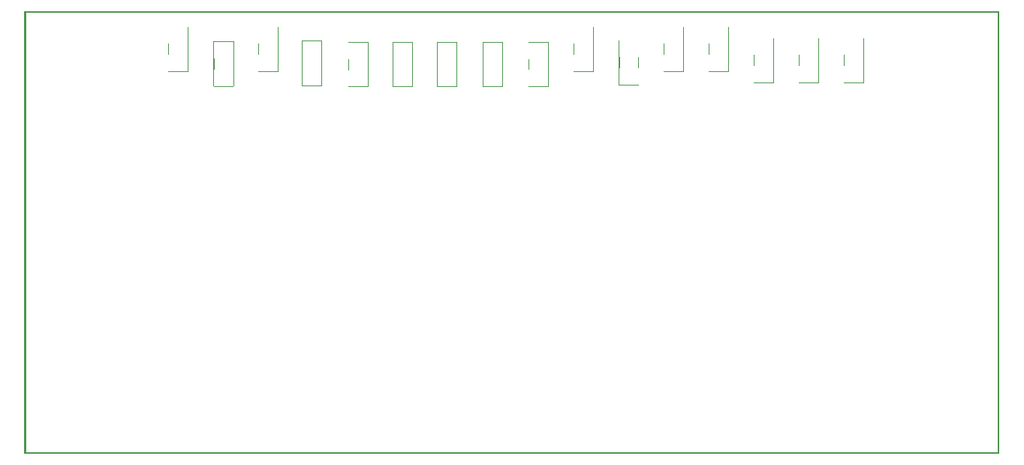
<source format=gbo>
G04 MADE WITH FRITZING*
G04 WWW.FRITZING.ORG*
G04 SINGLE SIDED*
G04 HOLES NOT PLATED*
G04 CONTOUR ON CENTER OF CONTOUR VECTOR*
%ASAXBY*%
%FSLAX23Y23*%
%MOIN*%
%OFA0B0*%
%SFA1.0B1.0*%
%ADD10R,0.001000X0.001000*%
%LNSILK0*%
G90*
G70*
G54D10*
X0Y1969D02*
X4329Y1969D01*
X0Y1968D02*
X4329Y1968D01*
X0Y1967D02*
X4329Y1967D01*
X0Y1966D02*
X4329Y1966D01*
X0Y1965D02*
X4329Y1965D01*
X0Y1964D02*
X4329Y1964D01*
X0Y1963D02*
X4329Y1963D01*
X0Y1962D02*
X4329Y1962D01*
X0Y1961D02*
X7Y1961D01*
X4322Y1961D02*
X4329Y1961D01*
X0Y1960D02*
X7Y1960D01*
X4322Y1960D02*
X4329Y1960D01*
X0Y1959D02*
X7Y1959D01*
X4322Y1959D02*
X4329Y1959D01*
X0Y1958D02*
X7Y1958D01*
X4322Y1958D02*
X4329Y1958D01*
X0Y1957D02*
X7Y1957D01*
X4322Y1957D02*
X4329Y1957D01*
X0Y1956D02*
X7Y1956D01*
X4322Y1956D02*
X4329Y1956D01*
X0Y1955D02*
X7Y1955D01*
X4322Y1955D02*
X4329Y1955D01*
X0Y1954D02*
X7Y1954D01*
X4322Y1954D02*
X4329Y1954D01*
X0Y1953D02*
X7Y1953D01*
X4322Y1953D02*
X4329Y1953D01*
X0Y1952D02*
X7Y1952D01*
X4322Y1952D02*
X4329Y1952D01*
X0Y1951D02*
X7Y1951D01*
X4322Y1951D02*
X4329Y1951D01*
X0Y1950D02*
X7Y1950D01*
X4322Y1950D02*
X4329Y1950D01*
X0Y1949D02*
X7Y1949D01*
X4322Y1949D02*
X4329Y1949D01*
X0Y1948D02*
X7Y1948D01*
X4322Y1948D02*
X4329Y1948D01*
X0Y1947D02*
X7Y1947D01*
X4322Y1947D02*
X4329Y1947D01*
X0Y1946D02*
X7Y1946D01*
X4322Y1946D02*
X4329Y1946D01*
X0Y1945D02*
X7Y1945D01*
X4322Y1945D02*
X4329Y1945D01*
X0Y1944D02*
X7Y1944D01*
X4322Y1944D02*
X4329Y1944D01*
X0Y1943D02*
X7Y1943D01*
X4322Y1943D02*
X4329Y1943D01*
X0Y1942D02*
X7Y1942D01*
X4322Y1942D02*
X4329Y1942D01*
X0Y1941D02*
X7Y1941D01*
X4322Y1941D02*
X4329Y1941D01*
X0Y1940D02*
X7Y1940D01*
X4322Y1940D02*
X4329Y1940D01*
X0Y1939D02*
X7Y1939D01*
X4322Y1939D02*
X4329Y1939D01*
X0Y1938D02*
X7Y1938D01*
X4322Y1938D02*
X4329Y1938D01*
X0Y1937D02*
X7Y1937D01*
X4322Y1937D02*
X4329Y1937D01*
X0Y1936D02*
X7Y1936D01*
X4322Y1936D02*
X4329Y1936D01*
X0Y1935D02*
X7Y1935D01*
X4322Y1935D02*
X4329Y1935D01*
X0Y1934D02*
X7Y1934D01*
X4322Y1934D02*
X4329Y1934D01*
X0Y1933D02*
X7Y1933D01*
X4322Y1933D02*
X4329Y1933D01*
X0Y1932D02*
X7Y1932D01*
X4322Y1932D02*
X4329Y1932D01*
X0Y1931D02*
X7Y1931D01*
X4322Y1931D02*
X4329Y1931D01*
X0Y1930D02*
X7Y1930D01*
X4322Y1930D02*
X4329Y1930D01*
X0Y1929D02*
X7Y1929D01*
X4322Y1929D02*
X4329Y1929D01*
X0Y1928D02*
X7Y1928D01*
X4322Y1928D02*
X4329Y1928D01*
X0Y1927D02*
X7Y1927D01*
X4322Y1927D02*
X4329Y1927D01*
X0Y1926D02*
X7Y1926D01*
X4322Y1926D02*
X4329Y1926D01*
X0Y1925D02*
X7Y1925D01*
X4322Y1925D02*
X4329Y1925D01*
X0Y1924D02*
X7Y1924D01*
X4322Y1924D02*
X4329Y1924D01*
X0Y1923D02*
X7Y1923D01*
X4322Y1923D02*
X4329Y1923D01*
X0Y1922D02*
X7Y1922D01*
X4322Y1922D02*
X4329Y1922D01*
X0Y1921D02*
X7Y1921D01*
X4322Y1921D02*
X4329Y1921D01*
X0Y1920D02*
X7Y1920D01*
X4322Y1920D02*
X4329Y1920D01*
X0Y1919D02*
X7Y1919D01*
X4322Y1919D02*
X4329Y1919D01*
X0Y1918D02*
X7Y1918D01*
X4322Y1918D02*
X4329Y1918D01*
X0Y1917D02*
X7Y1917D01*
X4322Y1917D02*
X4329Y1917D01*
X0Y1916D02*
X7Y1916D01*
X4322Y1916D02*
X4329Y1916D01*
X0Y1915D02*
X7Y1915D01*
X4322Y1915D02*
X4329Y1915D01*
X0Y1914D02*
X7Y1914D01*
X4322Y1914D02*
X4329Y1914D01*
X0Y1913D02*
X7Y1913D01*
X4322Y1913D02*
X4329Y1913D01*
X0Y1912D02*
X7Y1912D01*
X4322Y1912D02*
X4329Y1912D01*
X0Y1911D02*
X7Y1911D01*
X4322Y1911D02*
X4329Y1911D01*
X0Y1910D02*
X7Y1910D01*
X4322Y1910D02*
X4329Y1910D01*
X0Y1909D02*
X7Y1909D01*
X4322Y1909D02*
X4329Y1909D01*
X0Y1908D02*
X7Y1908D01*
X4322Y1908D02*
X4329Y1908D01*
X0Y1907D02*
X7Y1907D01*
X4322Y1907D02*
X4329Y1907D01*
X0Y1906D02*
X7Y1906D01*
X4322Y1906D02*
X4329Y1906D01*
X0Y1905D02*
X7Y1905D01*
X4322Y1905D02*
X4329Y1905D01*
X0Y1904D02*
X7Y1904D01*
X4322Y1904D02*
X4329Y1904D01*
X0Y1903D02*
X7Y1903D01*
X4322Y1903D02*
X4329Y1903D01*
X0Y1902D02*
X7Y1902D01*
X4322Y1902D02*
X4329Y1902D01*
X0Y1901D02*
X7Y1901D01*
X4322Y1901D02*
X4329Y1901D01*
X0Y1900D02*
X7Y1900D01*
X638Y1900D02*
X727Y1900D01*
X1038Y1900D02*
X1127Y1900D01*
X2437Y1900D02*
X2527Y1900D01*
X2837Y1900D02*
X2927Y1900D01*
X3037Y1900D02*
X3127Y1900D01*
X4322Y1900D02*
X4329Y1900D01*
X0Y1899D02*
X7Y1899D01*
X638Y1899D02*
X727Y1899D01*
X1038Y1899D02*
X1127Y1899D01*
X2437Y1899D02*
X2527Y1899D01*
X2837Y1899D02*
X2927Y1899D01*
X3037Y1899D02*
X3127Y1899D01*
X4322Y1899D02*
X4329Y1899D01*
X0Y1898D02*
X7Y1898D01*
X638Y1898D02*
X727Y1898D01*
X1038Y1898D02*
X1127Y1898D01*
X2437Y1898D02*
X2527Y1898D01*
X2837Y1898D02*
X2927Y1898D01*
X3037Y1898D02*
X3127Y1898D01*
X4322Y1898D02*
X4329Y1898D01*
X0Y1897D02*
X7Y1897D01*
X638Y1897D02*
X639Y1897D01*
X725Y1897D02*
X727Y1897D01*
X1038Y1897D02*
X1039Y1897D01*
X1125Y1897D02*
X1127Y1897D01*
X2437Y1897D02*
X2439Y1897D01*
X2525Y1897D02*
X2527Y1897D01*
X2837Y1897D02*
X2839Y1897D01*
X2925Y1897D02*
X2927Y1897D01*
X3037Y1897D02*
X3039Y1897D01*
X3125Y1897D02*
X3127Y1897D01*
X4322Y1897D02*
X4329Y1897D01*
X0Y1896D02*
X7Y1896D01*
X638Y1896D02*
X639Y1896D01*
X725Y1896D02*
X727Y1896D01*
X1038Y1896D02*
X1039Y1896D01*
X1125Y1896D02*
X1127Y1896D01*
X2437Y1896D02*
X2439Y1896D01*
X2525Y1896D02*
X2527Y1896D01*
X2837Y1896D02*
X2839Y1896D01*
X2925Y1896D02*
X2927Y1896D01*
X3037Y1896D02*
X3039Y1896D01*
X3125Y1896D02*
X3127Y1896D01*
X4322Y1896D02*
X4329Y1896D01*
X0Y1895D02*
X7Y1895D01*
X638Y1895D02*
X639Y1895D01*
X725Y1895D02*
X727Y1895D01*
X1038Y1895D02*
X1039Y1895D01*
X1125Y1895D02*
X1127Y1895D01*
X2437Y1895D02*
X2439Y1895D01*
X2525Y1895D02*
X2527Y1895D01*
X2837Y1895D02*
X2839Y1895D01*
X2925Y1895D02*
X2927Y1895D01*
X3037Y1895D02*
X3039Y1895D01*
X3125Y1895D02*
X3127Y1895D01*
X4322Y1895D02*
X4329Y1895D01*
X0Y1894D02*
X7Y1894D01*
X638Y1894D02*
X639Y1894D01*
X725Y1894D02*
X727Y1894D01*
X1038Y1894D02*
X1039Y1894D01*
X1125Y1894D02*
X1127Y1894D01*
X2437Y1894D02*
X2439Y1894D01*
X2525Y1894D02*
X2527Y1894D01*
X2837Y1894D02*
X2839Y1894D01*
X2925Y1894D02*
X2927Y1894D01*
X3037Y1894D02*
X3039Y1894D01*
X3125Y1894D02*
X3127Y1894D01*
X4322Y1894D02*
X4329Y1894D01*
X0Y1893D02*
X7Y1893D01*
X638Y1893D02*
X639Y1893D01*
X725Y1893D02*
X727Y1893D01*
X1038Y1893D02*
X1039Y1893D01*
X1125Y1893D02*
X1127Y1893D01*
X2437Y1893D02*
X2439Y1893D01*
X2525Y1893D02*
X2527Y1893D01*
X2837Y1893D02*
X2839Y1893D01*
X2925Y1893D02*
X2927Y1893D01*
X3037Y1893D02*
X3039Y1893D01*
X3125Y1893D02*
X3127Y1893D01*
X4322Y1893D02*
X4329Y1893D01*
X0Y1892D02*
X7Y1892D01*
X638Y1892D02*
X639Y1892D01*
X725Y1892D02*
X727Y1892D01*
X1038Y1892D02*
X1039Y1892D01*
X1125Y1892D02*
X1127Y1892D01*
X2437Y1892D02*
X2439Y1892D01*
X2525Y1892D02*
X2527Y1892D01*
X2837Y1892D02*
X2839Y1892D01*
X2925Y1892D02*
X2927Y1892D01*
X3037Y1892D02*
X3039Y1892D01*
X3125Y1892D02*
X3127Y1892D01*
X4322Y1892D02*
X4329Y1892D01*
X0Y1891D02*
X7Y1891D01*
X638Y1891D02*
X639Y1891D01*
X725Y1891D02*
X727Y1891D01*
X1038Y1891D02*
X1039Y1891D01*
X1125Y1891D02*
X1127Y1891D01*
X2437Y1891D02*
X2439Y1891D01*
X2525Y1891D02*
X2527Y1891D01*
X2837Y1891D02*
X2839Y1891D01*
X2925Y1891D02*
X2927Y1891D01*
X3037Y1891D02*
X3039Y1891D01*
X3125Y1891D02*
X3127Y1891D01*
X4322Y1891D02*
X4329Y1891D01*
X0Y1890D02*
X7Y1890D01*
X638Y1890D02*
X639Y1890D01*
X725Y1890D02*
X727Y1890D01*
X1038Y1890D02*
X1039Y1890D01*
X1125Y1890D02*
X1127Y1890D01*
X2437Y1890D02*
X2439Y1890D01*
X2525Y1890D02*
X2527Y1890D01*
X2837Y1890D02*
X2839Y1890D01*
X2925Y1890D02*
X2927Y1890D01*
X3037Y1890D02*
X3039Y1890D01*
X3125Y1890D02*
X3127Y1890D01*
X4322Y1890D02*
X4329Y1890D01*
X0Y1889D02*
X7Y1889D01*
X638Y1889D02*
X639Y1889D01*
X725Y1889D02*
X727Y1889D01*
X1038Y1889D02*
X1039Y1889D01*
X1125Y1889D02*
X1127Y1889D01*
X2437Y1889D02*
X2439Y1889D01*
X2525Y1889D02*
X2527Y1889D01*
X2837Y1889D02*
X2839Y1889D01*
X2925Y1889D02*
X2927Y1889D01*
X3037Y1889D02*
X3039Y1889D01*
X3125Y1889D02*
X3127Y1889D01*
X4322Y1889D02*
X4329Y1889D01*
X0Y1888D02*
X7Y1888D01*
X638Y1888D02*
X639Y1888D01*
X725Y1888D02*
X727Y1888D01*
X1038Y1888D02*
X1039Y1888D01*
X1125Y1888D02*
X1127Y1888D01*
X2437Y1888D02*
X2439Y1888D01*
X2525Y1888D02*
X2527Y1888D01*
X2837Y1888D02*
X2839Y1888D01*
X2925Y1888D02*
X2927Y1888D01*
X3037Y1888D02*
X3039Y1888D01*
X3125Y1888D02*
X3127Y1888D01*
X4322Y1888D02*
X4329Y1888D01*
X0Y1887D02*
X7Y1887D01*
X638Y1887D02*
X639Y1887D01*
X725Y1887D02*
X727Y1887D01*
X1038Y1887D02*
X1039Y1887D01*
X1125Y1887D02*
X1127Y1887D01*
X2437Y1887D02*
X2439Y1887D01*
X2525Y1887D02*
X2527Y1887D01*
X2837Y1887D02*
X2839Y1887D01*
X2925Y1887D02*
X2927Y1887D01*
X3037Y1887D02*
X3039Y1887D01*
X3125Y1887D02*
X3127Y1887D01*
X4322Y1887D02*
X4329Y1887D01*
X0Y1886D02*
X7Y1886D01*
X638Y1886D02*
X639Y1886D01*
X725Y1886D02*
X727Y1886D01*
X1038Y1886D02*
X1039Y1886D01*
X1125Y1886D02*
X1127Y1886D01*
X2437Y1886D02*
X2439Y1886D01*
X2525Y1886D02*
X2527Y1886D01*
X2837Y1886D02*
X2839Y1886D01*
X2925Y1886D02*
X2927Y1886D01*
X3037Y1886D02*
X3039Y1886D01*
X3125Y1886D02*
X3127Y1886D01*
X4322Y1886D02*
X4329Y1886D01*
X0Y1885D02*
X7Y1885D01*
X638Y1885D02*
X639Y1885D01*
X725Y1885D02*
X727Y1885D01*
X1038Y1885D02*
X1039Y1885D01*
X1125Y1885D02*
X1127Y1885D01*
X2437Y1885D02*
X2439Y1885D01*
X2525Y1885D02*
X2527Y1885D01*
X2837Y1885D02*
X2839Y1885D01*
X2925Y1885D02*
X2927Y1885D01*
X3037Y1885D02*
X3039Y1885D01*
X3125Y1885D02*
X3127Y1885D01*
X4322Y1885D02*
X4329Y1885D01*
X0Y1884D02*
X7Y1884D01*
X638Y1884D02*
X639Y1884D01*
X725Y1884D02*
X727Y1884D01*
X1038Y1884D02*
X1039Y1884D01*
X1125Y1884D02*
X1127Y1884D01*
X2437Y1884D02*
X2439Y1884D01*
X2525Y1884D02*
X2527Y1884D01*
X2837Y1884D02*
X2839Y1884D01*
X2925Y1884D02*
X2927Y1884D01*
X3037Y1884D02*
X3039Y1884D01*
X3125Y1884D02*
X3127Y1884D01*
X4322Y1884D02*
X4329Y1884D01*
X0Y1883D02*
X7Y1883D01*
X638Y1883D02*
X639Y1883D01*
X725Y1883D02*
X727Y1883D01*
X1038Y1883D02*
X1039Y1883D01*
X1125Y1883D02*
X1127Y1883D01*
X2437Y1883D02*
X2439Y1883D01*
X2525Y1883D02*
X2527Y1883D01*
X2837Y1883D02*
X2839Y1883D01*
X2925Y1883D02*
X2927Y1883D01*
X3037Y1883D02*
X3039Y1883D01*
X3125Y1883D02*
X3127Y1883D01*
X4322Y1883D02*
X4329Y1883D01*
X0Y1882D02*
X7Y1882D01*
X638Y1882D02*
X639Y1882D01*
X725Y1882D02*
X727Y1882D01*
X1038Y1882D02*
X1039Y1882D01*
X1125Y1882D02*
X1127Y1882D01*
X2437Y1882D02*
X2439Y1882D01*
X2525Y1882D02*
X2527Y1882D01*
X2837Y1882D02*
X2839Y1882D01*
X2925Y1882D02*
X2927Y1882D01*
X3037Y1882D02*
X3039Y1882D01*
X3125Y1882D02*
X3127Y1882D01*
X4322Y1882D02*
X4329Y1882D01*
X0Y1881D02*
X7Y1881D01*
X638Y1881D02*
X639Y1881D01*
X725Y1881D02*
X727Y1881D01*
X1038Y1881D02*
X1039Y1881D01*
X1125Y1881D02*
X1127Y1881D01*
X2437Y1881D02*
X2439Y1881D01*
X2525Y1881D02*
X2527Y1881D01*
X2837Y1881D02*
X2839Y1881D01*
X2925Y1881D02*
X2927Y1881D01*
X3037Y1881D02*
X3039Y1881D01*
X3125Y1881D02*
X3127Y1881D01*
X4322Y1881D02*
X4329Y1881D01*
X0Y1880D02*
X7Y1880D01*
X638Y1880D02*
X639Y1880D01*
X725Y1880D02*
X727Y1880D01*
X1038Y1880D02*
X1039Y1880D01*
X1125Y1880D02*
X1127Y1880D01*
X2437Y1880D02*
X2439Y1880D01*
X2525Y1880D02*
X2527Y1880D01*
X2837Y1880D02*
X2839Y1880D01*
X2925Y1880D02*
X2927Y1880D01*
X3037Y1880D02*
X3039Y1880D01*
X3125Y1880D02*
X3127Y1880D01*
X4322Y1880D02*
X4329Y1880D01*
X0Y1879D02*
X7Y1879D01*
X638Y1879D02*
X639Y1879D01*
X725Y1879D02*
X727Y1879D01*
X1038Y1879D02*
X1039Y1879D01*
X1125Y1879D02*
X1127Y1879D01*
X2437Y1879D02*
X2439Y1879D01*
X2525Y1879D02*
X2527Y1879D01*
X2837Y1879D02*
X2839Y1879D01*
X2925Y1879D02*
X2927Y1879D01*
X3037Y1879D02*
X3039Y1879D01*
X3125Y1879D02*
X3127Y1879D01*
X4322Y1879D02*
X4329Y1879D01*
X0Y1878D02*
X7Y1878D01*
X638Y1878D02*
X639Y1878D01*
X725Y1878D02*
X727Y1878D01*
X1038Y1878D02*
X1039Y1878D01*
X1125Y1878D02*
X1127Y1878D01*
X2437Y1878D02*
X2439Y1878D01*
X2525Y1878D02*
X2527Y1878D01*
X2837Y1878D02*
X2839Y1878D01*
X2925Y1878D02*
X2927Y1878D01*
X3037Y1878D02*
X3039Y1878D01*
X3125Y1878D02*
X3127Y1878D01*
X4322Y1878D02*
X4329Y1878D01*
X0Y1877D02*
X7Y1877D01*
X638Y1877D02*
X639Y1877D01*
X725Y1877D02*
X727Y1877D01*
X1038Y1877D02*
X1039Y1877D01*
X1125Y1877D02*
X1127Y1877D01*
X2437Y1877D02*
X2439Y1877D01*
X2525Y1877D02*
X2527Y1877D01*
X2837Y1877D02*
X2839Y1877D01*
X2925Y1877D02*
X2927Y1877D01*
X3037Y1877D02*
X3039Y1877D01*
X3125Y1877D02*
X3127Y1877D01*
X4322Y1877D02*
X4329Y1877D01*
X0Y1876D02*
X7Y1876D01*
X638Y1876D02*
X639Y1876D01*
X725Y1876D02*
X727Y1876D01*
X1038Y1876D02*
X1039Y1876D01*
X1125Y1876D02*
X1127Y1876D01*
X2437Y1876D02*
X2439Y1876D01*
X2525Y1876D02*
X2527Y1876D01*
X2837Y1876D02*
X2839Y1876D01*
X2925Y1876D02*
X2927Y1876D01*
X3037Y1876D02*
X3039Y1876D01*
X3125Y1876D02*
X3127Y1876D01*
X4322Y1876D02*
X4329Y1876D01*
X0Y1875D02*
X7Y1875D01*
X638Y1875D02*
X639Y1875D01*
X725Y1875D02*
X727Y1875D01*
X1038Y1875D02*
X1039Y1875D01*
X1125Y1875D02*
X1127Y1875D01*
X2437Y1875D02*
X2439Y1875D01*
X2525Y1875D02*
X2527Y1875D01*
X2837Y1875D02*
X2839Y1875D01*
X2925Y1875D02*
X2927Y1875D01*
X3037Y1875D02*
X3039Y1875D01*
X3125Y1875D02*
X3127Y1875D01*
X4322Y1875D02*
X4329Y1875D01*
X0Y1874D02*
X7Y1874D01*
X638Y1874D02*
X639Y1874D01*
X725Y1874D02*
X727Y1874D01*
X1038Y1874D02*
X1039Y1874D01*
X1125Y1874D02*
X1127Y1874D01*
X2437Y1874D02*
X2439Y1874D01*
X2525Y1874D02*
X2527Y1874D01*
X2837Y1874D02*
X2839Y1874D01*
X2925Y1874D02*
X2927Y1874D01*
X3037Y1874D02*
X3039Y1874D01*
X3125Y1874D02*
X3127Y1874D01*
X4322Y1874D02*
X4329Y1874D01*
X0Y1873D02*
X7Y1873D01*
X638Y1873D02*
X639Y1873D01*
X725Y1873D02*
X727Y1873D01*
X1038Y1873D02*
X1039Y1873D01*
X1125Y1873D02*
X1127Y1873D01*
X2437Y1873D02*
X2439Y1873D01*
X2525Y1873D02*
X2527Y1873D01*
X2837Y1873D02*
X2839Y1873D01*
X2925Y1873D02*
X2927Y1873D01*
X3037Y1873D02*
X3039Y1873D01*
X3125Y1873D02*
X3127Y1873D01*
X4322Y1873D02*
X4329Y1873D01*
X0Y1872D02*
X7Y1872D01*
X638Y1872D02*
X639Y1872D01*
X725Y1872D02*
X727Y1872D01*
X1038Y1872D02*
X1039Y1872D01*
X1125Y1872D02*
X1127Y1872D01*
X2437Y1872D02*
X2439Y1872D01*
X2525Y1872D02*
X2527Y1872D01*
X2837Y1872D02*
X2839Y1872D01*
X2925Y1872D02*
X2927Y1872D01*
X3037Y1872D02*
X3039Y1872D01*
X3125Y1872D02*
X3127Y1872D01*
X4322Y1872D02*
X4329Y1872D01*
X0Y1871D02*
X7Y1871D01*
X638Y1871D02*
X639Y1871D01*
X725Y1871D02*
X727Y1871D01*
X1038Y1871D02*
X1039Y1871D01*
X1125Y1871D02*
X1127Y1871D01*
X2437Y1871D02*
X2439Y1871D01*
X2525Y1871D02*
X2527Y1871D01*
X2837Y1871D02*
X2839Y1871D01*
X2925Y1871D02*
X2927Y1871D01*
X3037Y1871D02*
X3039Y1871D01*
X3125Y1871D02*
X3127Y1871D01*
X4322Y1871D02*
X4329Y1871D01*
X0Y1870D02*
X7Y1870D01*
X638Y1870D02*
X639Y1870D01*
X725Y1870D02*
X727Y1870D01*
X1038Y1870D02*
X1039Y1870D01*
X1125Y1870D02*
X1127Y1870D01*
X2437Y1870D02*
X2439Y1870D01*
X2525Y1870D02*
X2527Y1870D01*
X2837Y1870D02*
X2839Y1870D01*
X2925Y1870D02*
X2927Y1870D01*
X3037Y1870D02*
X3039Y1870D01*
X3125Y1870D02*
X3127Y1870D01*
X4322Y1870D02*
X4329Y1870D01*
X0Y1869D02*
X7Y1869D01*
X638Y1869D02*
X639Y1869D01*
X725Y1869D02*
X727Y1869D01*
X1038Y1869D02*
X1039Y1869D01*
X1125Y1869D02*
X1127Y1869D01*
X2437Y1869D02*
X2439Y1869D01*
X2525Y1869D02*
X2527Y1869D01*
X2837Y1869D02*
X2839Y1869D01*
X2925Y1869D02*
X2927Y1869D01*
X3037Y1869D02*
X3039Y1869D01*
X3125Y1869D02*
X3127Y1869D01*
X4322Y1869D02*
X4329Y1869D01*
X0Y1868D02*
X7Y1868D01*
X638Y1868D02*
X639Y1868D01*
X725Y1868D02*
X727Y1868D01*
X1038Y1868D02*
X1039Y1868D01*
X1125Y1868D02*
X1127Y1868D01*
X2437Y1868D02*
X2439Y1868D01*
X2525Y1868D02*
X2527Y1868D01*
X2837Y1868D02*
X2839Y1868D01*
X2925Y1868D02*
X2927Y1868D01*
X3037Y1868D02*
X3039Y1868D01*
X3125Y1868D02*
X3127Y1868D01*
X4322Y1868D02*
X4329Y1868D01*
X0Y1867D02*
X7Y1867D01*
X638Y1867D02*
X639Y1867D01*
X725Y1867D02*
X727Y1867D01*
X1038Y1867D02*
X1039Y1867D01*
X1125Y1867D02*
X1127Y1867D01*
X2437Y1867D02*
X2439Y1867D01*
X2525Y1867D02*
X2527Y1867D01*
X2837Y1867D02*
X2839Y1867D01*
X2925Y1867D02*
X2927Y1867D01*
X3037Y1867D02*
X3039Y1867D01*
X3125Y1867D02*
X3127Y1867D01*
X4322Y1867D02*
X4329Y1867D01*
X0Y1866D02*
X7Y1866D01*
X638Y1866D02*
X639Y1866D01*
X725Y1866D02*
X727Y1866D01*
X1038Y1866D02*
X1039Y1866D01*
X1125Y1866D02*
X1127Y1866D01*
X2437Y1866D02*
X2439Y1866D01*
X2525Y1866D02*
X2527Y1866D01*
X2837Y1866D02*
X2839Y1866D01*
X2925Y1866D02*
X2927Y1866D01*
X3037Y1866D02*
X3039Y1866D01*
X3125Y1866D02*
X3127Y1866D01*
X4322Y1866D02*
X4329Y1866D01*
X0Y1865D02*
X7Y1865D01*
X638Y1865D02*
X639Y1865D01*
X725Y1865D02*
X727Y1865D01*
X1038Y1865D02*
X1039Y1865D01*
X1125Y1865D02*
X1127Y1865D01*
X2437Y1865D02*
X2439Y1865D01*
X2525Y1865D02*
X2527Y1865D01*
X2837Y1865D02*
X2839Y1865D01*
X2925Y1865D02*
X2927Y1865D01*
X3037Y1865D02*
X3039Y1865D01*
X3125Y1865D02*
X3127Y1865D01*
X4322Y1865D02*
X4329Y1865D01*
X0Y1864D02*
X7Y1864D01*
X638Y1864D02*
X639Y1864D01*
X725Y1864D02*
X727Y1864D01*
X1038Y1864D02*
X1039Y1864D01*
X1125Y1864D02*
X1127Y1864D01*
X2437Y1864D02*
X2439Y1864D01*
X2525Y1864D02*
X2527Y1864D01*
X2837Y1864D02*
X2839Y1864D01*
X2925Y1864D02*
X2927Y1864D01*
X3037Y1864D02*
X3039Y1864D01*
X3125Y1864D02*
X3127Y1864D01*
X4322Y1864D02*
X4329Y1864D01*
X0Y1863D02*
X7Y1863D01*
X638Y1863D02*
X639Y1863D01*
X725Y1863D02*
X727Y1863D01*
X1038Y1863D02*
X1039Y1863D01*
X1125Y1863D02*
X1127Y1863D01*
X2437Y1863D02*
X2439Y1863D01*
X2525Y1863D02*
X2527Y1863D01*
X2837Y1863D02*
X2839Y1863D01*
X2925Y1863D02*
X2927Y1863D01*
X3037Y1863D02*
X3039Y1863D01*
X3125Y1863D02*
X3127Y1863D01*
X4322Y1863D02*
X4329Y1863D01*
X0Y1862D02*
X7Y1862D01*
X638Y1862D02*
X639Y1862D01*
X725Y1862D02*
X727Y1862D01*
X1038Y1862D02*
X1039Y1862D01*
X1125Y1862D02*
X1127Y1862D01*
X2437Y1862D02*
X2439Y1862D01*
X2525Y1862D02*
X2527Y1862D01*
X2837Y1862D02*
X2839Y1862D01*
X2925Y1862D02*
X2927Y1862D01*
X3037Y1862D02*
X3039Y1862D01*
X3125Y1862D02*
X3127Y1862D01*
X4322Y1862D02*
X4329Y1862D01*
X0Y1861D02*
X7Y1861D01*
X638Y1861D02*
X639Y1861D01*
X725Y1861D02*
X727Y1861D01*
X1038Y1861D02*
X1039Y1861D01*
X1125Y1861D02*
X1127Y1861D01*
X2437Y1861D02*
X2439Y1861D01*
X2525Y1861D02*
X2527Y1861D01*
X2837Y1861D02*
X2839Y1861D01*
X2925Y1861D02*
X2927Y1861D01*
X3037Y1861D02*
X3039Y1861D01*
X3125Y1861D02*
X3127Y1861D01*
X4322Y1861D02*
X4329Y1861D01*
X0Y1860D02*
X7Y1860D01*
X638Y1860D02*
X639Y1860D01*
X725Y1860D02*
X727Y1860D01*
X1038Y1860D02*
X1039Y1860D01*
X1125Y1860D02*
X1127Y1860D01*
X2437Y1860D02*
X2439Y1860D01*
X2525Y1860D02*
X2527Y1860D01*
X2837Y1860D02*
X2839Y1860D01*
X2925Y1860D02*
X2927Y1860D01*
X3037Y1860D02*
X3039Y1860D01*
X3125Y1860D02*
X3127Y1860D01*
X4322Y1860D02*
X4329Y1860D01*
X0Y1859D02*
X7Y1859D01*
X638Y1859D02*
X639Y1859D01*
X725Y1859D02*
X727Y1859D01*
X1038Y1859D02*
X1039Y1859D01*
X1125Y1859D02*
X1127Y1859D01*
X2437Y1859D02*
X2439Y1859D01*
X2525Y1859D02*
X2527Y1859D01*
X2837Y1859D02*
X2839Y1859D01*
X2925Y1859D02*
X2927Y1859D01*
X3037Y1859D02*
X3039Y1859D01*
X3125Y1859D02*
X3127Y1859D01*
X4322Y1859D02*
X4329Y1859D01*
X0Y1858D02*
X7Y1858D01*
X638Y1858D02*
X639Y1858D01*
X725Y1858D02*
X727Y1858D01*
X1038Y1858D02*
X1039Y1858D01*
X1125Y1858D02*
X1127Y1858D01*
X2437Y1858D02*
X2439Y1858D01*
X2525Y1858D02*
X2527Y1858D01*
X2837Y1858D02*
X2839Y1858D01*
X2925Y1858D02*
X2927Y1858D01*
X3037Y1858D02*
X3039Y1858D01*
X3125Y1858D02*
X3127Y1858D01*
X4322Y1858D02*
X4329Y1858D01*
X0Y1857D02*
X7Y1857D01*
X638Y1857D02*
X639Y1857D01*
X725Y1857D02*
X727Y1857D01*
X1038Y1857D02*
X1039Y1857D01*
X1125Y1857D02*
X1127Y1857D01*
X2437Y1857D02*
X2439Y1857D01*
X2525Y1857D02*
X2527Y1857D01*
X2837Y1857D02*
X2839Y1857D01*
X2925Y1857D02*
X2927Y1857D01*
X3037Y1857D02*
X3039Y1857D01*
X3125Y1857D02*
X3127Y1857D01*
X4322Y1857D02*
X4329Y1857D01*
X0Y1856D02*
X7Y1856D01*
X638Y1856D02*
X639Y1856D01*
X725Y1856D02*
X727Y1856D01*
X1038Y1856D02*
X1039Y1856D01*
X1125Y1856D02*
X1127Y1856D01*
X2437Y1856D02*
X2439Y1856D01*
X2525Y1856D02*
X2527Y1856D01*
X2837Y1856D02*
X2839Y1856D01*
X2925Y1856D02*
X2927Y1856D01*
X3037Y1856D02*
X3039Y1856D01*
X3125Y1856D02*
X3127Y1856D01*
X4322Y1856D02*
X4329Y1856D01*
X0Y1855D02*
X7Y1855D01*
X638Y1855D02*
X639Y1855D01*
X725Y1855D02*
X727Y1855D01*
X1038Y1855D02*
X1039Y1855D01*
X1125Y1855D02*
X1127Y1855D01*
X2437Y1855D02*
X2439Y1855D01*
X2525Y1855D02*
X2527Y1855D01*
X2837Y1855D02*
X2839Y1855D01*
X2925Y1855D02*
X2927Y1855D01*
X3037Y1855D02*
X3039Y1855D01*
X3125Y1855D02*
X3127Y1855D01*
X4322Y1855D02*
X4329Y1855D01*
X0Y1854D02*
X7Y1854D01*
X638Y1854D02*
X639Y1854D01*
X725Y1854D02*
X727Y1854D01*
X1038Y1854D02*
X1039Y1854D01*
X1125Y1854D02*
X1127Y1854D01*
X2437Y1854D02*
X2439Y1854D01*
X2525Y1854D02*
X2527Y1854D01*
X2837Y1854D02*
X2839Y1854D01*
X2925Y1854D02*
X2927Y1854D01*
X3037Y1854D02*
X3039Y1854D01*
X3125Y1854D02*
X3127Y1854D01*
X4322Y1854D02*
X4329Y1854D01*
X0Y1853D02*
X7Y1853D01*
X638Y1853D02*
X639Y1853D01*
X725Y1853D02*
X727Y1853D01*
X1038Y1853D02*
X1039Y1853D01*
X1125Y1853D02*
X1127Y1853D01*
X2437Y1853D02*
X2439Y1853D01*
X2525Y1853D02*
X2527Y1853D01*
X2837Y1853D02*
X2839Y1853D01*
X2925Y1853D02*
X2927Y1853D01*
X3037Y1853D02*
X3039Y1853D01*
X3125Y1853D02*
X3127Y1853D01*
X4322Y1853D02*
X4329Y1853D01*
X0Y1852D02*
X7Y1852D01*
X638Y1852D02*
X639Y1852D01*
X725Y1852D02*
X727Y1852D01*
X1038Y1852D02*
X1039Y1852D01*
X1125Y1852D02*
X1127Y1852D01*
X2437Y1852D02*
X2439Y1852D01*
X2525Y1852D02*
X2527Y1852D01*
X2837Y1852D02*
X2839Y1852D01*
X2925Y1852D02*
X2927Y1852D01*
X3037Y1852D02*
X3039Y1852D01*
X3125Y1852D02*
X3127Y1852D01*
X4322Y1852D02*
X4329Y1852D01*
X0Y1851D02*
X7Y1851D01*
X638Y1851D02*
X639Y1851D01*
X725Y1851D02*
X727Y1851D01*
X1038Y1851D02*
X1039Y1851D01*
X1125Y1851D02*
X1127Y1851D01*
X2437Y1851D02*
X2439Y1851D01*
X2525Y1851D02*
X2527Y1851D01*
X2837Y1851D02*
X2839Y1851D01*
X2925Y1851D02*
X2927Y1851D01*
X3037Y1851D02*
X3039Y1851D01*
X3125Y1851D02*
X3127Y1851D01*
X4322Y1851D02*
X4329Y1851D01*
X0Y1850D02*
X7Y1850D01*
X638Y1850D02*
X639Y1850D01*
X725Y1850D02*
X727Y1850D01*
X1038Y1850D02*
X1039Y1850D01*
X1125Y1850D02*
X1127Y1850D01*
X2437Y1850D02*
X2439Y1850D01*
X2525Y1850D02*
X2527Y1850D01*
X2837Y1850D02*
X2839Y1850D01*
X2925Y1850D02*
X2927Y1850D01*
X3037Y1850D02*
X3039Y1850D01*
X3125Y1850D02*
X3127Y1850D01*
X3237Y1850D02*
X3327Y1850D01*
X3437Y1850D02*
X3527Y1850D01*
X3637Y1850D02*
X3727Y1850D01*
X4322Y1850D02*
X4329Y1850D01*
X0Y1849D02*
X7Y1849D01*
X638Y1849D02*
X639Y1849D01*
X725Y1849D02*
X727Y1849D01*
X1038Y1849D02*
X1039Y1849D01*
X1125Y1849D02*
X1127Y1849D01*
X2437Y1849D02*
X2439Y1849D01*
X2525Y1849D02*
X2527Y1849D01*
X2837Y1849D02*
X2839Y1849D01*
X2925Y1849D02*
X2927Y1849D01*
X3037Y1849D02*
X3039Y1849D01*
X3125Y1849D02*
X3127Y1849D01*
X3237Y1849D02*
X3327Y1849D01*
X3437Y1849D02*
X3527Y1849D01*
X3637Y1849D02*
X3727Y1849D01*
X4322Y1849D02*
X4329Y1849D01*
X0Y1848D02*
X7Y1848D01*
X638Y1848D02*
X639Y1848D01*
X725Y1848D02*
X727Y1848D01*
X1038Y1848D02*
X1039Y1848D01*
X1125Y1848D02*
X1127Y1848D01*
X2437Y1848D02*
X2439Y1848D01*
X2525Y1848D02*
X2527Y1848D01*
X2837Y1848D02*
X2839Y1848D01*
X2925Y1848D02*
X2927Y1848D01*
X3037Y1848D02*
X3039Y1848D01*
X3125Y1848D02*
X3127Y1848D01*
X3237Y1848D02*
X3327Y1848D01*
X3437Y1848D02*
X3527Y1848D01*
X3637Y1848D02*
X3727Y1848D01*
X4322Y1848D02*
X4329Y1848D01*
X0Y1847D02*
X7Y1847D01*
X638Y1847D02*
X639Y1847D01*
X725Y1847D02*
X727Y1847D01*
X1038Y1847D02*
X1039Y1847D01*
X1125Y1847D02*
X1127Y1847D01*
X2437Y1847D02*
X2439Y1847D01*
X2525Y1847D02*
X2527Y1847D01*
X2837Y1847D02*
X2839Y1847D01*
X2925Y1847D02*
X2927Y1847D01*
X3037Y1847D02*
X3039Y1847D01*
X3125Y1847D02*
X3127Y1847D01*
X3237Y1847D02*
X3239Y1847D01*
X3325Y1847D02*
X3327Y1847D01*
X3437Y1847D02*
X3439Y1847D01*
X3525Y1847D02*
X3527Y1847D01*
X3637Y1847D02*
X3639Y1847D01*
X3725Y1847D02*
X3727Y1847D01*
X4322Y1847D02*
X4329Y1847D01*
X0Y1846D02*
X7Y1846D01*
X638Y1846D02*
X639Y1846D01*
X725Y1846D02*
X727Y1846D01*
X1038Y1846D02*
X1039Y1846D01*
X1125Y1846D02*
X1127Y1846D01*
X2437Y1846D02*
X2439Y1846D01*
X2525Y1846D02*
X2527Y1846D01*
X2837Y1846D02*
X2839Y1846D01*
X2925Y1846D02*
X2927Y1846D01*
X3037Y1846D02*
X3039Y1846D01*
X3125Y1846D02*
X3127Y1846D01*
X3237Y1846D02*
X3239Y1846D01*
X3325Y1846D02*
X3327Y1846D01*
X3437Y1846D02*
X3439Y1846D01*
X3525Y1846D02*
X3527Y1846D01*
X3637Y1846D02*
X3639Y1846D01*
X3725Y1846D02*
X3727Y1846D01*
X4322Y1846D02*
X4329Y1846D01*
X0Y1845D02*
X7Y1845D01*
X638Y1845D02*
X639Y1845D01*
X725Y1845D02*
X727Y1845D01*
X1038Y1845D02*
X1039Y1845D01*
X1125Y1845D02*
X1127Y1845D01*
X2437Y1845D02*
X2439Y1845D01*
X2525Y1845D02*
X2527Y1845D01*
X2837Y1845D02*
X2839Y1845D01*
X2925Y1845D02*
X2927Y1845D01*
X3037Y1845D02*
X3039Y1845D01*
X3125Y1845D02*
X3127Y1845D01*
X3237Y1845D02*
X3239Y1845D01*
X3325Y1845D02*
X3327Y1845D01*
X3437Y1845D02*
X3439Y1845D01*
X3525Y1845D02*
X3527Y1845D01*
X3637Y1845D02*
X3639Y1845D01*
X3725Y1845D02*
X3727Y1845D01*
X4322Y1845D02*
X4329Y1845D01*
X0Y1844D02*
X7Y1844D01*
X638Y1844D02*
X639Y1844D01*
X725Y1844D02*
X727Y1844D01*
X1038Y1844D02*
X1039Y1844D01*
X1125Y1844D02*
X1127Y1844D01*
X2437Y1844D02*
X2439Y1844D01*
X2525Y1844D02*
X2527Y1844D01*
X2837Y1844D02*
X2839Y1844D01*
X2925Y1844D02*
X2927Y1844D01*
X3037Y1844D02*
X3039Y1844D01*
X3125Y1844D02*
X3127Y1844D01*
X3237Y1844D02*
X3239Y1844D01*
X3325Y1844D02*
X3327Y1844D01*
X3437Y1844D02*
X3439Y1844D01*
X3525Y1844D02*
X3527Y1844D01*
X3637Y1844D02*
X3639Y1844D01*
X3725Y1844D02*
X3727Y1844D01*
X4322Y1844D02*
X4329Y1844D01*
X0Y1843D02*
X7Y1843D01*
X638Y1843D02*
X639Y1843D01*
X725Y1843D02*
X727Y1843D01*
X1038Y1843D02*
X1039Y1843D01*
X1125Y1843D02*
X1127Y1843D01*
X2437Y1843D02*
X2439Y1843D01*
X2525Y1843D02*
X2527Y1843D01*
X2837Y1843D02*
X2839Y1843D01*
X2925Y1843D02*
X2927Y1843D01*
X3037Y1843D02*
X3039Y1843D01*
X3125Y1843D02*
X3127Y1843D01*
X3237Y1843D02*
X3239Y1843D01*
X3325Y1843D02*
X3327Y1843D01*
X3437Y1843D02*
X3439Y1843D01*
X3525Y1843D02*
X3527Y1843D01*
X3637Y1843D02*
X3639Y1843D01*
X3725Y1843D02*
X3727Y1843D01*
X4322Y1843D02*
X4329Y1843D01*
X0Y1842D02*
X7Y1842D01*
X638Y1842D02*
X639Y1842D01*
X725Y1842D02*
X727Y1842D01*
X1038Y1842D02*
X1039Y1842D01*
X1125Y1842D02*
X1127Y1842D01*
X2437Y1842D02*
X2439Y1842D01*
X2525Y1842D02*
X2527Y1842D01*
X2837Y1842D02*
X2839Y1842D01*
X2925Y1842D02*
X2927Y1842D01*
X3037Y1842D02*
X3039Y1842D01*
X3125Y1842D02*
X3127Y1842D01*
X3237Y1842D02*
X3239Y1842D01*
X3325Y1842D02*
X3327Y1842D01*
X3437Y1842D02*
X3439Y1842D01*
X3525Y1842D02*
X3527Y1842D01*
X3637Y1842D02*
X3639Y1842D01*
X3725Y1842D02*
X3727Y1842D01*
X4322Y1842D02*
X4329Y1842D01*
X0Y1841D02*
X7Y1841D01*
X638Y1841D02*
X639Y1841D01*
X725Y1841D02*
X727Y1841D01*
X1038Y1841D02*
X1039Y1841D01*
X1125Y1841D02*
X1127Y1841D01*
X2437Y1841D02*
X2439Y1841D01*
X2525Y1841D02*
X2527Y1841D01*
X2837Y1841D02*
X2839Y1841D01*
X2925Y1841D02*
X2927Y1841D01*
X3037Y1841D02*
X3039Y1841D01*
X3125Y1841D02*
X3127Y1841D01*
X3237Y1841D02*
X3239Y1841D01*
X3325Y1841D02*
X3327Y1841D01*
X3437Y1841D02*
X3439Y1841D01*
X3525Y1841D02*
X3527Y1841D01*
X3637Y1841D02*
X3639Y1841D01*
X3725Y1841D02*
X3727Y1841D01*
X4322Y1841D02*
X4329Y1841D01*
X0Y1840D02*
X7Y1840D01*
X638Y1840D02*
X639Y1840D01*
X725Y1840D02*
X727Y1840D01*
X1038Y1840D02*
X1039Y1840D01*
X1125Y1840D02*
X1127Y1840D01*
X2437Y1840D02*
X2439Y1840D01*
X2525Y1840D02*
X2527Y1840D01*
X2837Y1840D02*
X2839Y1840D01*
X2925Y1840D02*
X2927Y1840D01*
X3037Y1840D02*
X3039Y1840D01*
X3125Y1840D02*
X3127Y1840D01*
X3237Y1840D02*
X3239Y1840D01*
X3325Y1840D02*
X3327Y1840D01*
X3437Y1840D02*
X3439Y1840D01*
X3525Y1840D02*
X3527Y1840D01*
X3637Y1840D02*
X3639Y1840D01*
X3725Y1840D02*
X3727Y1840D01*
X4322Y1840D02*
X4329Y1840D01*
X0Y1839D02*
X7Y1839D01*
X638Y1839D02*
X639Y1839D01*
X725Y1839D02*
X727Y1839D01*
X1038Y1839D02*
X1039Y1839D01*
X1125Y1839D02*
X1127Y1839D01*
X2437Y1839D02*
X2439Y1839D01*
X2525Y1839D02*
X2527Y1839D01*
X2640Y1839D02*
X2729Y1839D01*
X2837Y1839D02*
X2839Y1839D01*
X2925Y1839D02*
X2927Y1839D01*
X3037Y1839D02*
X3039Y1839D01*
X3125Y1839D02*
X3127Y1839D01*
X3237Y1839D02*
X3239Y1839D01*
X3325Y1839D02*
X3327Y1839D01*
X3437Y1839D02*
X3439Y1839D01*
X3525Y1839D02*
X3527Y1839D01*
X3637Y1839D02*
X3639Y1839D01*
X3725Y1839D02*
X3727Y1839D01*
X4322Y1839D02*
X4329Y1839D01*
X0Y1838D02*
X7Y1838D01*
X638Y1838D02*
X639Y1838D01*
X725Y1838D02*
X727Y1838D01*
X1038Y1838D02*
X1039Y1838D01*
X1125Y1838D02*
X1127Y1838D01*
X2437Y1838D02*
X2439Y1838D01*
X2525Y1838D02*
X2527Y1838D01*
X2640Y1838D02*
X2729Y1838D01*
X2837Y1838D02*
X2839Y1838D01*
X2925Y1838D02*
X2927Y1838D01*
X3037Y1838D02*
X3039Y1838D01*
X3125Y1838D02*
X3127Y1838D01*
X3237Y1838D02*
X3239Y1838D01*
X3325Y1838D02*
X3327Y1838D01*
X3437Y1838D02*
X3439Y1838D01*
X3525Y1838D02*
X3527Y1838D01*
X3637Y1838D02*
X3639Y1838D01*
X3725Y1838D02*
X3727Y1838D01*
X4322Y1838D02*
X4329Y1838D01*
X0Y1837D02*
X7Y1837D01*
X638Y1837D02*
X639Y1837D01*
X725Y1837D02*
X727Y1837D01*
X1038Y1837D02*
X1039Y1837D01*
X1125Y1837D02*
X1127Y1837D01*
X1232Y1837D02*
X1322Y1837D01*
X2437Y1837D02*
X2439Y1837D01*
X2525Y1837D02*
X2527Y1837D01*
X2640Y1837D02*
X2642Y1837D01*
X2727Y1837D02*
X2729Y1837D01*
X2837Y1837D02*
X2839Y1837D01*
X2925Y1837D02*
X2927Y1837D01*
X3037Y1837D02*
X3039Y1837D01*
X3125Y1837D02*
X3127Y1837D01*
X3237Y1837D02*
X3239Y1837D01*
X3325Y1837D02*
X3327Y1837D01*
X3437Y1837D02*
X3439Y1837D01*
X3525Y1837D02*
X3527Y1837D01*
X3637Y1837D02*
X3639Y1837D01*
X3725Y1837D02*
X3727Y1837D01*
X4322Y1837D02*
X4329Y1837D01*
X0Y1836D02*
X7Y1836D01*
X638Y1836D02*
X639Y1836D01*
X725Y1836D02*
X727Y1836D01*
X1038Y1836D02*
X1039Y1836D01*
X1125Y1836D02*
X1127Y1836D01*
X1232Y1836D02*
X1322Y1836D01*
X2437Y1836D02*
X2439Y1836D01*
X2525Y1836D02*
X2527Y1836D01*
X2640Y1836D02*
X2642Y1836D01*
X2728Y1836D02*
X2729Y1836D01*
X2837Y1836D02*
X2839Y1836D01*
X2925Y1836D02*
X2927Y1836D01*
X3037Y1836D02*
X3039Y1836D01*
X3125Y1836D02*
X3127Y1836D01*
X3237Y1836D02*
X3239Y1836D01*
X3325Y1836D02*
X3327Y1836D01*
X3437Y1836D02*
X3439Y1836D01*
X3525Y1836D02*
X3527Y1836D01*
X3637Y1836D02*
X3639Y1836D01*
X3725Y1836D02*
X3727Y1836D01*
X4322Y1836D02*
X4329Y1836D01*
X0Y1835D02*
X7Y1835D01*
X638Y1835D02*
X639Y1835D01*
X725Y1835D02*
X727Y1835D01*
X1038Y1835D02*
X1039Y1835D01*
X1125Y1835D02*
X1127Y1835D01*
X1232Y1835D02*
X1322Y1835D01*
X2437Y1835D02*
X2439Y1835D01*
X2525Y1835D02*
X2527Y1835D01*
X2640Y1835D02*
X2642Y1835D01*
X2728Y1835D02*
X2729Y1835D01*
X2837Y1835D02*
X2839Y1835D01*
X2925Y1835D02*
X2927Y1835D01*
X3037Y1835D02*
X3039Y1835D01*
X3125Y1835D02*
X3127Y1835D01*
X3237Y1835D02*
X3239Y1835D01*
X3325Y1835D02*
X3327Y1835D01*
X3437Y1835D02*
X3439Y1835D01*
X3525Y1835D02*
X3527Y1835D01*
X3637Y1835D02*
X3639Y1835D01*
X3725Y1835D02*
X3727Y1835D01*
X4322Y1835D02*
X4329Y1835D01*
X0Y1834D02*
X7Y1834D01*
X638Y1834D02*
X639Y1834D01*
X725Y1834D02*
X727Y1834D01*
X840Y1834D02*
X930Y1834D01*
X1038Y1834D02*
X1039Y1834D01*
X1125Y1834D02*
X1127Y1834D01*
X1232Y1834D02*
X1234Y1834D01*
X1320Y1834D02*
X1322Y1834D01*
X2437Y1834D02*
X2439Y1834D01*
X2525Y1834D02*
X2527Y1834D01*
X2640Y1834D02*
X2642Y1834D01*
X2728Y1834D02*
X2729Y1834D01*
X2837Y1834D02*
X2839Y1834D01*
X2925Y1834D02*
X2927Y1834D01*
X3037Y1834D02*
X3039Y1834D01*
X3125Y1834D02*
X3127Y1834D01*
X3237Y1834D02*
X3239Y1834D01*
X3325Y1834D02*
X3327Y1834D01*
X3437Y1834D02*
X3439Y1834D01*
X3525Y1834D02*
X3527Y1834D01*
X3637Y1834D02*
X3639Y1834D01*
X3725Y1834D02*
X3727Y1834D01*
X4322Y1834D02*
X4329Y1834D01*
X0Y1833D02*
X7Y1833D01*
X638Y1833D02*
X639Y1833D01*
X725Y1833D02*
X727Y1833D01*
X840Y1833D02*
X930Y1833D01*
X1038Y1833D02*
X1039Y1833D01*
X1125Y1833D02*
X1127Y1833D01*
X1232Y1833D02*
X1234Y1833D01*
X1320Y1833D02*
X1322Y1833D01*
X2437Y1833D02*
X2439Y1833D01*
X2525Y1833D02*
X2527Y1833D01*
X2640Y1833D02*
X2642Y1833D01*
X2728Y1833D02*
X2729Y1833D01*
X2837Y1833D02*
X2839Y1833D01*
X2925Y1833D02*
X2927Y1833D01*
X3037Y1833D02*
X3039Y1833D01*
X3125Y1833D02*
X3127Y1833D01*
X3237Y1833D02*
X3239Y1833D01*
X3325Y1833D02*
X3327Y1833D01*
X3437Y1833D02*
X3439Y1833D01*
X3525Y1833D02*
X3527Y1833D01*
X3637Y1833D02*
X3639Y1833D01*
X3725Y1833D02*
X3727Y1833D01*
X4322Y1833D02*
X4329Y1833D01*
X0Y1832D02*
X7Y1832D01*
X638Y1832D02*
X639Y1832D01*
X725Y1832D02*
X727Y1832D01*
X840Y1832D02*
X930Y1832D01*
X1038Y1832D02*
X1039Y1832D01*
X1125Y1832D02*
X1127Y1832D01*
X1232Y1832D02*
X1234Y1832D01*
X1320Y1832D02*
X1322Y1832D01*
X1438Y1832D02*
X1527Y1832D01*
X1635Y1832D02*
X1724Y1832D01*
X1832Y1832D02*
X1921Y1832D01*
X2035Y1832D02*
X2124Y1832D01*
X2238Y1832D02*
X2327Y1832D01*
X2437Y1832D02*
X2439Y1832D01*
X2525Y1832D02*
X2527Y1832D01*
X2640Y1832D02*
X2642Y1832D01*
X2728Y1832D02*
X2729Y1832D01*
X2837Y1832D02*
X2839Y1832D01*
X2925Y1832D02*
X2927Y1832D01*
X3037Y1832D02*
X3039Y1832D01*
X3125Y1832D02*
X3127Y1832D01*
X3237Y1832D02*
X3239Y1832D01*
X3325Y1832D02*
X3327Y1832D01*
X3437Y1832D02*
X3439Y1832D01*
X3525Y1832D02*
X3527Y1832D01*
X3637Y1832D02*
X3639Y1832D01*
X3725Y1832D02*
X3727Y1832D01*
X4322Y1832D02*
X4329Y1832D01*
X0Y1831D02*
X7Y1831D01*
X638Y1831D02*
X639Y1831D01*
X725Y1831D02*
X727Y1831D01*
X840Y1831D02*
X842Y1831D01*
X928Y1831D02*
X930Y1831D01*
X1038Y1831D02*
X1039Y1831D01*
X1125Y1831D02*
X1127Y1831D01*
X1232Y1831D02*
X1234Y1831D01*
X1320Y1831D02*
X1322Y1831D01*
X1437Y1831D02*
X1527Y1831D01*
X1635Y1831D02*
X1724Y1831D01*
X1832Y1831D02*
X1922Y1831D01*
X2035Y1831D02*
X2124Y1831D01*
X2237Y1831D02*
X2327Y1831D01*
X2437Y1831D02*
X2439Y1831D01*
X2525Y1831D02*
X2527Y1831D01*
X2640Y1831D02*
X2642Y1831D01*
X2728Y1831D02*
X2729Y1831D01*
X2837Y1831D02*
X2839Y1831D01*
X2925Y1831D02*
X2927Y1831D01*
X3037Y1831D02*
X3039Y1831D01*
X3125Y1831D02*
X3127Y1831D01*
X3237Y1831D02*
X3239Y1831D01*
X3325Y1831D02*
X3327Y1831D01*
X3437Y1831D02*
X3439Y1831D01*
X3525Y1831D02*
X3527Y1831D01*
X3637Y1831D02*
X3639Y1831D01*
X3725Y1831D02*
X3727Y1831D01*
X4322Y1831D02*
X4329Y1831D01*
X0Y1830D02*
X7Y1830D01*
X638Y1830D02*
X639Y1830D01*
X725Y1830D02*
X727Y1830D01*
X840Y1830D02*
X842Y1830D01*
X928Y1830D02*
X930Y1830D01*
X1038Y1830D02*
X1039Y1830D01*
X1125Y1830D02*
X1127Y1830D01*
X1232Y1830D02*
X1234Y1830D01*
X1320Y1830D02*
X1322Y1830D01*
X1437Y1830D02*
X1527Y1830D01*
X1635Y1830D02*
X1724Y1830D01*
X1832Y1830D02*
X1922Y1830D01*
X2035Y1830D02*
X2124Y1830D01*
X2237Y1830D02*
X2327Y1830D01*
X2437Y1830D02*
X2439Y1830D01*
X2525Y1830D02*
X2527Y1830D01*
X2640Y1830D02*
X2642Y1830D01*
X2728Y1830D02*
X2729Y1830D01*
X2837Y1830D02*
X2839Y1830D01*
X2925Y1830D02*
X2927Y1830D01*
X3037Y1830D02*
X3039Y1830D01*
X3125Y1830D02*
X3127Y1830D01*
X3237Y1830D02*
X3239Y1830D01*
X3325Y1830D02*
X3327Y1830D01*
X3437Y1830D02*
X3439Y1830D01*
X3525Y1830D02*
X3527Y1830D01*
X3637Y1830D02*
X3639Y1830D01*
X3725Y1830D02*
X3727Y1830D01*
X4322Y1830D02*
X4329Y1830D01*
X0Y1829D02*
X7Y1829D01*
X638Y1829D02*
X639Y1829D01*
X725Y1829D02*
X727Y1829D01*
X840Y1829D02*
X842Y1829D01*
X928Y1829D02*
X930Y1829D01*
X1038Y1829D02*
X1039Y1829D01*
X1125Y1829D02*
X1127Y1829D01*
X1232Y1829D02*
X1234Y1829D01*
X1320Y1829D02*
X1322Y1829D01*
X1437Y1829D02*
X1440Y1829D01*
X1525Y1829D02*
X1527Y1829D01*
X1635Y1829D02*
X1637Y1829D01*
X1722Y1829D02*
X1724Y1829D01*
X1832Y1829D02*
X1834Y1829D01*
X1920Y1829D02*
X1922Y1829D01*
X2035Y1829D02*
X2037Y1829D01*
X2122Y1829D02*
X2124Y1829D01*
X2237Y1829D02*
X2239Y1829D01*
X2325Y1829D02*
X2327Y1829D01*
X2437Y1829D02*
X2439Y1829D01*
X2525Y1829D02*
X2527Y1829D01*
X2640Y1829D02*
X2642Y1829D01*
X2728Y1829D02*
X2729Y1829D01*
X2837Y1829D02*
X2839Y1829D01*
X2925Y1829D02*
X2927Y1829D01*
X3037Y1829D02*
X3039Y1829D01*
X3125Y1829D02*
X3127Y1829D01*
X3237Y1829D02*
X3239Y1829D01*
X3325Y1829D02*
X3327Y1829D01*
X3437Y1829D02*
X3439Y1829D01*
X3525Y1829D02*
X3527Y1829D01*
X3637Y1829D02*
X3639Y1829D01*
X3725Y1829D02*
X3727Y1829D01*
X4322Y1829D02*
X4329Y1829D01*
X0Y1828D02*
X7Y1828D01*
X638Y1828D02*
X639Y1828D01*
X725Y1828D02*
X727Y1828D01*
X840Y1828D02*
X842Y1828D01*
X928Y1828D02*
X930Y1828D01*
X1038Y1828D02*
X1039Y1828D01*
X1125Y1828D02*
X1127Y1828D01*
X1232Y1828D02*
X1234Y1828D01*
X1320Y1828D02*
X1322Y1828D01*
X1437Y1828D02*
X1439Y1828D01*
X1525Y1828D02*
X1527Y1828D01*
X1635Y1828D02*
X1637Y1828D01*
X1722Y1828D02*
X1724Y1828D01*
X1832Y1828D02*
X1834Y1828D01*
X1920Y1828D02*
X1922Y1828D01*
X2035Y1828D02*
X2037Y1828D01*
X2122Y1828D02*
X2124Y1828D01*
X2237Y1828D02*
X2239Y1828D01*
X2325Y1828D02*
X2327Y1828D01*
X2437Y1828D02*
X2439Y1828D01*
X2525Y1828D02*
X2527Y1828D01*
X2640Y1828D02*
X2642Y1828D01*
X2728Y1828D02*
X2729Y1828D01*
X2837Y1828D02*
X2839Y1828D01*
X2925Y1828D02*
X2927Y1828D01*
X3037Y1828D02*
X3039Y1828D01*
X3125Y1828D02*
X3127Y1828D01*
X3237Y1828D02*
X3239Y1828D01*
X3325Y1828D02*
X3327Y1828D01*
X3437Y1828D02*
X3439Y1828D01*
X3525Y1828D02*
X3527Y1828D01*
X3637Y1828D02*
X3639Y1828D01*
X3725Y1828D02*
X3727Y1828D01*
X4322Y1828D02*
X4329Y1828D01*
X0Y1827D02*
X7Y1827D01*
X638Y1827D02*
X639Y1827D01*
X725Y1827D02*
X727Y1827D01*
X840Y1827D02*
X842Y1827D01*
X928Y1827D02*
X930Y1827D01*
X1038Y1827D02*
X1039Y1827D01*
X1125Y1827D02*
X1127Y1827D01*
X1232Y1827D02*
X1234Y1827D01*
X1320Y1827D02*
X1322Y1827D01*
X1437Y1827D02*
X1439Y1827D01*
X1525Y1827D02*
X1527Y1827D01*
X1635Y1827D02*
X1637Y1827D01*
X1722Y1827D02*
X1724Y1827D01*
X1832Y1827D02*
X1834Y1827D01*
X1920Y1827D02*
X1922Y1827D01*
X2035Y1827D02*
X2037Y1827D01*
X2122Y1827D02*
X2124Y1827D01*
X2237Y1827D02*
X2239Y1827D01*
X2325Y1827D02*
X2327Y1827D01*
X2437Y1827D02*
X2439Y1827D01*
X2525Y1827D02*
X2527Y1827D01*
X2640Y1827D02*
X2642Y1827D01*
X2728Y1827D02*
X2729Y1827D01*
X2837Y1827D02*
X2839Y1827D01*
X2925Y1827D02*
X2927Y1827D01*
X3037Y1827D02*
X3039Y1827D01*
X3125Y1827D02*
X3127Y1827D01*
X3237Y1827D02*
X3239Y1827D01*
X3325Y1827D02*
X3327Y1827D01*
X3437Y1827D02*
X3439Y1827D01*
X3525Y1827D02*
X3527Y1827D01*
X3637Y1827D02*
X3639Y1827D01*
X3725Y1827D02*
X3727Y1827D01*
X4322Y1827D02*
X4329Y1827D01*
X0Y1826D02*
X7Y1826D01*
X638Y1826D02*
X639Y1826D01*
X725Y1826D02*
X727Y1826D01*
X840Y1826D02*
X842Y1826D01*
X928Y1826D02*
X930Y1826D01*
X1038Y1826D02*
X1039Y1826D01*
X1125Y1826D02*
X1127Y1826D01*
X1232Y1826D02*
X1234Y1826D01*
X1320Y1826D02*
X1322Y1826D01*
X1437Y1826D02*
X1439Y1826D01*
X1525Y1826D02*
X1527Y1826D01*
X1635Y1826D02*
X1637Y1826D01*
X1722Y1826D02*
X1724Y1826D01*
X1832Y1826D02*
X1834Y1826D01*
X1920Y1826D02*
X1922Y1826D01*
X2035Y1826D02*
X2037Y1826D01*
X2122Y1826D02*
X2124Y1826D01*
X2237Y1826D02*
X2239Y1826D01*
X2325Y1826D02*
X2327Y1826D01*
X2437Y1826D02*
X2439Y1826D01*
X2525Y1826D02*
X2527Y1826D01*
X2640Y1826D02*
X2642Y1826D01*
X2728Y1826D02*
X2729Y1826D01*
X2837Y1826D02*
X2839Y1826D01*
X2925Y1826D02*
X2927Y1826D01*
X3037Y1826D02*
X3039Y1826D01*
X3125Y1826D02*
X3127Y1826D01*
X3237Y1826D02*
X3239Y1826D01*
X3325Y1826D02*
X3327Y1826D01*
X3437Y1826D02*
X3439Y1826D01*
X3525Y1826D02*
X3527Y1826D01*
X3637Y1826D02*
X3639Y1826D01*
X3725Y1826D02*
X3727Y1826D01*
X4322Y1826D02*
X4329Y1826D01*
X0Y1825D02*
X7Y1825D01*
X638Y1825D02*
X640Y1825D01*
X725Y1825D02*
X727Y1825D01*
X840Y1825D02*
X842Y1825D01*
X928Y1825D02*
X930Y1825D01*
X1038Y1825D02*
X1039Y1825D01*
X1125Y1825D02*
X1127Y1825D01*
X1232Y1825D02*
X1234Y1825D01*
X1320Y1825D02*
X1322Y1825D01*
X1437Y1825D02*
X1439Y1825D01*
X1525Y1825D02*
X1527Y1825D01*
X1635Y1825D02*
X1637Y1825D01*
X1722Y1825D02*
X1724Y1825D01*
X1832Y1825D02*
X1834Y1825D01*
X1920Y1825D02*
X1922Y1825D01*
X2035Y1825D02*
X2037Y1825D01*
X2122Y1825D02*
X2124Y1825D01*
X2237Y1825D02*
X2239Y1825D01*
X2325Y1825D02*
X2327Y1825D01*
X2437Y1825D02*
X2439Y1825D01*
X2525Y1825D02*
X2527Y1825D01*
X2640Y1825D02*
X2642Y1825D01*
X2728Y1825D02*
X2729Y1825D01*
X2837Y1825D02*
X2839Y1825D01*
X2925Y1825D02*
X2927Y1825D01*
X3037Y1825D02*
X3039Y1825D01*
X3125Y1825D02*
X3127Y1825D01*
X3237Y1825D02*
X3239Y1825D01*
X3325Y1825D02*
X3327Y1825D01*
X3437Y1825D02*
X3439Y1825D01*
X3525Y1825D02*
X3527Y1825D01*
X3637Y1825D02*
X3639Y1825D01*
X3725Y1825D02*
X3727Y1825D01*
X4322Y1825D02*
X4329Y1825D01*
X0Y1824D02*
X7Y1824D01*
X638Y1824D02*
X641Y1824D01*
X724Y1824D02*
X727Y1824D01*
X840Y1824D02*
X842Y1824D01*
X928Y1824D02*
X930Y1824D01*
X1038Y1824D02*
X1040Y1824D01*
X1124Y1824D02*
X1127Y1824D01*
X1232Y1824D02*
X1234Y1824D01*
X1320Y1824D02*
X1322Y1824D01*
X1437Y1824D02*
X1439Y1824D01*
X1525Y1824D02*
X1527Y1824D01*
X1635Y1824D02*
X1637Y1824D01*
X1722Y1824D02*
X1724Y1824D01*
X1832Y1824D02*
X1834Y1824D01*
X1920Y1824D02*
X1922Y1824D01*
X2035Y1824D02*
X2037Y1824D01*
X2122Y1824D02*
X2124Y1824D01*
X2237Y1824D02*
X2239Y1824D01*
X2325Y1824D02*
X2327Y1824D01*
X2437Y1824D02*
X2440Y1824D01*
X2524Y1824D02*
X2527Y1824D01*
X2640Y1824D02*
X2642Y1824D01*
X2728Y1824D02*
X2729Y1824D01*
X2837Y1824D02*
X2840Y1824D01*
X2924Y1824D02*
X2927Y1824D01*
X3037Y1824D02*
X3040Y1824D01*
X3124Y1824D02*
X3127Y1824D01*
X3237Y1824D02*
X3239Y1824D01*
X3325Y1824D02*
X3327Y1824D01*
X3437Y1824D02*
X3439Y1824D01*
X3525Y1824D02*
X3527Y1824D01*
X3637Y1824D02*
X3639Y1824D01*
X3725Y1824D02*
X3727Y1824D01*
X4322Y1824D02*
X4329Y1824D01*
X0Y1823D02*
X7Y1823D01*
X638Y1823D02*
X641Y1823D01*
X724Y1823D02*
X727Y1823D01*
X840Y1823D02*
X842Y1823D01*
X928Y1823D02*
X930Y1823D01*
X1038Y1823D02*
X1040Y1823D01*
X1124Y1823D02*
X1127Y1823D01*
X1232Y1823D02*
X1234Y1823D01*
X1320Y1823D02*
X1322Y1823D01*
X1437Y1823D02*
X1439Y1823D01*
X1525Y1823D02*
X1527Y1823D01*
X1635Y1823D02*
X1637Y1823D01*
X1722Y1823D02*
X1724Y1823D01*
X1832Y1823D02*
X1834Y1823D01*
X1920Y1823D02*
X1922Y1823D01*
X2035Y1823D02*
X2037Y1823D01*
X2122Y1823D02*
X2124Y1823D01*
X2237Y1823D02*
X2239Y1823D01*
X2325Y1823D02*
X2327Y1823D01*
X2437Y1823D02*
X2440Y1823D01*
X2524Y1823D02*
X2527Y1823D01*
X2640Y1823D02*
X2642Y1823D01*
X2728Y1823D02*
X2729Y1823D01*
X2837Y1823D02*
X2840Y1823D01*
X2924Y1823D02*
X2927Y1823D01*
X3037Y1823D02*
X3040Y1823D01*
X3124Y1823D02*
X3127Y1823D01*
X3237Y1823D02*
X3239Y1823D01*
X3325Y1823D02*
X3327Y1823D01*
X3437Y1823D02*
X3439Y1823D01*
X3525Y1823D02*
X3527Y1823D01*
X3637Y1823D02*
X3639Y1823D01*
X3725Y1823D02*
X3727Y1823D01*
X4322Y1823D02*
X4329Y1823D01*
X0Y1822D02*
X7Y1822D01*
X638Y1822D02*
X641Y1822D01*
X724Y1822D02*
X727Y1822D01*
X840Y1822D02*
X842Y1822D01*
X928Y1822D02*
X930Y1822D01*
X1038Y1822D02*
X1040Y1822D01*
X1124Y1822D02*
X1127Y1822D01*
X1232Y1822D02*
X1234Y1822D01*
X1320Y1822D02*
X1322Y1822D01*
X1437Y1822D02*
X1439Y1822D01*
X1525Y1822D02*
X1527Y1822D01*
X1635Y1822D02*
X1637Y1822D01*
X1722Y1822D02*
X1724Y1822D01*
X1832Y1822D02*
X1834Y1822D01*
X1920Y1822D02*
X1922Y1822D01*
X2035Y1822D02*
X2037Y1822D01*
X2122Y1822D02*
X2124Y1822D01*
X2237Y1822D02*
X2239Y1822D01*
X2325Y1822D02*
X2327Y1822D01*
X2437Y1822D02*
X2440Y1822D01*
X2524Y1822D02*
X2527Y1822D01*
X2640Y1822D02*
X2642Y1822D01*
X2728Y1822D02*
X2729Y1822D01*
X2837Y1822D02*
X2840Y1822D01*
X2924Y1822D02*
X2927Y1822D01*
X3037Y1822D02*
X3040Y1822D01*
X3124Y1822D02*
X3127Y1822D01*
X3237Y1822D02*
X3239Y1822D01*
X3325Y1822D02*
X3327Y1822D01*
X3437Y1822D02*
X3439Y1822D01*
X3525Y1822D02*
X3527Y1822D01*
X3637Y1822D02*
X3639Y1822D01*
X3725Y1822D02*
X3727Y1822D01*
X4322Y1822D02*
X4329Y1822D01*
X0Y1821D02*
X7Y1821D01*
X638Y1821D02*
X641Y1821D01*
X724Y1821D02*
X727Y1821D01*
X840Y1821D02*
X842Y1821D01*
X928Y1821D02*
X930Y1821D01*
X1038Y1821D02*
X1040Y1821D01*
X1124Y1821D02*
X1127Y1821D01*
X1232Y1821D02*
X1234Y1821D01*
X1320Y1821D02*
X1322Y1821D01*
X1437Y1821D02*
X1439Y1821D01*
X1525Y1821D02*
X1527Y1821D01*
X1635Y1821D02*
X1637Y1821D01*
X1722Y1821D02*
X1724Y1821D01*
X1832Y1821D02*
X1834Y1821D01*
X1920Y1821D02*
X1922Y1821D01*
X2035Y1821D02*
X2037Y1821D01*
X2122Y1821D02*
X2124Y1821D01*
X2237Y1821D02*
X2239Y1821D01*
X2325Y1821D02*
X2327Y1821D01*
X2437Y1821D02*
X2440Y1821D01*
X2524Y1821D02*
X2527Y1821D01*
X2640Y1821D02*
X2642Y1821D01*
X2728Y1821D02*
X2729Y1821D01*
X2837Y1821D02*
X2840Y1821D01*
X2924Y1821D02*
X2927Y1821D01*
X3037Y1821D02*
X3040Y1821D01*
X3124Y1821D02*
X3127Y1821D01*
X3237Y1821D02*
X3239Y1821D01*
X3325Y1821D02*
X3327Y1821D01*
X3437Y1821D02*
X3439Y1821D01*
X3525Y1821D02*
X3527Y1821D01*
X3637Y1821D02*
X3639Y1821D01*
X3725Y1821D02*
X3727Y1821D01*
X4322Y1821D02*
X4329Y1821D01*
X0Y1820D02*
X7Y1820D01*
X638Y1820D02*
X641Y1820D01*
X724Y1820D02*
X727Y1820D01*
X840Y1820D02*
X842Y1820D01*
X928Y1820D02*
X930Y1820D01*
X1038Y1820D02*
X1040Y1820D01*
X1124Y1820D02*
X1127Y1820D01*
X1232Y1820D02*
X1234Y1820D01*
X1320Y1820D02*
X1322Y1820D01*
X1437Y1820D02*
X1439Y1820D01*
X1525Y1820D02*
X1527Y1820D01*
X1635Y1820D02*
X1637Y1820D01*
X1722Y1820D02*
X1724Y1820D01*
X1832Y1820D02*
X1834Y1820D01*
X1920Y1820D02*
X1922Y1820D01*
X2035Y1820D02*
X2037Y1820D01*
X2122Y1820D02*
X2124Y1820D01*
X2237Y1820D02*
X2239Y1820D01*
X2325Y1820D02*
X2327Y1820D01*
X2437Y1820D02*
X2440Y1820D01*
X2524Y1820D02*
X2527Y1820D01*
X2640Y1820D02*
X2642Y1820D01*
X2728Y1820D02*
X2729Y1820D01*
X2837Y1820D02*
X2840Y1820D01*
X2924Y1820D02*
X2927Y1820D01*
X3037Y1820D02*
X3040Y1820D01*
X3124Y1820D02*
X3127Y1820D01*
X3237Y1820D02*
X3239Y1820D01*
X3325Y1820D02*
X3327Y1820D01*
X3437Y1820D02*
X3439Y1820D01*
X3525Y1820D02*
X3527Y1820D01*
X3637Y1820D02*
X3639Y1820D01*
X3725Y1820D02*
X3727Y1820D01*
X4322Y1820D02*
X4329Y1820D01*
X0Y1819D02*
X7Y1819D01*
X638Y1819D02*
X641Y1819D01*
X724Y1819D02*
X727Y1819D01*
X840Y1819D02*
X842Y1819D01*
X928Y1819D02*
X930Y1819D01*
X1038Y1819D02*
X1040Y1819D01*
X1124Y1819D02*
X1127Y1819D01*
X1232Y1819D02*
X1234Y1819D01*
X1320Y1819D02*
X1322Y1819D01*
X1437Y1819D02*
X1439Y1819D01*
X1525Y1819D02*
X1527Y1819D01*
X1635Y1819D02*
X1637Y1819D01*
X1722Y1819D02*
X1724Y1819D01*
X1832Y1819D02*
X1834Y1819D01*
X1920Y1819D02*
X1922Y1819D01*
X2035Y1819D02*
X2037Y1819D01*
X2122Y1819D02*
X2124Y1819D01*
X2237Y1819D02*
X2239Y1819D01*
X2325Y1819D02*
X2327Y1819D01*
X2437Y1819D02*
X2440Y1819D01*
X2524Y1819D02*
X2527Y1819D01*
X2640Y1819D02*
X2642Y1819D01*
X2728Y1819D02*
X2729Y1819D01*
X2837Y1819D02*
X2840Y1819D01*
X2924Y1819D02*
X2927Y1819D01*
X3037Y1819D02*
X3040Y1819D01*
X3124Y1819D02*
X3127Y1819D01*
X3237Y1819D02*
X3239Y1819D01*
X3325Y1819D02*
X3327Y1819D01*
X3437Y1819D02*
X3439Y1819D01*
X3525Y1819D02*
X3527Y1819D01*
X3637Y1819D02*
X3639Y1819D01*
X3725Y1819D02*
X3727Y1819D01*
X4322Y1819D02*
X4329Y1819D01*
X0Y1818D02*
X7Y1818D01*
X638Y1818D02*
X641Y1818D01*
X724Y1818D02*
X727Y1818D01*
X840Y1818D02*
X842Y1818D01*
X928Y1818D02*
X930Y1818D01*
X1038Y1818D02*
X1040Y1818D01*
X1124Y1818D02*
X1127Y1818D01*
X1232Y1818D02*
X1234Y1818D01*
X1320Y1818D02*
X1322Y1818D01*
X1437Y1818D02*
X1439Y1818D01*
X1525Y1818D02*
X1527Y1818D01*
X1635Y1818D02*
X1637Y1818D01*
X1722Y1818D02*
X1724Y1818D01*
X1832Y1818D02*
X1834Y1818D01*
X1920Y1818D02*
X1922Y1818D01*
X2035Y1818D02*
X2037Y1818D01*
X2122Y1818D02*
X2124Y1818D01*
X2237Y1818D02*
X2239Y1818D01*
X2325Y1818D02*
X2327Y1818D01*
X2437Y1818D02*
X2440Y1818D01*
X2524Y1818D02*
X2527Y1818D01*
X2640Y1818D02*
X2642Y1818D01*
X2728Y1818D02*
X2729Y1818D01*
X2837Y1818D02*
X2840Y1818D01*
X2924Y1818D02*
X2927Y1818D01*
X3037Y1818D02*
X3040Y1818D01*
X3124Y1818D02*
X3127Y1818D01*
X3237Y1818D02*
X3239Y1818D01*
X3325Y1818D02*
X3327Y1818D01*
X3437Y1818D02*
X3439Y1818D01*
X3525Y1818D02*
X3527Y1818D01*
X3637Y1818D02*
X3639Y1818D01*
X3725Y1818D02*
X3727Y1818D01*
X4322Y1818D02*
X4329Y1818D01*
X0Y1817D02*
X7Y1817D01*
X638Y1817D02*
X641Y1817D01*
X724Y1817D02*
X727Y1817D01*
X840Y1817D02*
X842Y1817D01*
X928Y1817D02*
X930Y1817D01*
X1038Y1817D02*
X1040Y1817D01*
X1124Y1817D02*
X1127Y1817D01*
X1232Y1817D02*
X1234Y1817D01*
X1320Y1817D02*
X1322Y1817D01*
X1437Y1817D02*
X1439Y1817D01*
X1525Y1817D02*
X1527Y1817D01*
X1635Y1817D02*
X1637Y1817D01*
X1722Y1817D02*
X1724Y1817D01*
X1832Y1817D02*
X1834Y1817D01*
X1920Y1817D02*
X1922Y1817D01*
X2035Y1817D02*
X2037Y1817D01*
X2122Y1817D02*
X2124Y1817D01*
X2237Y1817D02*
X2239Y1817D01*
X2325Y1817D02*
X2327Y1817D01*
X2437Y1817D02*
X2440Y1817D01*
X2524Y1817D02*
X2527Y1817D01*
X2640Y1817D02*
X2642Y1817D01*
X2728Y1817D02*
X2729Y1817D01*
X2837Y1817D02*
X2840Y1817D01*
X2924Y1817D02*
X2927Y1817D01*
X3037Y1817D02*
X3040Y1817D01*
X3124Y1817D02*
X3127Y1817D01*
X3237Y1817D02*
X3239Y1817D01*
X3325Y1817D02*
X3327Y1817D01*
X3437Y1817D02*
X3439Y1817D01*
X3525Y1817D02*
X3527Y1817D01*
X3637Y1817D02*
X3639Y1817D01*
X3725Y1817D02*
X3727Y1817D01*
X4322Y1817D02*
X4329Y1817D01*
X0Y1816D02*
X7Y1816D01*
X638Y1816D02*
X641Y1816D01*
X724Y1816D02*
X727Y1816D01*
X840Y1816D02*
X842Y1816D01*
X928Y1816D02*
X930Y1816D01*
X1038Y1816D02*
X1040Y1816D01*
X1124Y1816D02*
X1127Y1816D01*
X1232Y1816D02*
X1234Y1816D01*
X1320Y1816D02*
X1322Y1816D01*
X1437Y1816D02*
X1439Y1816D01*
X1525Y1816D02*
X1527Y1816D01*
X1635Y1816D02*
X1637Y1816D01*
X1722Y1816D02*
X1724Y1816D01*
X1832Y1816D02*
X1834Y1816D01*
X1920Y1816D02*
X1922Y1816D01*
X2035Y1816D02*
X2037Y1816D01*
X2122Y1816D02*
X2124Y1816D01*
X2237Y1816D02*
X2239Y1816D01*
X2325Y1816D02*
X2327Y1816D01*
X2437Y1816D02*
X2440Y1816D01*
X2524Y1816D02*
X2527Y1816D01*
X2640Y1816D02*
X2642Y1816D01*
X2728Y1816D02*
X2729Y1816D01*
X2837Y1816D02*
X2840Y1816D01*
X2924Y1816D02*
X2927Y1816D01*
X3037Y1816D02*
X3040Y1816D01*
X3124Y1816D02*
X3127Y1816D01*
X3237Y1816D02*
X3239Y1816D01*
X3325Y1816D02*
X3327Y1816D01*
X3437Y1816D02*
X3439Y1816D01*
X3525Y1816D02*
X3527Y1816D01*
X3637Y1816D02*
X3639Y1816D01*
X3725Y1816D02*
X3727Y1816D01*
X4322Y1816D02*
X4329Y1816D01*
X0Y1815D02*
X7Y1815D01*
X638Y1815D02*
X641Y1815D01*
X724Y1815D02*
X727Y1815D01*
X840Y1815D02*
X842Y1815D01*
X928Y1815D02*
X930Y1815D01*
X1038Y1815D02*
X1040Y1815D01*
X1124Y1815D02*
X1127Y1815D01*
X1232Y1815D02*
X1234Y1815D01*
X1320Y1815D02*
X1322Y1815D01*
X1437Y1815D02*
X1439Y1815D01*
X1525Y1815D02*
X1527Y1815D01*
X1635Y1815D02*
X1637Y1815D01*
X1722Y1815D02*
X1724Y1815D01*
X1832Y1815D02*
X1834Y1815D01*
X1920Y1815D02*
X1922Y1815D01*
X2035Y1815D02*
X2037Y1815D01*
X2122Y1815D02*
X2124Y1815D01*
X2237Y1815D02*
X2239Y1815D01*
X2325Y1815D02*
X2327Y1815D01*
X2437Y1815D02*
X2440Y1815D01*
X2524Y1815D02*
X2527Y1815D01*
X2640Y1815D02*
X2642Y1815D01*
X2728Y1815D02*
X2729Y1815D01*
X2837Y1815D02*
X2840Y1815D01*
X2924Y1815D02*
X2927Y1815D01*
X3037Y1815D02*
X3040Y1815D01*
X3124Y1815D02*
X3127Y1815D01*
X3237Y1815D02*
X3239Y1815D01*
X3325Y1815D02*
X3327Y1815D01*
X3437Y1815D02*
X3439Y1815D01*
X3525Y1815D02*
X3527Y1815D01*
X3637Y1815D02*
X3639Y1815D01*
X3725Y1815D02*
X3727Y1815D01*
X4322Y1815D02*
X4329Y1815D01*
X0Y1814D02*
X7Y1814D01*
X638Y1814D02*
X641Y1814D01*
X724Y1814D02*
X727Y1814D01*
X840Y1814D02*
X842Y1814D01*
X928Y1814D02*
X930Y1814D01*
X1038Y1814D02*
X1040Y1814D01*
X1124Y1814D02*
X1127Y1814D01*
X1232Y1814D02*
X1234Y1814D01*
X1320Y1814D02*
X1322Y1814D01*
X1437Y1814D02*
X1439Y1814D01*
X1525Y1814D02*
X1527Y1814D01*
X1635Y1814D02*
X1637Y1814D01*
X1722Y1814D02*
X1724Y1814D01*
X1832Y1814D02*
X1834Y1814D01*
X1920Y1814D02*
X1922Y1814D01*
X2035Y1814D02*
X2037Y1814D01*
X2122Y1814D02*
X2124Y1814D01*
X2237Y1814D02*
X2239Y1814D01*
X2325Y1814D02*
X2327Y1814D01*
X2437Y1814D02*
X2440Y1814D01*
X2524Y1814D02*
X2527Y1814D01*
X2640Y1814D02*
X2642Y1814D01*
X2728Y1814D02*
X2729Y1814D01*
X2837Y1814D02*
X2840Y1814D01*
X2924Y1814D02*
X2927Y1814D01*
X3037Y1814D02*
X3040Y1814D01*
X3124Y1814D02*
X3127Y1814D01*
X3237Y1814D02*
X3239Y1814D01*
X3325Y1814D02*
X3327Y1814D01*
X3437Y1814D02*
X3439Y1814D01*
X3525Y1814D02*
X3527Y1814D01*
X3637Y1814D02*
X3639Y1814D01*
X3725Y1814D02*
X3727Y1814D01*
X4322Y1814D02*
X4329Y1814D01*
X0Y1813D02*
X7Y1813D01*
X638Y1813D02*
X641Y1813D01*
X724Y1813D02*
X727Y1813D01*
X840Y1813D02*
X842Y1813D01*
X928Y1813D02*
X930Y1813D01*
X1038Y1813D02*
X1040Y1813D01*
X1124Y1813D02*
X1127Y1813D01*
X1232Y1813D02*
X1234Y1813D01*
X1320Y1813D02*
X1322Y1813D01*
X1437Y1813D02*
X1439Y1813D01*
X1525Y1813D02*
X1527Y1813D01*
X1635Y1813D02*
X1637Y1813D01*
X1722Y1813D02*
X1724Y1813D01*
X1832Y1813D02*
X1834Y1813D01*
X1920Y1813D02*
X1922Y1813D01*
X2035Y1813D02*
X2037Y1813D01*
X2122Y1813D02*
X2124Y1813D01*
X2237Y1813D02*
X2239Y1813D01*
X2325Y1813D02*
X2327Y1813D01*
X2437Y1813D02*
X2440Y1813D01*
X2524Y1813D02*
X2527Y1813D01*
X2640Y1813D02*
X2642Y1813D01*
X2728Y1813D02*
X2729Y1813D01*
X2837Y1813D02*
X2840Y1813D01*
X2924Y1813D02*
X2927Y1813D01*
X3037Y1813D02*
X3040Y1813D01*
X3124Y1813D02*
X3127Y1813D01*
X3237Y1813D02*
X3239Y1813D01*
X3325Y1813D02*
X3327Y1813D01*
X3437Y1813D02*
X3439Y1813D01*
X3525Y1813D02*
X3527Y1813D01*
X3637Y1813D02*
X3639Y1813D01*
X3725Y1813D02*
X3727Y1813D01*
X4322Y1813D02*
X4329Y1813D01*
X0Y1812D02*
X7Y1812D01*
X638Y1812D02*
X641Y1812D01*
X724Y1812D02*
X727Y1812D01*
X840Y1812D02*
X842Y1812D01*
X928Y1812D02*
X930Y1812D01*
X1038Y1812D02*
X1040Y1812D01*
X1124Y1812D02*
X1127Y1812D01*
X1232Y1812D02*
X1234Y1812D01*
X1320Y1812D02*
X1322Y1812D01*
X1437Y1812D02*
X1439Y1812D01*
X1525Y1812D02*
X1527Y1812D01*
X1635Y1812D02*
X1637Y1812D01*
X1722Y1812D02*
X1724Y1812D01*
X1832Y1812D02*
X1834Y1812D01*
X1920Y1812D02*
X1922Y1812D01*
X2035Y1812D02*
X2037Y1812D01*
X2122Y1812D02*
X2124Y1812D01*
X2237Y1812D02*
X2239Y1812D01*
X2325Y1812D02*
X2327Y1812D01*
X2437Y1812D02*
X2440Y1812D01*
X2524Y1812D02*
X2527Y1812D01*
X2640Y1812D02*
X2642Y1812D01*
X2728Y1812D02*
X2729Y1812D01*
X2837Y1812D02*
X2840Y1812D01*
X2924Y1812D02*
X2927Y1812D01*
X3037Y1812D02*
X3040Y1812D01*
X3124Y1812D02*
X3127Y1812D01*
X3237Y1812D02*
X3239Y1812D01*
X3325Y1812D02*
X3327Y1812D01*
X3437Y1812D02*
X3439Y1812D01*
X3525Y1812D02*
X3527Y1812D01*
X3637Y1812D02*
X3639Y1812D01*
X3725Y1812D02*
X3727Y1812D01*
X4322Y1812D02*
X4329Y1812D01*
X0Y1811D02*
X7Y1811D01*
X638Y1811D02*
X641Y1811D01*
X724Y1811D02*
X727Y1811D01*
X840Y1811D02*
X842Y1811D01*
X928Y1811D02*
X930Y1811D01*
X1038Y1811D02*
X1040Y1811D01*
X1124Y1811D02*
X1127Y1811D01*
X1232Y1811D02*
X1234Y1811D01*
X1320Y1811D02*
X1322Y1811D01*
X1437Y1811D02*
X1439Y1811D01*
X1525Y1811D02*
X1527Y1811D01*
X1635Y1811D02*
X1637Y1811D01*
X1722Y1811D02*
X1724Y1811D01*
X1832Y1811D02*
X1834Y1811D01*
X1920Y1811D02*
X1922Y1811D01*
X2035Y1811D02*
X2037Y1811D01*
X2122Y1811D02*
X2124Y1811D01*
X2237Y1811D02*
X2239Y1811D01*
X2325Y1811D02*
X2327Y1811D01*
X2437Y1811D02*
X2440Y1811D01*
X2524Y1811D02*
X2527Y1811D01*
X2640Y1811D02*
X2642Y1811D01*
X2728Y1811D02*
X2729Y1811D01*
X2837Y1811D02*
X2840Y1811D01*
X2924Y1811D02*
X2927Y1811D01*
X3037Y1811D02*
X3040Y1811D01*
X3124Y1811D02*
X3127Y1811D01*
X3237Y1811D02*
X3239Y1811D01*
X3325Y1811D02*
X3327Y1811D01*
X3437Y1811D02*
X3439Y1811D01*
X3525Y1811D02*
X3527Y1811D01*
X3637Y1811D02*
X3639Y1811D01*
X3725Y1811D02*
X3727Y1811D01*
X4322Y1811D02*
X4329Y1811D01*
X0Y1810D02*
X7Y1810D01*
X638Y1810D02*
X641Y1810D01*
X724Y1810D02*
X727Y1810D01*
X840Y1810D02*
X842Y1810D01*
X928Y1810D02*
X930Y1810D01*
X1038Y1810D02*
X1040Y1810D01*
X1124Y1810D02*
X1127Y1810D01*
X1232Y1810D02*
X1234Y1810D01*
X1320Y1810D02*
X1322Y1810D01*
X1437Y1810D02*
X1439Y1810D01*
X1525Y1810D02*
X1527Y1810D01*
X1635Y1810D02*
X1637Y1810D01*
X1722Y1810D02*
X1724Y1810D01*
X1832Y1810D02*
X1834Y1810D01*
X1920Y1810D02*
X1922Y1810D01*
X2035Y1810D02*
X2037Y1810D01*
X2122Y1810D02*
X2124Y1810D01*
X2237Y1810D02*
X2239Y1810D01*
X2325Y1810D02*
X2327Y1810D01*
X2437Y1810D02*
X2440Y1810D01*
X2524Y1810D02*
X2527Y1810D01*
X2640Y1810D02*
X2642Y1810D01*
X2728Y1810D02*
X2729Y1810D01*
X2837Y1810D02*
X2840Y1810D01*
X2924Y1810D02*
X2927Y1810D01*
X3037Y1810D02*
X3040Y1810D01*
X3124Y1810D02*
X3127Y1810D01*
X3237Y1810D02*
X3239Y1810D01*
X3325Y1810D02*
X3327Y1810D01*
X3437Y1810D02*
X3439Y1810D01*
X3525Y1810D02*
X3527Y1810D01*
X3637Y1810D02*
X3639Y1810D01*
X3725Y1810D02*
X3727Y1810D01*
X4322Y1810D02*
X4329Y1810D01*
X0Y1809D02*
X7Y1809D01*
X638Y1809D02*
X641Y1809D01*
X724Y1809D02*
X727Y1809D01*
X840Y1809D02*
X842Y1809D01*
X928Y1809D02*
X930Y1809D01*
X1038Y1809D02*
X1040Y1809D01*
X1124Y1809D02*
X1127Y1809D01*
X1232Y1809D02*
X1234Y1809D01*
X1320Y1809D02*
X1322Y1809D01*
X1437Y1809D02*
X1439Y1809D01*
X1525Y1809D02*
X1527Y1809D01*
X1635Y1809D02*
X1637Y1809D01*
X1722Y1809D02*
X1724Y1809D01*
X1832Y1809D02*
X1834Y1809D01*
X1920Y1809D02*
X1922Y1809D01*
X2035Y1809D02*
X2037Y1809D01*
X2122Y1809D02*
X2124Y1809D01*
X2237Y1809D02*
X2239Y1809D01*
X2325Y1809D02*
X2327Y1809D01*
X2437Y1809D02*
X2440Y1809D01*
X2524Y1809D02*
X2527Y1809D01*
X2640Y1809D02*
X2642Y1809D01*
X2728Y1809D02*
X2729Y1809D01*
X2837Y1809D02*
X2840Y1809D01*
X2924Y1809D02*
X2927Y1809D01*
X3037Y1809D02*
X3040Y1809D01*
X3124Y1809D02*
X3127Y1809D01*
X3237Y1809D02*
X3239Y1809D01*
X3325Y1809D02*
X3327Y1809D01*
X3437Y1809D02*
X3439Y1809D01*
X3525Y1809D02*
X3527Y1809D01*
X3637Y1809D02*
X3639Y1809D01*
X3725Y1809D02*
X3727Y1809D01*
X4322Y1809D02*
X4329Y1809D01*
X0Y1808D02*
X7Y1808D01*
X638Y1808D02*
X641Y1808D01*
X724Y1808D02*
X727Y1808D01*
X840Y1808D02*
X842Y1808D01*
X928Y1808D02*
X930Y1808D01*
X1038Y1808D02*
X1040Y1808D01*
X1124Y1808D02*
X1127Y1808D01*
X1232Y1808D02*
X1234Y1808D01*
X1320Y1808D02*
X1322Y1808D01*
X1437Y1808D02*
X1439Y1808D01*
X1525Y1808D02*
X1527Y1808D01*
X1635Y1808D02*
X1637Y1808D01*
X1722Y1808D02*
X1724Y1808D01*
X1832Y1808D02*
X1834Y1808D01*
X1920Y1808D02*
X1922Y1808D01*
X2035Y1808D02*
X2037Y1808D01*
X2122Y1808D02*
X2124Y1808D01*
X2237Y1808D02*
X2239Y1808D01*
X2325Y1808D02*
X2327Y1808D01*
X2437Y1808D02*
X2440Y1808D01*
X2524Y1808D02*
X2527Y1808D01*
X2640Y1808D02*
X2642Y1808D01*
X2728Y1808D02*
X2729Y1808D01*
X2837Y1808D02*
X2840Y1808D01*
X2924Y1808D02*
X2927Y1808D01*
X3037Y1808D02*
X3040Y1808D01*
X3124Y1808D02*
X3127Y1808D01*
X3237Y1808D02*
X3239Y1808D01*
X3325Y1808D02*
X3327Y1808D01*
X3437Y1808D02*
X3439Y1808D01*
X3525Y1808D02*
X3527Y1808D01*
X3637Y1808D02*
X3639Y1808D01*
X3725Y1808D02*
X3727Y1808D01*
X4322Y1808D02*
X4329Y1808D01*
X0Y1807D02*
X7Y1807D01*
X638Y1807D02*
X641Y1807D01*
X724Y1807D02*
X727Y1807D01*
X840Y1807D02*
X842Y1807D01*
X928Y1807D02*
X930Y1807D01*
X1038Y1807D02*
X1040Y1807D01*
X1124Y1807D02*
X1127Y1807D01*
X1232Y1807D02*
X1234Y1807D01*
X1320Y1807D02*
X1322Y1807D01*
X1437Y1807D02*
X1439Y1807D01*
X1525Y1807D02*
X1527Y1807D01*
X1635Y1807D02*
X1637Y1807D01*
X1722Y1807D02*
X1724Y1807D01*
X1832Y1807D02*
X1834Y1807D01*
X1920Y1807D02*
X1922Y1807D01*
X2035Y1807D02*
X2037Y1807D01*
X2122Y1807D02*
X2124Y1807D01*
X2237Y1807D02*
X2239Y1807D01*
X2325Y1807D02*
X2327Y1807D01*
X2437Y1807D02*
X2440Y1807D01*
X2524Y1807D02*
X2527Y1807D01*
X2640Y1807D02*
X2642Y1807D01*
X2728Y1807D02*
X2729Y1807D01*
X2837Y1807D02*
X2840Y1807D01*
X2924Y1807D02*
X2927Y1807D01*
X3037Y1807D02*
X3040Y1807D01*
X3124Y1807D02*
X3127Y1807D01*
X3237Y1807D02*
X3239Y1807D01*
X3325Y1807D02*
X3327Y1807D01*
X3437Y1807D02*
X3439Y1807D01*
X3525Y1807D02*
X3527Y1807D01*
X3637Y1807D02*
X3639Y1807D01*
X3725Y1807D02*
X3727Y1807D01*
X4322Y1807D02*
X4329Y1807D01*
X0Y1806D02*
X7Y1806D01*
X638Y1806D02*
X641Y1806D01*
X724Y1806D02*
X727Y1806D01*
X840Y1806D02*
X842Y1806D01*
X928Y1806D02*
X930Y1806D01*
X1038Y1806D02*
X1040Y1806D01*
X1124Y1806D02*
X1127Y1806D01*
X1232Y1806D02*
X1234Y1806D01*
X1320Y1806D02*
X1322Y1806D01*
X1437Y1806D02*
X1439Y1806D01*
X1525Y1806D02*
X1527Y1806D01*
X1635Y1806D02*
X1637Y1806D01*
X1722Y1806D02*
X1724Y1806D01*
X1832Y1806D02*
X1834Y1806D01*
X1920Y1806D02*
X1922Y1806D01*
X2035Y1806D02*
X2037Y1806D01*
X2122Y1806D02*
X2124Y1806D01*
X2237Y1806D02*
X2239Y1806D01*
X2325Y1806D02*
X2327Y1806D01*
X2437Y1806D02*
X2440Y1806D01*
X2524Y1806D02*
X2527Y1806D01*
X2640Y1806D02*
X2642Y1806D01*
X2728Y1806D02*
X2729Y1806D01*
X2837Y1806D02*
X2840Y1806D01*
X2924Y1806D02*
X2927Y1806D01*
X3037Y1806D02*
X3040Y1806D01*
X3124Y1806D02*
X3127Y1806D01*
X3237Y1806D02*
X3239Y1806D01*
X3325Y1806D02*
X3327Y1806D01*
X3437Y1806D02*
X3439Y1806D01*
X3525Y1806D02*
X3527Y1806D01*
X3637Y1806D02*
X3639Y1806D01*
X3725Y1806D02*
X3727Y1806D01*
X4322Y1806D02*
X4329Y1806D01*
X0Y1805D02*
X7Y1805D01*
X638Y1805D02*
X641Y1805D01*
X724Y1805D02*
X727Y1805D01*
X840Y1805D02*
X842Y1805D01*
X928Y1805D02*
X930Y1805D01*
X1038Y1805D02*
X1040Y1805D01*
X1124Y1805D02*
X1127Y1805D01*
X1232Y1805D02*
X1234Y1805D01*
X1320Y1805D02*
X1322Y1805D01*
X1437Y1805D02*
X1439Y1805D01*
X1525Y1805D02*
X1527Y1805D01*
X1635Y1805D02*
X1637Y1805D01*
X1722Y1805D02*
X1724Y1805D01*
X1832Y1805D02*
X1834Y1805D01*
X1920Y1805D02*
X1922Y1805D01*
X2035Y1805D02*
X2037Y1805D01*
X2122Y1805D02*
X2124Y1805D01*
X2237Y1805D02*
X2239Y1805D01*
X2325Y1805D02*
X2327Y1805D01*
X2437Y1805D02*
X2440Y1805D01*
X2524Y1805D02*
X2527Y1805D01*
X2640Y1805D02*
X2642Y1805D01*
X2728Y1805D02*
X2729Y1805D01*
X2837Y1805D02*
X2840Y1805D01*
X2924Y1805D02*
X2927Y1805D01*
X3037Y1805D02*
X3040Y1805D01*
X3124Y1805D02*
X3127Y1805D01*
X3237Y1805D02*
X3239Y1805D01*
X3325Y1805D02*
X3327Y1805D01*
X3437Y1805D02*
X3439Y1805D01*
X3525Y1805D02*
X3527Y1805D01*
X3637Y1805D02*
X3639Y1805D01*
X3725Y1805D02*
X3727Y1805D01*
X4322Y1805D02*
X4329Y1805D01*
X0Y1804D02*
X7Y1804D01*
X638Y1804D02*
X641Y1804D01*
X724Y1804D02*
X727Y1804D01*
X840Y1804D02*
X842Y1804D01*
X928Y1804D02*
X930Y1804D01*
X1038Y1804D02*
X1040Y1804D01*
X1124Y1804D02*
X1127Y1804D01*
X1232Y1804D02*
X1234Y1804D01*
X1320Y1804D02*
X1322Y1804D01*
X1437Y1804D02*
X1439Y1804D01*
X1525Y1804D02*
X1527Y1804D01*
X1635Y1804D02*
X1637Y1804D01*
X1722Y1804D02*
X1724Y1804D01*
X1832Y1804D02*
X1834Y1804D01*
X1920Y1804D02*
X1922Y1804D01*
X2035Y1804D02*
X2037Y1804D01*
X2122Y1804D02*
X2124Y1804D01*
X2237Y1804D02*
X2239Y1804D01*
X2325Y1804D02*
X2327Y1804D01*
X2437Y1804D02*
X2440Y1804D01*
X2524Y1804D02*
X2527Y1804D01*
X2640Y1804D02*
X2642Y1804D01*
X2728Y1804D02*
X2729Y1804D01*
X2837Y1804D02*
X2840Y1804D01*
X2924Y1804D02*
X2927Y1804D01*
X3037Y1804D02*
X3040Y1804D01*
X3124Y1804D02*
X3127Y1804D01*
X3237Y1804D02*
X3239Y1804D01*
X3325Y1804D02*
X3327Y1804D01*
X3437Y1804D02*
X3439Y1804D01*
X3525Y1804D02*
X3527Y1804D01*
X3637Y1804D02*
X3639Y1804D01*
X3725Y1804D02*
X3727Y1804D01*
X4322Y1804D02*
X4329Y1804D01*
X0Y1803D02*
X7Y1803D01*
X638Y1803D02*
X641Y1803D01*
X724Y1803D02*
X727Y1803D01*
X840Y1803D02*
X842Y1803D01*
X928Y1803D02*
X930Y1803D01*
X1038Y1803D02*
X1040Y1803D01*
X1124Y1803D02*
X1127Y1803D01*
X1232Y1803D02*
X1234Y1803D01*
X1320Y1803D02*
X1322Y1803D01*
X1437Y1803D02*
X1439Y1803D01*
X1525Y1803D02*
X1527Y1803D01*
X1635Y1803D02*
X1637Y1803D01*
X1722Y1803D02*
X1724Y1803D01*
X1832Y1803D02*
X1834Y1803D01*
X1920Y1803D02*
X1922Y1803D01*
X2035Y1803D02*
X2037Y1803D01*
X2122Y1803D02*
X2124Y1803D01*
X2237Y1803D02*
X2239Y1803D01*
X2325Y1803D02*
X2327Y1803D01*
X2437Y1803D02*
X2440Y1803D01*
X2524Y1803D02*
X2527Y1803D01*
X2640Y1803D02*
X2642Y1803D01*
X2728Y1803D02*
X2729Y1803D01*
X2837Y1803D02*
X2840Y1803D01*
X2924Y1803D02*
X2927Y1803D01*
X3037Y1803D02*
X3040Y1803D01*
X3124Y1803D02*
X3127Y1803D01*
X3237Y1803D02*
X3239Y1803D01*
X3325Y1803D02*
X3327Y1803D01*
X3437Y1803D02*
X3439Y1803D01*
X3525Y1803D02*
X3527Y1803D01*
X3637Y1803D02*
X3639Y1803D01*
X3725Y1803D02*
X3727Y1803D01*
X4322Y1803D02*
X4329Y1803D01*
X0Y1802D02*
X7Y1802D01*
X638Y1802D02*
X641Y1802D01*
X724Y1802D02*
X727Y1802D01*
X840Y1802D02*
X842Y1802D01*
X928Y1802D02*
X930Y1802D01*
X1038Y1802D02*
X1040Y1802D01*
X1124Y1802D02*
X1127Y1802D01*
X1232Y1802D02*
X1234Y1802D01*
X1320Y1802D02*
X1322Y1802D01*
X1437Y1802D02*
X1439Y1802D01*
X1525Y1802D02*
X1527Y1802D01*
X1635Y1802D02*
X1637Y1802D01*
X1722Y1802D02*
X1724Y1802D01*
X1832Y1802D02*
X1834Y1802D01*
X1920Y1802D02*
X1922Y1802D01*
X2035Y1802D02*
X2037Y1802D01*
X2122Y1802D02*
X2124Y1802D01*
X2237Y1802D02*
X2239Y1802D01*
X2325Y1802D02*
X2327Y1802D01*
X2437Y1802D02*
X2440Y1802D01*
X2524Y1802D02*
X2527Y1802D01*
X2640Y1802D02*
X2642Y1802D01*
X2728Y1802D02*
X2729Y1802D01*
X2837Y1802D02*
X2840Y1802D01*
X2924Y1802D02*
X2927Y1802D01*
X3037Y1802D02*
X3040Y1802D01*
X3124Y1802D02*
X3127Y1802D01*
X3237Y1802D02*
X3239Y1802D01*
X3325Y1802D02*
X3327Y1802D01*
X3437Y1802D02*
X3439Y1802D01*
X3525Y1802D02*
X3527Y1802D01*
X3637Y1802D02*
X3639Y1802D01*
X3725Y1802D02*
X3727Y1802D01*
X4322Y1802D02*
X4329Y1802D01*
X0Y1801D02*
X7Y1801D01*
X638Y1801D02*
X641Y1801D01*
X724Y1801D02*
X727Y1801D01*
X840Y1801D02*
X842Y1801D01*
X928Y1801D02*
X930Y1801D01*
X1038Y1801D02*
X1040Y1801D01*
X1124Y1801D02*
X1127Y1801D01*
X1232Y1801D02*
X1234Y1801D01*
X1320Y1801D02*
X1322Y1801D01*
X1437Y1801D02*
X1439Y1801D01*
X1525Y1801D02*
X1527Y1801D01*
X1635Y1801D02*
X1637Y1801D01*
X1722Y1801D02*
X1724Y1801D01*
X1832Y1801D02*
X1834Y1801D01*
X1920Y1801D02*
X1922Y1801D01*
X2035Y1801D02*
X2037Y1801D01*
X2122Y1801D02*
X2124Y1801D01*
X2237Y1801D02*
X2239Y1801D01*
X2325Y1801D02*
X2327Y1801D01*
X2437Y1801D02*
X2440Y1801D01*
X2524Y1801D02*
X2527Y1801D01*
X2640Y1801D02*
X2642Y1801D01*
X2728Y1801D02*
X2729Y1801D01*
X2837Y1801D02*
X2840Y1801D01*
X2924Y1801D02*
X2927Y1801D01*
X3037Y1801D02*
X3040Y1801D01*
X3124Y1801D02*
X3127Y1801D01*
X3237Y1801D02*
X3239Y1801D01*
X3325Y1801D02*
X3327Y1801D01*
X3437Y1801D02*
X3439Y1801D01*
X3525Y1801D02*
X3527Y1801D01*
X3637Y1801D02*
X3639Y1801D01*
X3725Y1801D02*
X3727Y1801D01*
X4322Y1801D02*
X4329Y1801D01*
X0Y1800D02*
X7Y1800D01*
X638Y1800D02*
X641Y1800D01*
X724Y1800D02*
X727Y1800D01*
X840Y1800D02*
X842Y1800D01*
X928Y1800D02*
X930Y1800D01*
X1038Y1800D02*
X1040Y1800D01*
X1124Y1800D02*
X1127Y1800D01*
X1232Y1800D02*
X1234Y1800D01*
X1320Y1800D02*
X1322Y1800D01*
X1437Y1800D02*
X1439Y1800D01*
X1525Y1800D02*
X1527Y1800D01*
X1635Y1800D02*
X1637Y1800D01*
X1722Y1800D02*
X1724Y1800D01*
X1832Y1800D02*
X1834Y1800D01*
X1920Y1800D02*
X1922Y1800D01*
X2035Y1800D02*
X2037Y1800D01*
X2122Y1800D02*
X2124Y1800D01*
X2237Y1800D02*
X2239Y1800D01*
X2325Y1800D02*
X2327Y1800D01*
X2437Y1800D02*
X2440Y1800D01*
X2524Y1800D02*
X2527Y1800D01*
X2640Y1800D02*
X2642Y1800D01*
X2728Y1800D02*
X2729Y1800D01*
X2837Y1800D02*
X2840Y1800D01*
X2924Y1800D02*
X2927Y1800D01*
X3037Y1800D02*
X3040Y1800D01*
X3124Y1800D02*
X3127Y1800D01*
X3237Y1800D02*
X3239Y1800D01*
X3325Y1800D02*
X3327Y1800D01*
X3437Y1800D02*
X3439Y1800D01*
X3525Y1800D02*
X3527Y1800D01*
X3637Y1800D02*
X3639Y1800D01*
X3725Y1800D02*
X3727Y1800D01*
X4322Y1800D02*
X4329Y1800D01*
X0Y1799D02*
X7Y1799D01*
X638Y1799D02*
X641Y1799D01*
X724Y1799D02*
X727Y1799D01*
X840Y1799D02*
X842Y1799D01*
X928Y1799D02*
X930Y1799D01*
X1038Y1799D02*
X1040Y1799D01*
X1124Y1799D02*
X1127Y1799D01*
X1232Y1799D02*
X1234Y1799D01*
X1320Y1799D02*
X1322Y1799D01*
X1437Y1799D02*
X1439Y1799D01*
X1525Y1799D02*
X1527Y1799D01*
X1635Y1799D02*
X1637Y1799D01*
X1722Y1799D02*
X1724Y1799D01*
X1832Y1799D02*
X1834Y1799D01*
X1920Y1799D02*
X1922Y1799D01*
X2035Y1799D02*
X2037Y1799D01*
X2122Y1799D02*
X2124Y1799D01*
X2237Y1799D02*
X2239Y1799D01*
X2325Y1799D02*
X2327Y1799D01*
X2437Y1799D02*
X2440Y1799D01*
X2524Y1799D02*
X2527Y1799D01*
X2640Y1799D02*
X2642Y1799D01*
X2728Y1799D02*
X2729Y1799D01*
X2837Y1799D02*
X2840Y1799D01*
X2924Y1799D02*
X2927Y1799D01*
X3037Y1799D02*
X3040Y1799D01*
X3124Y1799D02*
X3127Y1799D01*
X3237Y1799D02*
X3239Y1799D01*
X3325Y1799D02*
X3327Y1799D01*
X3437Y1799D02*
X3439Y1799D01*
X3525Y1799D02*
X3527Y1799D01*
X3637Y1799D02*
X3639Y1799D01*
X3725Y1799D02*
X3727Y1799D01*
X4322Y1799D02*
X4329Y1799D01*
X0Y1798D02*
X7Y1798D01*
X638Y1798D02*
X641Y1798D01*
X724Y1798D02*
X727Y1798D01*
X840Y1798D02*
X842Y1798D01*
X928Y1798D02*
X930Y1798D01*
X1038Y1798D02*
X1040Y1798D01*
X1124Y1798D02*
X1127Y1798D01*
X1232Y1798D02*
X1234Y1798D01*
X1320Y1798D02*
X1322Y1798D01*
X1437Y1798D02*
X1439Y1798D01*
X1525Y1798D02*
X1527Y1798D01*
X1635Y1798D02*
X1637Y1798D01*
X1722Y1798D02*
X1724Y1798D01*
X1832Y1798D02*
X1834Y1798D01*
X1920Y1798D02*
X1922Y1798D01*
X2035Y1798D02*
X2037Y1798D01*
X2122Y1798D02*
X2124Y1798D01*
X2237Y1798D02*
X2239Y1798D01*
X2325Y1798D02*
X2327Y1798D01*
X2437Y1798D02*
X2440Y1798D01*
X2524Y1798D02*
X2527Y1798D01*
X2640Y1798D02*
X2642Y1798D01*
X2728Y1798D02*
X2729Y1798D01*
X2837Y1798D02*
X2840Y1798D01*
X2924Y1798D02*
X2927Y1798D01*
X3037Y1798D02*
X3040Y1798D01*
X3124Y1798D02*
X3127Y1798D01*
X3237Y1798D02*
X3239Y1798D01*
X3325Y1798D02*
X3327Y1798D01*
X3437Y1798D02*
X3439Y1798D01*
X3525Y1798D02*
X3527Y1798D01*
X3637Y1798D02*
X3639Y1798D01*
X3725Y1798D02*
X3727Y1798D01*
X4322Y1798D02*
X4329Y1798D01*
X0Y1797D02*
X7Y1797D01*
X638Y1797D02*
X641Y1797D01*
X724Y1797D02*
X727Y1797D01*
X840Y1797D02*
X842Y1797D01*
X928Y1797D02*
X930Y1797D01*
X1038Y1797D02*
X1040Y1797D01*
X1124Y1797D02*
X1127Y1797D01*
X1232Y1797D02*
X1234Y1797D01*
X1320Y1797D02*
X1322Y1797D01*
X1437Y1797D02*
X1439Y1797D01*
X1525Y1797D02*
X1527Y1797D01*
X1635Y1797D02*
X1637Y1797D01*
X1722Y1797D02*
X1724Y1797D01*
X1832Y1797D02*
X1834Y1797D01*
X1920Y1797D02*
X1922Y1797D01*
X2035Y1797D02*
X2037Y1797D01*
X2122Y1797D02*
X2124Y1797D01*
X2237Y1797D02*
X2239Y1797D01*
X2325Y1797D02*
X2327Y1797D01*
X2437Y1797D02*
X2440Y1797D01*
X2524Y1797D02*
X2527Y1797D01*
X2640Y1797D02*
X2642Y1797D01*
X2728Y1797D02*
X2729Y1797D01*
X2837Y1797D02*
X2840Y1797D01*
X2924Y1797D02*
X2927Y1797D01*
X3037Y1797D02*
X3040Y1797D01*
X3124Y1797D02*
X3127Y1797D01*
X3237Y1797D02*
X3239Y1797D01*
X3325Y1797D02*
X3327Y1797D01*
X3437Y1797D02*
X3439Y1797D01*
X3525Y1797D02*
X3527Y1797D01*
X3637Y1797D02*
X3639Y1797D01*
X3725Y1797D02*
X3727Y1797D01*
X4322Y1797D02*
X4329Y1797D01*
X0Y1796D02*
X7Y1796D01*
X638Y1796D02*
X641Y1796D01*
X724Y1796D02*
X727Y1796D01*
X840Y1796D02*
X842Y1796D01*
X928Y1796D02*
X930Y1796D01*
X1038Y1796D02*
X1040Y1796D01*
X1124Y1796D02*
X1127Y1796D01*
X1232Y1796D02*
X1234Y1796D01*
X1320Y1796D02*
X1322Y1796D01*
X1437Y1796D02*
X1439Y1796D01*
X1525Y1796D02*
X1527Y1796D01*
X1635Y1796D02*
X1637Y1796D01*
X1722Y1796D02*
X1724Y1796D01*
X1832Y1796D02*
X1834Y1796D01*
X1920Y1796D02*
X1922Y1796D01*
X2035Y1796D02*
X2037Y1796D01*
X2122Y1796D02*
X2124Y1796D01*
X2237Y1796D02*
X2239Y1796D01*
X2325Y1796D02*
X2327Y1796D01*
X2437Y1796D02*
X2440Y1796D01*
X2524Y1796D02*
X2527Y1796D01*
X2640Y1796D02*
X2642Y1796D01*
X2728Y1796D02*
X2729Y1796D01*
X2837Y1796D02*
X2840Y1796D01*
X2924Y1796D02*
X2927Y1796D01*
X3037Y1796D02*
X3040Y1796D01*
X3124Y1796D02*
X3127Y1796D01*
X3237Y1796D02*
X3239Y1796D01*
X3325Y1796D02*
X3327Y1796D01*
X3437Y1796D02*
X3439Y1796D01*
X3525Y1796D02*
X3527Y1796D01*
X3637Y1796D02*
X3639Y1796D01*
X3725Y1796D02*
X3727Y1796D01*
X4322Y1796D02*
X4329Y1796D01*
X0Y1795D02*
X7Y1795D01*
X638Y1795D02*
X641Y1795D01*
X724Y1795D02*
X727Y1795D01*
X840Y1795D02*
X842Y1795D01*
X928Y1795D02*
X930Y1795D01*
X1038Y1795D02*
X1040Y1795D01*
X1124Y1795D02*
X1127Y1795D01*
X1232Y1795D02*
X1234Y1795D01*
X1320Y1795D02*
X1322Y1795D01*
X1437Y1795D02*
X1439Y1795D01*
X1525Y1795D02*
X1527Y1795D01*
X1635Y1795D02*
X1637Y1795D01*
X1722Y1795D02*
X1724Y1795D01*
X1832Y1795D02*
X1834Y1795D01*
X1920Y1795D02*
X1922Y1795D01*
X2035Y1795D02*
X2037Y1795D01*
X2122Y1795D02*
X2124Y1795D01*
X2237Y1795D02*
X2239Y1795D01*
X2325Y1795D02*
X2327Y1795D01*
X2437Y1795D02*
X2440Y1795D01*
X2524Y1795D02*
X2527Y1795D01*
X2640Y1795D02*
X2642Y1795D01*
X2728Y1795D02*
X2729Y1795D01*
X2837Y1795D02*
X2840Y1795D01*
X2924Y1795D02*
X2927Y1795D01*
X3037Y1795D02*
X3040Y1795D01*
X3124Y1795D02*
X3127Y1795D01*
X3237Y1795D02*
X3239Y1795D01*
X3325Y1795D02*
X3327Y1795D01*
X3437Y1795D02*
X3439Y1795D01*
X3525Y1795D02*
X3527Y1795D01*
X3637Y1795D02*
X3639Y1795D01*
X3725Y1795D02*
X3727Y1795D01*
X4322Y1795D02*
X4329Y1795D01*
X0Y1794D02*
X7Y1794D01*
X638Y1794D02*
X641Y1794D01*
X724Y1794D02*
X727Y1794D01*
X840Y1794D02*
X842Y1794D01*
X928Y1794D02*
X930Y1794D01*
X1038Y1794D02*
X1040Y1794D01*
X1124Y1794D02*
X1127Y1794D01*
X1232Y1794D02*
X1234Y1794D01*
X1320Y1794D02*
X1322Y1794D01*
X1437Y1794D02*
X1439Y1794D01*
X1525Y1794D02*
X1527Y1794D01*
X1635Y1794D02*
X1637Y1794D01*
X1722Y1794D02*
X1724Y1794D01*
X1832Y1794D02*
X1834Y1794D01*
X1920Y1794D02*
X1922Y1794D01*
X2035Y1794D02*
X2037Y1794D01*
X2122Y1794D02*
X2124Y1794D01*
X2237Y1794D02*
X2239Y1794D01*
X2325Y1794D02*
X2327Y1794D01*
X2437Y1794D02*
X2440Y1794D01*
X2524Y1794D02*
X2527Y1794D01*
X2640Y1794D02*
X2642Y1794D01*
X2728Y1794D02*
X2729Y1794D01*
X2837Y1794D02*
X2840Y1794D01*
X2924Y1794D02*
X2927Y1794D01*
X3037Y1794D02*
X3040Y1794D01*
X3124Y1794D02*
X3127Y1794D01*
X3237Y1794D02*
X3239Y1794D01*
X3325Y1794D02*
X3327Y1794D01*
X3437Y1794D02*
X3439Y1794D01*
X3525Y1794D02*
X3527Y1794D01*
X3637Y1794D02*
X3639Y1794D01*
X3725Y1794D02*
X3727Y1794D01*
X4322Y1794D02*
X4329Y1794D01*
X0Y1793D02*
X7Y1793D01*
X638Y1793D02*
X641Y1793D01*
X724Y1793D02*
X727Y1793D01*
X840Y1793D02*
X842Y1793D01*
X928Y1793D02*
X930Y1793D01*
X1038Y1793D02*
X1040Y1793D01*
X1124Y1793D02*
X1127Y1793D01*
X1232Y1793D02*
X1234Y1793D01*
X1320Y1793D02*
X1322Y1793D01*
X1437Y1793D02*
X1439Y1793D01*
X1525Y1793D02*
X1527Y1793D01*
X1635Y1793D02*
X1637Y1793D01*
X1722Y1793D02*
X1724Y1793D01*
X1832Y1793D02*
X1834Y1793D01*
X1920Y1793D02*
X1922Y1793D01*
X2035Y1793D02*
X2037Y1793D01*
X2122Y1793D02*
X2124Y1793D01*
X2237Y1793D02*
X2239Y1793D01*
X2325Y1793D02*
X2327Y1793D01*
X2437Y1793D02*
X2440Y1793D01*
X2524Y1793D02*
X2527Y1793D01*
X2640Y1793D02*
X2642Y1793D01*
X2728Y1793D02*
X2729Y1793D01*
X2837Y1793D02*
X2840Y1793D01*
X2924Y1793D02*
X2927Y1793D01*
X3037Y1793D02*
X3040Y1793D01*
X3124Y1793D02*
X3127Y1793D01*
X3237Y1793D02*
X3239Y1793D01*
X3325Y1793D02*
X3327Y1793D01*
X3437Y1793D02*
X3439Y1793D01*
X3525Y1793D02*
X3527Y1793D01*
X3637Y1793D02*
X3639Y1793D01*
X3725Y1793D02*
X3727Y1793D01*
X4322Y1793D02*
X4329Y1793D01*
X0Y1792D02*
X7Y1792D01*
X638Y1792D02*
X641Y1792D01*
X724Y1792D02*
X727Y1792D01*
X840Y1792D02*
X842Y1792D01*
X928Y1792D02*
X930Y1792D01*
X1038Y1792D02*
X1040Y1792D01*
X1124Y1792D02*
X1127Y1792D01*
X1232Y1792D02*
X1234Y1792D01*
X1320Y1792D02*
X1322Y1792D01*
X1437Y1792D02*
X1439Y1792D01*
X1525Y1792D02*
X1527Y1792D01*
X1635Y1792D02*
X1637Y1792D01*
X1722Y1792D02*
X1724Y1792D01*
X1832Y1792D02*
X1834Y1792D01*
X1920Y1792D02*
X1922Y1792D01*
X2035Y1792D02*
X2037Y1792D01*
X2122Y1792D02*
X2124Y1792D01*
X2237Y1792D02*
X2239Y1792D01*
X2325Y1792D02*
X2327Y1792D01*
X2437Y1792D02*
X2440Y1792D01*
X2524Y1792D02*
X2527Y1792D01*
X2640Y1792D02*
X2642Y1792D01*
X2728Y1792D02*
X2729Y1792D01*
X2837Y1792D02*
X2840Y1792D01*
X2924Y1792D02*
X2927Y1792D01*
X3037Y1792D02*
X3040Y1792D01*
X3124Y1792D02*
X3127Y1792D01*
X3237Y1792D02*
X3239Y1792D01*
X3325Y1792D02*
X3327Y1792D01*
X3437Y1792D02*
X3439Y1792D01*
X3525Y1792D02*
X3527Y1792D01*
X3637Y1792D02*
X3639Y1792D01*
X3725Y1792D02*
X3727Y1792D01*
X4322Y1792D02*
X4329Y1792D01*
X0Y1791D02*
X7Y1791D01*
X638Y1791D02*
X641Y1791D01*
X724Y1791D02*
X727Y1791D01*
X840Y1791D02*
X842Y1791D01*
X928Y1791D02*
X930Y1791D01*
X1038Y1791D02*
X1040Y1791D01*
X1124Y1791D02*
X1127Y1791D01*
X1232Y1791D02*
X1234Y1791D01*
X1320Y1791D02*
X1322Y1791D01*
X1437Y1791D02*
X1439Y1791D01*
X1525Y1791D02*
X1527Y1791D01*
X1635Y1791D02*
X1637Y1791D01*
X1722Y1791D02*
X1724Y1791D01*
X1832Y1791D02*
X1834Y1791D01*
X1920Y1791D02*
X1922Y1791D01*
X2035Y1791D02*
X2037Y1791D01*
X2122Y1791D02*
X2124Y1791D01*
X2237Y1791D02*
X2239Y1791D01*
X2325Y1791D02*
X2327Y1791D01*
X2437Y1791D02*
X2440Y1791D01*
X2524Y1791D02*
X2527Y1791D01*
X2640Y1791D02*
X2642Y1791D01*
X2728Y1791D02*
X2729Y1791D01*
X2837Y1791D02*
X2840Y1791D01*
X2924Y1791D02*
X2927Y1791D01*
X3037Y1791D02*
X3040Y1791D01*
X3124Y1791D02*
X3127Y1791D01*
X3237Y1791D02*
X3239Y1791D01*
X3325Y1791D02*
X3327Y1791D01*
X3437Y1791D02*
X3439Y1791D01*
X3525Y1791D02*
X3527Y1791D01*
X3637Y1791D02*
X3639Y1791D01*
X3725Y1791D02*
X3727Y1791D01*
X4322Y1791D02*
X4329Y1791D01*
X0Y1790D02*
X7Y1790D01*
X638Y1790D02*
X641Y1790D01*
X724Y1790D02*
X727Y1790D01*
X840Y1790D02*
X842Y1790D01*
X928Y1790D02*
X930Y1790D01*
X1038Y1790D02*
X1040Y1790D01*
X1124Y1790D02*
X1127Y1790D01*
X1232Y1790D02*
X1234Y1790D01*
X1320Y1790D02*
X1322Y1790D01*
X1437Y1790D02*
X1439Y1790D01*
X1525Y1790D02*
X1527Y1790D01*
X1635Y1790D02*
X1637Y1790D01*
X1722Y1790D02*
X1724Y1790D01*
X1832Y1790D02*
X1834Y1790D01*
X1920Y1790D02*
X1922Y1790D01*
X2035Y1790D02*
X2037Y1790D01*
X2122Y1790D02*
X2124Y1790D01*
X2237Y1790D02*
X2239Y1790D01*
X2325Y1790D02*
X2327Y1790D01*
X2437Y1790D02*
X2440Y1790D01*
X2524Y1790D02*
X2527Y1790D01*
X2640Y1790D02*
X2642Y1790D01*
X2728Y1790D02*
X2729Y1790D01*
X2837Y1790D02*
X2840Y1790D01*
X2924Y1790D02*
X2927Y1790D01*
X3037Y1790D02*
X3040Y1790D01*
X3124Y1790D02*
X3127Y1790D01*
X3237Y1790D02*
X3239Y1790D01*
X3325Y1790D02*
X3327Y1790D01*
X3437Y1790D02*
X3439Y1790D01*
X3525Y1790D02*
X3527Y1790D01*
X3637Y1790D02*
X3639Y1790D01*
X3725Y1790D02*
X3727Y1790D01*
X4322Y1790D02*
X4329Y1790D01*
X0Y1789D02*
X7Y1789D01*
X638Y1789D02*
X641Y1789D01*
X724Y1789D02*
X727Y1789D01*
X840Y1789D02*
X842Y1789D01*
X928Y1789D02*
X930Y1789D01*
X1038Y1789D02*
X1040Y1789D01*
X1124Y1789D02*
X1127Y1789D01*
X1232Y1789D02*
X1234Y1789D01*
X1320Y1789D02*
X1322Y1789D01*
X1437Y1789D02*
X1439Y1789D01*
X1525Y1789D02*
X1527Y1789D01*
X1635Y1789D02*
X1637Y1789D01*
X1722Y1789D02*
X1724Y1789D01*
X1832Y1789D02*
X1834Y1789D01*
X1920Y1789D02*
X1922Y1789D01*
X2035Y1789D02*
X2037Y1789D01*
X2122Y1789D02*
X2124Y1789D01*
X2237Y1789D02*
X2239Y1789D01*
X2325Y1789D02*
X2327Y1789D01*
X2437Y1789D02*
X2440Y1789D01*
X2524Y1789D02*
X2527Y1789D01*
X2640Y1789D02*
X2642Y1789D01*
X2728Y1789D02*
X2729Y1789D01*
X2837Y1789D02*
X2840Y1789D01*
X2924Y1789D02*
X2927Y1789D01*
X3037Y1789D02*
X3040Y1789D01*
X3124Y1789D02*
X3127Y1789D01*
X3237Y1789D02*
X3239Y1789D01*
X3325Y1789D02*
X3327Y1789D01*
X3437Y1789D02*
X3439Y1789D01*
X3525Y1789D02*
X3527Y1789D01*
X3637Y1789D02*
X3639Y1789D01*
X3725Y1789D02*
X3727Y1789D01*
X4322Y1789D02*
X4329Y1789D01*
X0Y1788D02*
X7Y1788D01*
X638Y1788D02*
X641Y1788D01*
X724Y1788D02*
X727Y1788D01*
X840Y1788D02*
X842Y1788D01*
X928Y1788D02*
X930Y1788D01*
X1038Y1788D02*
X1040Y1788D01*
X1124Y1788D02*
X1127Y1788D01*
X1232Y1788D02*
X1234Y1788D01*
X1320Y1788D02*
X1322Y1788D01*
X1437Y1788D02*
X1439Y1788D01*
X1525Y1788D02*
X1527Y1788D01*
X1635Y1788D02*
X1637Y1788D01*
X1722Y1788D02*
X1724Y1788D01*
X1832Y1788D02*
X1834Y1788D01*
X1920Y1788D02*
X1922Y1788D01*
X2035Y1788D02*
X2037Y1788D01*
X2122Y1788D02*
X2124Y1788D01*
X2237Y1788D02*
X2239Y1788D01*
X2325Y1788D02*
X2327Y1788D01*
X2437Y1788D02*
X2440Y1788D01*
X2524Y1788D02*
X2527Y1788D01*
X2640Y1788D02*
X2642Y1788D01*
X2728Y1788D02*
X2729Y1788D01*
X2837Y1788D02*
X2840Y1788D01*
X2924Y1788D02*
X2927Y1788D01*
X3037Y1788D02*
X3040Y1788D01*
X3124Y1788D02*
X3127Y1788D01*
X3237Y1788D02*
X3239Y1788D01*
X3325Y1788D02*
X3327Y1788D01*
X3437Y1788D02*
X3439Y1788D01*
X3525Y1788D02*
X3527Y1788D01*
X3637Y1788D02*
X3639Y1788D01*
X3725Y1788D02*
X3727Y1788D01*
X4322Y1788D02*
X4329Y1788D01*
X0Y1787D02*
X7Y1787D01*
X638Y1787D02*
X641Y1787D01*
X724Y1787D02*
X727Y1787D01*
X840Y1787D02*
X842Y1787D01*
X928Y1787D02*
X930Y1787D01*
X1038Y1787D02*
X1040Y1787D01*
X1124Y1787D02*
X1127Y1787D01*
X1232Y1787D02*
X1234Y1787D01*
X1320Y1787D02*
X1322Y1787D01*
X1437Y1787D02*
X1439Y1787D01*
X1525Y1787D02*
X1527Y1787D01*
X1635Y1787D02*
X1637Y1787D01*
X1722Y1787D02*
X1724Y1787D01*
X1832Y1787D02*
X1834Y1787D01*
X1920Y1787D02*
X1922Y1787D01*
X2035Y1787D02*
X2037Y1787D01*
X2122Y1787D02*
X2124Y1787D01*
X2237Y1787D02*
X2239Y1787D01*
X2325Y1787D02*
X2327Y1787D01*
X2437Y1787D02*
X2440Y1787D01*
X2524Y1787D02*
X2527Y1787D01*
X2640Y1787D02*
X2642Y1787D01*
X2728Y1787D02*
X2729Y1787D01*
X2837Y1787D02*
X2840Y1787D01*
X2924Y1787D02*
X2927Y1787D01*
X3037Y1787D02*
X3040Y1787D01*
X3124Y1787D02*
X3127Y1787D01*
X3237Y1787D02*
X3239Y1787D01*
X3325Y1787D02*
X3327Y1787D01*
X3437Y1787D02*
X3439Y1787D01*
X3525Y1787D02*
X3527Y1787D01*
X3637Y1787D02*
X3639Y1787D01*
X3725Y1787D02*
X3727Y1787D01*
X4322Y1787D02*
X4329Y1787D01*
X0Y1786D02*
X7Y1786D01*
X638Y1786D02*
X641Y1786D01*
X724Y1786D02*
X727Y1786D01*
X840Y1786D02*
X842Y1786D01*
X928Y1786D02*
X930Y1786D01*
X1038Y1786D02*
X1040Y1786D01*
X1124Y1786D02*
X1127Y1786D01*
X1232Y1786D02*
X1234Y1786D01*
X1320Y1786D02*
X1322Y1786D01*
X1437Y1786D02*
X1439Y1786D01*
X1525Y1786D02*
X1527Y1786D01*
X1635Y1786D02*
X1637Y1786D01*
X1722Y1786D02*
X1724Y1786D01*
X1832Y1786D02*
X1834Y1786D01*
X1920Y1786D02*
X1922Y1786D01*
X2035Y1786D02*
X2037Y1786D01*
X2122Y1786D02*
X2124Y1786D01*
X2237Y1786D02*
X2239Y1786D01*
X2325Y1786D02*
X2327Y1786D01*
X2437Y1786D02*
X2440Y1786D01*
X2524Y1786D02*
X2527Y1786D01*
X2640Y1786D02*
X2642Y1786D01*
X2728Y1786D02*
X2729Y1786D01*
X2837Y1786D02*
X2840Y1786D01*
X2924Y1786D02*
X2927Y1786D01*
X3037Y1786D02*
X3040Y1786D01*
X3124Y1786D02*
X3127Y1786D01*
X3237Y1786D02*
X3239Y1786D01*
X3325Y1786D02*
X3327Y1786D01*
X3437Y1786D02*
X3439Y1786D01*
X3525Y1786D02*
X3527Y1786D01*
X3637Y1786D02*
X3639Y1786D01*
X3725Y1786D02*
X3727Y1786D01*
X4322Y1786D02*
X4329Y1786D01*
X0Y1785D02*
X7Y1785D01*
X638Y1785D02*
X641Y1785D01*
X724Y1785D02*
X727Y1785D01*
X840Y1785D02*
X842Y1785D01*
X928Y1785D02*
X930Y1785D01*
X1038Y1785D02*
X1040Y1785D01*
X1124Y1785D02*
X1127Y1785D01*
X1232Y1785D02*
X1234Y1785D01*
X1320Y1785D02*
X1322Y1785D01*
X1437Y1785D02*
X1439Y1785D01*
X1525Y1785D02*
X1527Y1785D01*
X1635Y1785D02*
X1637Y1785D01*
X1722Y1785D02*
X1724Y1785D01*
X1832Y1785D02*
X1834Y1785D01*
X1920Y1785D02*
X1922Y1785D01*
X2035Y1785D02*
X2037Y1785D01*
X2122Y1785D02*
X2124Y1785D01*
X2237Y1785D02*
X2239Y1785D01*
X2325Y1785D02*
X2327Y1785D01*
X2437Y1785D02*
X2440Y1785D01*
X2524Y1785D02*
X2527Y1785D01*
X2640Y1785D02*
X2642Y1785D01*
X2728Y1785D02*
X2729Y1785D01*
X2837Y1785D02*
X2840Y1785D01*
X2924Y1785D02*
X2927Y1785D01*
X3037Y1785D02*
X3040Y1785D01*
X3124Y1785D02*
X3127Y1785D01*
X3237Y1785D02*
X3239Y1785D01*
X3325Y1785D02*
X3327Y1785D01*
X3437Y1785D02*
X3439Y1785D01*
X3525Y1785D02*
X3527Y1785D01*
X3637Y1785D02*
X3639Y1785D01*
X3725Y1785D02*
X3727Y1785D01*
X4322Y1785D02*
X4329Y1785D01*
X0Y1784D02*
X7Y1784D01*
X638Y1784D02*
X641Y1784D01*
X724Y1784D02*
X727Y1784D01*
X840Y1784D02*
X842Y1784D01*
X928Y1784D02*
X930Y1784D01*
X1038Y1784D02*
X1040Y1784D01*
X1124Y1784D02*
X1127Y1784D01*
X1232Y1784D02*
X1234Y1784D01*
X1320Y1784D02*
X1322Y1784D01*
X1437Y1784D02*
X1439Y1784D01*
X1525Y1784D02*
X1527Y1784D01*
X1635Y1784D02*
X1637Y1784D01*
X1722Y1784D02*
X1724Y1784D01*
X1832Y1784D02*
X1834Y1784D01*
X1920Y1784D02*
X1922Y1784D01*
X2035Y1784D02*
X2037Y1784D01*
X2122Y1784D02*
X2124Y1784D01*
X2237Y1784D02*
X2239Y1784D01*
X2325Y1784D02*
X2327Y1784D01*
X2437Y1784D02*
X2440Y1784D01*
X2524Y1784D02*
X2527Y1784D01*
X2640Y1784D02*
X2642Y1784D01*
X2728Y1784D02*
X2729Y1784D01*
X2837Y1784D02*
X2840Y1784D01*
X2924Y1784D02*
X2927Y1784D01*
X3037Y1784D02*
X3040Y1784D01*
X3124Y1784D02*
X3127Y1784D01*
X3237Y1784D02*
X3239Y1784D01*
X3325Y1784D02*
X3327Y1784D01*
X3437Y1784D02*
X3439Y1784D01*
X3525Y1784D02*
X3527Y1784D01*
X3637Y1784D02*
X3639Y1784D01*
X3725Y1784D02*
X3727Y1784D01*
X4322Y1784D02*
X4329Y1784D01*
X0Y1783D02*
X7Y1783D01*
X638Y1783D02*
X641Y1783D01*
X724Y1783D02*
X727Y1783D01*
X840Y1783D02*
X842Y1783D01*
X928Y1783D02*
X930Y1783D01*
X1038Y1783D02*
X1040Y1783D01*
X1124Y1783D02*
X1127Y1783D01*
X1232Y1783D02*
X1234Y1783D01*
X1320Y1783D02*
X1322Y1783D01*
X1437Y1783D02*
X1439Y1783D01*
X1525Y1783D02*
X1527Y1783D01*
X1635Y1783D02*
X1637Y1783D01*
X1722Y1783D02*
X1724Y1783D01*
X1832Y1783D02*
X1834Y1783D01*
X1920Y1783D02*
X1922Y1783D01*
X2035Y1783D02*
X2037Y1783D01*
X2122Y1783D02*
X2124Y1783D01*
X2237Y1783D02*
X2239Y1783D01*
X2325Y1783D02*
X2327Y1783D01*
X2437Y1783D02*
X2440Y1783D01*
X2524Y1783D02*
X2527Y1783D01*
X2640Y1783D02*
X2642Y1783D01*
X2728Y1783D02*
X2729Y1783D01*
X2837Y1783D02*
X2840Y1783D01*
X2924Y1783D02*
X2927Y1783D01*
X3037Y1783D02*
X3040Y1783D01*
X3124Y1783D02*
X3127Y1783D01*
X3237Y1783D02*
X3239Y1783D01*
X3325Y1783D02*
X3327Y1783D01*
X3437Y1783D02*
X3439Y1783D01*
X3525Y1783D02*
X3527Y1783D01*
X3637Y1783D02*
X3639Y1783D01*
X3725Y1783D02*
X3727Y1783D01*
X4322Y1783D02*
X4329Y1783D01*
X0Y1782D02*
X7Y1782D01*
X638Y1782D02*
X641Y1782D01*
X724Y1782D02*
X727Y1782D01*
X840Y1782D02*
X842Y1782D01*
X928Y1782D02*
X930Y1782D01*
X1038Y1782D02*
X1040Y1782D01*
X1124Y1782D02*
X1127Y1782D01*
X1232Y1782D02*
X1234Y1782D01*
X1320Y1782D02*
X1322Y1782D01*
X1437Y1782D02*
X1439Y1782D01*
X1525Y1782D02*
X1527Y1782D01*
X1635Y1782D02*
X1637Y1782D01*
X1722Y1782D02*
X1724Y1782D01*
X1832Y1782D02*
X1834Y1782D01*
X1920Y1782D02*
X1922Y1782D01*
X2035Y1782D02*
X2037Y1782D01*
X2122Y1782D02*
X2124Y1782D01*
X2237Y1782D02*
X2239Y1782D01*
X2325Y1782D02*
X2327Y1782D01*
X2437Y1782D02*
X2440Y1782D01*
X2524Y1782D02*
X2527Y1782D01*
X2640Y1782D02*
X2642Y1782D01*
X2728Y1782D02*
X2729Y1782D01*
X2837Y1782D02*
X2840Y1782D01*
X2924Y1782D02*
X2927Y1782D01*
X3037Y1782D02*
X3040Y1782D01*
X3124Y1782D02*
X3127Y1782D01*
X3237Y1782D02*
X3239Y1782D01*
X3325Y1782D02*
X3327Y1782D01*
X3437Y1782D02*
X3439Y1782D01*
X3525Y1782D02*
X3527Y1782D01*
X3637Y1782D02*
X3639Y1782D01*
X3725Y1782D02*
X3727Y1782D01*
X4322Y1782D02*
X4329Y1782D01*
X0Y1781D02*
X7Y1781D01*
X638Y1781D02*
X641Y1781D01*
X724Y1781D02*
X727Y1781D01*
X840Y1781D02*
X842Y1781D01*
X928Y1781D02*
X930Y1781D01*
X1038Y1781D02*
X1040Y1781D01*
X1124Y1781D02*
X1127Y1781D01*
X1232Y1781D02*
X1234Y1781D01*
X1320Y1781D02*
X1322Y1781D01*
X1437Y1781D02*
X1439Y1781D01*
X1525Y1781D02*
X1527Y1781D01*
X1635Y1781D02*
X1637Y1781D01*
X1722Y1781D02*
X1724Y1781D01*
X1832Y1781D02*
X1834Y1781D01*
X1920Y1781D02*
X1922Y1781D01*
X2035Y1781D02*
X2037Y1781D01*
X2122Y1781D02*
X2124Y1781D01*
X2237Y1781D02*
X2239Y1781D01*
X2325Y1781D02*
X2327Y1781D01*
X2437Y1781D02*
X2440Y1781D01*
X2524Y1781D02*
X2527Y1781D01*
X2640Y1781D02*
X2642Y1781D01*
X2728Y1781D02*
X2729Y1781D01*
X2837Y1781D02*
X2840Y1781D01*
X2924Y1781D02*
X2927Y1781D01*
X3037Y1781D02*
X3040Y1781D01*
X3124Y1781D02*
X3127Y1781D01*
X3237Y1781D02*
X3239Y1781D01*
X3325Y1781D02*
X3327Y1781D01*
X3437Y1781D02*
X3439Y1781D01*
X3525Y1781D02*
X3527Y1781D01*
X3637Y1781D02*
X3639Y1781D01*
X3725Y1781D02*
X3727Y1781D01*
X4322Y1781D02*
X4329Y1781D01*
X0Y1780D02*
X7Y1780D01*
X638Y1780D02*
X641Y1780D01*
X724Y1780D02*
X727Y1780D01*
X840Y1780D02*
X842Y1780D01*
X928Y1780D02*
X930Y1780D01*
X1038Y1780D02*
X1040Y1780D01*
X1124Y1780D02*
X1127Y1780D01*
X1232Y1780D02*
X1234Y1780D01*
X1320Y1780D02*
X1322Y1780D01*
X1437Y1780D02*
X1439Y1780D01*
X1525Y1780D02*
X1527Y1780D01*
X1635Y1780D02*
X1637Y1780D01*
X1722Y1780D02*
X1724Y1780D01*
X1832Y1780D02*
X1834Y1780D01*
X1920Y1780D02*
X1922Y1780D01*
X2035Y1780D02*
X2037Y1780D01*
X2122Y1780D02*
X2124Y1780D01*
X2237Y1780D02*
X2239Y1780D01*
X2325Y1780D02*
X2327Y1780D01*
X2437Y1780D02*
X2440Y1780D01*
X2524Y1780D02*
X2527Y1780D01*
X2640Y1780D02*
X2642Y1780D01*
X2728Y1780D02*
X2729Y1780D01*
X2837Y1780D02*
X2840Y1780D01*
X2924Y1780D02*
X2927Y1780D01*
X3037Y1780D02*
X3040Y1780D01*
X3124Y1780D02*
X3127Y1780D01*
X3237Y1780D02*
X3239Y1780D01*
X3325Y1780D02*
X3327Y1780D01*
X3437Y1780D02*
X3439Y1780D01*
X3525Y1780D02*
X3527Y1780D01*
X3637Y1780D02*
X3639Y1780D01*
X3725Y1780D02*
X3727Y1780D01*
X4322Y1780D02*
X4329Y1780D01*
X0Y1779D02*
X7Y1779D01*
X638Y1779D02*
X641Y1779D01*
X724Y1779D02*
X727Y1779D01*
X840Y1779D02*
X842Y1779D01*
X928Y1779D02*
X930Y1779D01*
X1038Y1779D02*
X1040Y1779D01*
X1124Y1779D02*
X1127Y1779D01*
X1232Y1779D02*
X1234Y1779D01*
X1320Y1779D02*
X1322Y1779D01*
X1437Y1779D02*
X1439Y1779D01*
X1525Y1779D02*
X1527Y1779D01*
X1635Y1779D02*
X1637Y1779D01*
X1722Y1779D02*
X1724Y1779D01*
X1832Y1779D02*
X1834Y1779D01*
X1920Y1779D02*
X1922Y1779D01*
X2035Y1779D02*
X2037Y1779D01*
X2122Y1779D02*
X2124Y1779D01*
X2237Y1779D02*
X2239Y1779D01*
X2325Y1779D02*
X2327Y1779D01*
X2437Y1779D02*
X2440Y1779D01*
X2524Y1779D02*
X2527Y1779D01*
X2640Y1779D02*
X2642Y1779D01*
X2728Y1779D02*
X2729Y1779D01*
X2837Y1779D02*
X2840Y1779D01*
X2924Y1779D02*
X2927Y1779D01*
X3037Y1779D02*
X3040Y1779D01*
X3124Y1779D02*
X3127Y1779D01*
X3237Y1779D02*
X3239Y1779D01*
X3325Y1779D02*
X3327Y1779D01*
X3437Y1779D02*
X3439Y1779D01*
X3525Y1779D02*
X3527Y1779D01*
X3637Y1779D02*
X3639Y1779D01*
X3725Y1779D02*
X3727Y1779D01*
X4322Y1779D02*
X4329Y1779D01*
X0Y1778D02*
X7Y1778D01*
X638Y1778D02*
X641Y1778D01*
X724Y1778D02*
X727Y1778D01*
X840Y1778D02*
X842Y1778D01*
X928Y1778D02*
X930Y1778D01*
X1038Y1778D02*
X1040Y1778D01*
X1124Y1778D02*
X1127Y1778D01*
X1232Y1778D02*
X1234Y1778D01*
X1320Y1778D02*
X1322Y1778D01*
X1437Y1778D02*
X1439Y1778D01*
X1525Y1778D02*
X1527Y1778D01*
X1635Y1778D02*
X1637Y1778D01*
X1722Y1778D02*
X1724Y1778D01*
X1832Y1778D02*
X1834Y1778D01*
X1920Y1778D02*
X1922Y1778D01*
X2035Y1778D02*
X2037Y1778D01*
X2122Y1778D02*
X2124Y1778D01*
X2237Y1778D02*
X2239Y1778D01*
X2325Y1778D02*
X2327Y1778D01*
X2437Y1778D02*
X2440Y1778D01*
X2524Y1778D02*
X2527Y1778D01*
X2640Y1778D02*
X2642Y1778D01*
X2728Y1778D02*
X2729Y1778D01*
X2837Y1778D02*
X2840Y1778D01*
X2924Y1778D02*
X2927Y1778D01*
X3037Y1778D02*
X3040Y1778D01*
X3124Y1778D02*
X3127Y1778D01*
X3237Y1778D02*
X3239Y1778D01*
X3325Y1778D02*
X3327Y1778D01*
X3437Y1778D02*
X3439Y1778D01*
X3525Y1778D02*
X3527Y1778D01*
X3637Y1778D02*
X3639Y1778D01*
X3725Y1778D02*
X3727Y1778D01*
X4322Y1778D02*
X4329Y1778D01*
X0Y1777D02*
X7Y1777D01*
X638Y1777D02*
X641Y1777D01*
X724Y1777D02*
X727Y1777D01*
X840Y1777D02*
X842Y1777D01*
X928Y1777D02*
X930Y1777D01*
X1038Y1777D02*
X1040Y1777D01*
X1124Y1777D02*
X1127Y1777D01*
X1232Y1777D02*
X1234Y1777D01*
X1320Y1777D02*
X1322Y1777D01*
X1437Y1777D02*
X1439Y1777D01*
X1525Y1777D02*
X1527Y1777D01*
X1635Y1777D02*
X1637Y1777D01*
X1722Y1777D02*
X1724Y1777D01*
X1832Y1777D02*
X1834Y1777D01*
X1920Y1777D02*
X1922Y1777D01*
X2035Y1777D02*
X2037Y1777D01*
X2122Y1777D02*
X2124Y1777D01*
X2237Y1777D02*
X2239Y1777D01*
X2325Y1777D02*
X2327Y1777D01*
X2437Y1777D02*
X2440Y1777D01*
X2524Y1777D02*
X2527Y1777D01*
X2640Y1777D02*
X2642Y1777D01*
X2728Y1777D02*
X2729Y1777D01*
X2837Y1777D02*
X2840Y1777D01*
X2924Y1777D02*
X2927Y1777D01*
X3037Y1777D02*
X3040Y1777D01*
X3124Y1777D02*
X3127Y1777D01*
X3237Y1777D02*
X3239Y1777D01*
X3325Y1777D02*
X3327Y1777D01*
X3437Y1777D02*
X3439Y1777D01*
X3525Y1777D02*
X3527Y1777D01*
X3637Y1777D02*
X3639Y1777D01*
X3725Y1777D02*
X3727Y1777D01*
X4322Y1777D02*
X4329Y1777D01*
X0Y1776D02*
X7Y1776D01*
X638Y1776D02*
X641Y1776D01*
X724Y1776D02*
X727Y1776D01*
X840Y1776D02*
X842Y1776D01*
X928Y1776D02*
X930Y1776D01*
X1038Y1776D02*
X1040Y1776D01*
X1124Y1776D02*
X1127Y1776D01*
X1232Y1776D02*
X1234Y1776D01*
X1320Y1776D02*
X1322Y1776D01*
X1437Y1776D02*
X1439Y1776D01*
X1525Y1776D02*
X1527Y1776D01*
X1635Y1776D02*
X1637Y1776D01*
X1722Y1776D02*
X1724Y1776D01*
X1832Y1776D02*
X1834Y1776D01*
X1920Y1776D02*
X1922Y1776D01*
X2035Y1776D02*
X2037Y1776D01*
X2122Y1776D02*
X2124Y1776D01*
X2237Y1776D02*
X2239Y1776D01*
X2325Y1776D02*
X2327Y1776D01*
X2437Y1776D02*
X2440Y1776D01*
X2524Y1776D02*
X2527Y1776D01*
X2640Y1776D02*
X2642Y1776D01*
X2728Y1776D02*
X2729Y1776D01*
X2837Y1776D02*
X2840Y1776D01*
X2924Y1776D02*
X2927Y1776D01*
X3037Y1776D02*
X3040Y1776D01*
X3124Y1776D02*
X3127Y1776D01*
X3237Y1776D02*
X3239Y1776D01*
X3325Y1776D02*
X3327Y1776D01*
X3437Y1776D02*
X3439Y1776D01*
X3525Y1776D02*
X3527Y1776D01*
X3637Y1776D02*
X3639Y1776D01*
X3725Y1776D02*
X3727Y1776D01*
X4322Y1776D02*
X4329Y1776D01*
X0Y1775D02*
X7Y1775D01*
X638Y1775D02*
X639Y1775D01*
X725Y1775D02*
X727Y1775D01*
X840Y1775D02*
X842Y1775D01*
X928Y1775D02*
X930Y1775D01*
X1038Y1775D02*
X1039Y1775D01*
X1125Y1775D02*
X1127Y1775D01*
X1232Y1775D02*
X1234Y1775D01*
X1320Y1775D02*
X1322Y1775D01*
X1437Y1775D02*
X1439Y1775D01*
X1525Y1775D02*
X1527Y1775D01*
X1635Y1775D02*
X1637Y1775D01*
X1722Y1775D02*
X1724Y1775D01*
X1832Y1775D02*
X1834Y1775D01*
X1920Y1775D02*
X1922Y1775D01*
X2035Y1775D02*
X2037Y1775D01*
X2122Y1775D02*
X2124Y1775D01*
X2237Y1775D02*
X2239Y1775D01*
X2325Y1775D02*
X2327Y1775D01*
X2437Y1775D02*
X2439Y1775D01*
X2525Y1775D02*
X2527Y1775D01*
X2640Y1775D02*
X2642Y1775D01*
X2728Y1775D02*
X2729Y1775D01*
X2837Y1775D02*
X2839Y1775D01*
X2925Y1775D02*
X2927Y1775D01*
X3037Y1775D02*
X3039Y1775D01*
X3125Y1775D02*
X3127Y1775D01*
X3237Y1775D02*
X3239Y1775D01*
X3325Y1775D02*
X3327Y1775D01*
X3437Y1775D02*
X3439Y1775D01*
X3525Y1775D02*
X3527Y1775D01*
X3637Y1775D02*
X3639Y1775D01*
X3725Y1775D02*
X3727Y1775D01*
X4322Y1775D02*
X4329Y1775D01*
X0Y1774D02*
X7Y1774D01*
X638Y1774D02*
X639Y1774D01*
X725Y1774D02*
X727Y1774D01*
X840Y1774D02*
X842Y1774D01*
X928Y1774D02*
X930Y1774D01*
X1038Y1774D02*
X1039Y1774D01*
X1125Y1774D02*
X1127Y1774D01*
X1232Y1774D02*
X1234Y1774D01*
X1320Y1774D02*
X1322Y1774D01*
X1437Y1774D02*
X1439Y1774D01*
X1525Y1774D02*
X1527Y1774D01*
X1635Y1774D02*
X1637Y1774D01*
X1722Y1774D02*
X1724Y1774D01*
X1832Y1774D02*
X1834Y1774D01*
X1920Y1774D02*
X1922Y1774D01*
X2035Y1774D02*
X2037Y1774D01*
X2122Y1774D02*
X2124Y1774D01*
X2237Y1774D02*
X2239Y1774D01*
X2325Y1774D02*
X2327Y1774D01*
X2437Y1774D02*
X2439Y1774D01*
X2525Y1774D02*
X2527Y1774D01*
X2640Y1774D02*
X2642Y1774D01*
X2728Y1774D02*
X2729Y1774D01*
X2837Y1774D02*
X2839Y1774D01*
X2925Y1774D02*
X2927Y1774D01*
X3037Y1774D02*
X3039Y1774D01*
X3125Y1774D02*
X3127Y1774D01*
X3237Y1774D02*
X3240Y1774D01*
X3324Y1774D02*
X3327Y1774D01*
X3437Y1774D02*
X3440Y1774D01*
X3524Y1774D02*
X3527Y1774D01*
X3637Y1774D02*
X3640Y1774D01*
X3724Y1774D02*
X3727Y1774D01*
X4322Y1774D02*
X4329Y1774D01*
X0Y1773D02*
X7Y1773D01*
X638Y1773D02*
X639Y1773D01*
X725Y1773D02*
X727Y1773D01*
X840Y1773D02*
X842Y1773D01*
X928Y1773D02*
X930Y1773D01*
X1038Y1773D02*
X1039Y1773D01*
X1125Y1773D02*
X1127Y1773D01*
X1232Y1773D02*
X1234Y1773D01*
X1320Y1773D02*
X1322Y1773D01*
X1437Y1773D02*
X1439Y1773D01*
X1525Y1773D02*
X1527Y1773D01*
X1635Y1773D02*
X1637Y1773D01*
X1722Y1773D02*
X1724Y1773D01*
X1832Y1773D02*
X1834Y1773D01*
X1920Y1773D02*
X1922Y1773D01*
X2035Y1773D02*
X2037Y1773D01*
X2122Y1773D02*
X2124Y1773D01*
X2237Y1773D02*
X2239Y1773D01*
X2325Y1773D02*
X2327Y1773D01*
X2437Y1773D02*
X2439Y1773D01*
X2525Y1773D02*
X2527Y1773D01*
X2640Y1773D02*
X2642Y1773D01*
X2728Y1773D02*
X2729Y1773D01*
X2837Y1773D02*
X2839Y1773D01*
X2925Y1773D02*
X2927Y1773D01*
X3037Y1773D02*
X3039Y1773D01*
X3125Y1773D02*
X3127Y1773D01*
X3237Y1773D02*
X3240Y1773D01*
X3324Y1773D02*
X3327Y1773D01*
X3437Y1773D02*
X3440Y1773D01*
X3524Y1773D02*
X3527Y1773D01*
X3637Y1773D02*
X3640Y1773D01*
X3724Y1773D02*
X3727Y1773D01*
X4322Y1773D02*
X4329Y1773D01*
X0Y1772D02*
X7Y1772D01*
X638Y1772D02*
X639Y1772D01*
X725Y1772D02*
X727Y1772D01*
X840Y1772D02*
X842Y1772D01*
X928Y1772D02*
X930Y1772D01*
X1038Y1772D02*
X1039Y1772D01*
X1125Y1772D02*
X1127Y1772D01*
X1232Y1772D02*
X1234Y1772D01*
X1320Y1772D02*
X1322Y1772D01*
X1437Y1772D02*
X1439Y1772D01*
X1525Y1772D02*
X1527Y1772D01*
X1635Y1772D02*
X1637Y1772D01*
X1722Y1772D02*
X1724Y1772D01*
X1832Y1772D02*
X1834Y1772D01*
X1920Y1772D02*
X1922Y1772D01*
X2035Y1772D02*
X2037Y1772D01*
X2122Y1772D02*
X2124Y1772D01*
X2237Y1772D02*
X2239Y1772D01*
X2325Y1772D02*
X2327Y1772D01*
X2437Y1772D02*
X2439Y1772D01*
X2525Y1772D02*
X2527Y1772D01*
X2640Y1772D02*
X2642Y1772D01*
X2728Y1772D02*
X2729Y1772D01*
X2837Y1772D02*
X2839Y1772D01*
X2925Y1772D02*
X2927Y1772D01*
X3037Y1772D02*
X3039Y1772D01*
X3125Y1772D02*
X3127Y1772D01*
X3237Y1772D02*
X3240Y1772D01*
X3324Y1772D02*
X3327Y1772D01*
X3437Y1772D02*
X3440Y1772D01*
X3524Y1772D02*
X3527Y1772D01*
X3637Y1772D02*
X3640Y1772D01*
X3724Y1772D02*
X3727Y1772D01*
X4322Y1772D02*
X4329Y1772D01*
X0Y1771D02*
X7Y1771D01*
X638Y1771D02*
X639Y1771D01*
X725Y1771D02*
X727Y1771D01*
X840Y1771D02*
X842Y1771D01*
X928Y1771D02*
X930Y1771D01*
X1038Y1771D02*
X1039Y1771D01*
X1125Y1771D02*
X1127Y1771D01*
X1232Y1771D02*
X1234Y1771D01*
X1320Y1771D02*
X1322Y1771D01*
X1437Y1771D02*
X1439Y1771D01*
X1525Y1771D02*
X1527Y1771D01*
X1635Y1771D02*
X1637Y1771D01*
X1722Y1771D02*
X1724Y1771D01*
X1832Y1771D02*
X1834Y1771D01*
X1920Y1771D02*
X1922Y1771D01*
X2035Y1771D02*
X2037Y1771D01*
X2122Y1771D02*
X2124Y1771D01*
X2237Y1771D02*
X2239Y1771D01*
X2325Y1771D02*
X2327Y1771D01*
X2437Y1771D02*
X2439Y1771D01*
X2525Y1771D02*
X2527Y1771D01*
X2640Y1771D02*
X2642Y1771D01*
X2728Y1771D02*
X2729Y1771D01*
X2837Y1771D02*
X2839Y1771D01*
X2925Y1771D02*
X2927Y1771D01*
X3037Y1771D02*
X3039Y1771D01*
X3125Y1771D02*
X3127Y1771D01*
X3237Y1771D02*
X3240Y1771D01*
X3324Y1771D02*
X3327Y1771D01*
X3437Y1771D02*
X3440Y1771D01*
X3524Y1771D02*
X3527Y1771D01*
X3637Y1771D02*
X3640Y1771D01*
X3724Y1771D02*
X3727Y1771D01*
X4322Y1771D02*
X4329Y1771D01*
X0Y1770D02*
X7Y1770D01*
X638Y1770D02*
X639Y1770D01*
X725Y1770D02*
X727Y1770D01*
X840Y1770D02*
X842Y1770D01*
X928Y1770D02*
X930Y1770D01*
X1038Y1770D02*
X1039Y1770D01*
X1125Y1770D02*
X1127Y1770D01*
X1232Y1770D02*
X1234Y1770D01*
X1320Y1770D02*
X1322Y1770D01*
X1437Y1770D02*
X1439Y1770D01*
X1525Y1770D02*
X1527Y1770D01*
X1635Y1770D02*
X1637Y1770D01*
X1722Y1770D02*
X1724Y1770D01*
X1832Y1770D02*
X1834Y1770D01*
X1920Y1770D02*
X1922Y1770D01*
X2035Y1770D02*
X2037Y1770D01*
X2122Y1770D02*
X2124Y1770D01*
X2237Y1770D02*
X2239Y1770D01*
X2325Y1770D02*
X2327Y1770D01*
X2437Y1770D02*
X2439Y1770D01*
X2525Y1770D02*
X2527Y1770D01*
X2640Y1770D02*
X2642Y1770D01*
X2728Y1770D02*
X2729Y1770D01*
X2837Y1770D02*
X2839Y1770D01*
X2925Y1770D02*
X2927Y1770D01*
X3037Y1770D02*
X3039Y1770D01*
X3125Y1770D02*
X3127Y1770D01*
X3237Y1770D02*
X3240Y1770D01*
X3324Y1770D02*
X3327Y1770D01*
X3437Y1770D02*
X3440Y1770D01*
X3524Y1770D02*
X3527Y1770D01*
X3637Y1770D02*
X3640Y1770D01*
X3724Y1770D02*
X3727Y1770D01*
X4322Y1770D02*
X4329Y1770D01*
X0Y1769D02*
X7Y1769D01*
X638Y1769D02*
X639Y1769D01*
X725Y1769D02*
X727Y1769D01*
X840Y1769D02*
X842Y1769D01*
X928Y1769D02*
X930Y1769D01*
X1038Y1769D02*
X1039Y1769D01*
X1125Y1769D02*
X1127Y1769D01*
X1232Y1769D02*
X1234Y1769D01*
X1320Y1769D02*
X1322Y1769D01*
X1437Y1769D02*
X1439Y1769D01*
X1525Y1769D02*
X1527Y1769D01*
X1635Y1769D02*
X1637Y1769D01*
X1722Y1769D02*
X1724Y1769D01*
X1832Y1769D02*
X1834Y1769D01*
X1920Y1769D02*
X1922Y1769D01*
X2035Y1769D02*
X2037Y1769D01*
X2122Y1769D02*
X2124Y1769D01*
X2237Y1769D02*
X2239Y1769D01*
X2325Y1769D02*
X2327Y1769D01*
X2437Y1769D02*
X2439Y1769D01*
X2525Y1769D02*
X2527Y1769D01*
X2640Y1769D02*
X2642Y1769D01*
X2728Y1769D02*
X2729Y1769D01*
X2837Y1769D02*
X2839Y1769D01*
X2925Y1769D02*
X2927Y1769D01*
X3037Y1769D02*
X3039Y1769D01*
X3125Y1769D02*
X3127Y1769D01*
X3237Y1769D02*
X3240Y1769D01*
X3324Y1769D02*
X3327Y1769D01*
X3437Y1769D02*
X3440Y1769D01*
X3524Y1769D02*
X3527Y1769D01*
X3637Y1769D02*
X3640Y1769D01*
X3724Y1769D02*
X3727Y1769D01*
X4322Y1769D02*
X4329Y1769D01*
X0Y1768D02*
X7Y1768D01*
X638Y1768D02*
X639Y1768D01*
X725Y1768D02*
X727Y1768D01*
X840Y1768D02*
X842Y1768D01*
X928Y1768D02*
X930Y1768D01*
X1038Y1768D02*
X1039Y1768D01*
X1125Y1768D02*
X1127Y1768D01*
X1232Y1768D02*
X1234Y1768D01*
X1320Y1768D02*
X1322Y1768D01*
X1437Y1768D02*
X1439Y1768D01*
X1525Y1768D02*
X1527Y1768D01*
X1635Y1768D02*
X1637Y1768D01*
X1722Y1768D02*
X1724Y1768D01*
X1832Y1768D02*
X1834Y1768D01*
X1920Y1768D02*
X1922Y1768D01*
X2035Y1768D02*
X2037Y1768D01*
X2122Y1768D02*
X2124Y1768D01*
X2237Y1768D02*
X2239Y1768D01*
X2325Y1768D02*
X2327Y1768D01*
X2437Y1768D02*
X2439Y1768D01*
X2525Y1768D02*
X2527Y1768D01*
X2640Y1768D02*
X2642Y1768D01*
X2728Y1768D02*
X2729Y1768D01*
X2837Y1768D02*
X2839Y1768D01*
X2925Y1768D02*
X2927Y1768D01*
X3037Y1768D02*
X3039Y1768D01*
X3125Y1768D02*
X3127Y1768D01*
X3237Y1768D02*
X3240Y1768D01*
X3324Y1768D02*
X3327Y1768D01*
X3437Y1768D02*
X3440Y1768D01*
X3524Y1768D02*
X3527Y1768D01*
X3637Y1768D02*
X3640Y1768D01*
X3724Y1768D02*
X3727Y1768D01*
X4322Y1768D02*
X4329Y1768D01*
X0Y1767D02*
X7Y1767D01*
X638Y1767D02*
X639Y1767D01*
X725Y1767D02*
X727Y1767D01*
X840Y1767D02*
X842Y1767D01*
X928Y1767D02*
X930Y1767D01*
X1038Y1767D02*
X1039Y1767D01*
X1125Y1767D02*
X1127Y1767D01*
X1232Y1767D02*
X1234Y1767D01*
X1320Y1767D02*
X1322Y1767D01*
X1437Y1767D02*
X1439Y1767D01*
X1525Y1767D02*
X1527Y1767D01*
X1635Y1767D02*
X1637Y1767D01*
X1722Y1767D02*
X1724Y1767D01*
X1832Y1767D02*
X1834Y1767D01*
X1920Y1767D02*
X1922Y1767D01*
X2035Y1767D02*
X2037Y1767D01*
X2122Y1767D02*
X2124Y1767D01*
X2237Y1767D02*
X2239Y1767D01*
X2325Y1767D02*
X2327Y1767D01*
X2437Y1767D02*
X2439Y1767D01*
X2525Y1767D02*
X2527Y1767D01*
X2640Y1767D02*
X2642Y1767D01*
X2728Y1767D02*
X2729Y1767D01*
X2837Y1767D02*
X2839Y1767D01*
X2925Y1767D02*
X2927Y1767D01*
X3037Y1767D02*
X3039Y1767D01*
X3125Y1767D02*
X3127Y1767D01*
X3237Y1767D02*
X3240Y1767D01*
X3324Y1767D02*
X3327Y1767D01*
X3437Y1767D02*
X3440Y1767D01*
X3524Y1767D02*
X3527Y1767D01*
X3637Y1767D02*
X3640Y1767D01*
X3724Y1767D02*
X3727Y1767D01*
X4322Y1767D02*
X4329Y1767D01*
X0Y1766D02*
X7Y1766D01*
X638Y1766D02*
X639Y1766D01*
X725Y1766D02*
X727Y1766D01*
X840Y1766D02*
X842Y1766D01*
X928Y1766D02*
X930Y1766D01*
X1038Y1766D02*
X1039Y1766D01*
X1125Y1766D02*
X1127Y1766D01*
X1232Y1766D02*
X1234Y1766D01*
X1320Y1766D02*
X1322Y1766D01*
X1437Y1766D02*
X1439Y1766D01*
X1525Y1766D02*
X1527Y1766D01*
X1635Y1766D02*
X1637Y1766D01*
X1722Y1766D02*
X1724Y1766D01*
X1832Y1766D02*
X1834Y1766D01*
X1920Y1766D02*
X1922Y1766D01*
X2035Y1766D02*
X2037Y1766D01*
X2122Y1766D02*
X2124Y1766D01*
X2237Y1766D02*
X2239Y1766D01*
X2325Y1766D02*
X2327Y1766D01*
X2437Y1766D02*
X2439Y1766D01*
X2525Y1766D02*
X2527Y1766D01*
X2640Y1766D02*
X2642Y1766D01*
X2728Y1766D02*
X2729Y1766D01*
X2837Y1766D02*
X2839Y1766D01*
X2925Y1766D02*
X2927Y1766D01*
X3037Y1766D02*
X3039Y1766D01*
X3125Y1766D02*
X3127Y1766D01*
X3237Y1766D02*
X3240Y1766D01*
X3324Y1766D02*
X3327Y1766D01*
X3437Y1766D02*
X3440Y1766D01*
X3524Y1766D02*
X3527Y1766D01*
X3637Y1766D02*
X3640Y1766D01*
X3724Y1766D02*
X3727Y1766D01*
X4322Y1766D02*
X4329Y1766D01*
X0Y1765D02*
X7Y1765D01*
X638Y1765D02*
X639Y1765D01*
X725Y1765D02*
X727Y1765D01*
X840Y1765D02*
X842Y1765D01*
X928Y1765D02*
X930Y1765D01*
X1038Y1765D02*
X1039Y1765D01*
X1125Y1765D02*
X1127Y1765D01*
X1232Y1765D02*
X1234Y1765D01*
X1320Y1765D02*
X1322Y1765D01*
X1437Y1765D02*
X1439Y1765D01*
X1525Y1765D02*
X1527Y1765D01*
X1635Y1765D02*
X1637Y1765D01*
X1722Y1765D02*
X1724Y1765D01*
X1832Y1765D02*
X1834Y1765D01*
X1920Y1765D02*
X1922Y1765D01*
X2035Y1765D02*
X2037Y1765D01*
X2122Y1765D02*
X2124Y1765D01*
X2237Y1765D02*
X2239Y1765D01*
X2325Y1765D02*
X2327Y1765D01*
X2437Y1765D02*
X2439Y1765D01*
X2525Y1765D02*
X2527Y1765D01*
X2640Y1765D02*
X2642Y1765D01*
X2728Y1765D02*
X2729Y1765D01*
X2837Y1765D02*
X2839Y1765D01*
X2925Y1765D02*
X2927Y1765D01*
X3037Y1765D02*
X3039Y1765D01*
X3125Y1765D02*
X3127Y1765D01*
X3237Y1765D02*
X3240Y1765D01*
X3324Y1765D02*
X3327Y1765D01*
X3437Y1765D02*
X3440Y1765D01*
X3524Y1765D02*
X3527Y1765D01*
X3637Y1765D02*
X3640Y1765D01*
X3724Y1765D02*
X3727Y1765D01*
X4322Y1765D02*
X4329Y1765D01*
X0Y1764D02*
X7Y1764D01*
X638Y1764D02*
X639Y1764D01*
X725Y1764D02*
X727Y1764D01*
X840Y1764D02*
X842Y1764D01*
X928Y1764D02*
X930Y1764D01*
X1038Y1764D02*
X1039Y1764D01*
X1125Y1764D02*
X1127Y1764D01*
X1232Y1764D02*
X1234Y1764D01*
X1320Y1764D02*
X1322Y1764D01*
X1437Y1764D02*
X1439Y1764D01*
X1525Y1764D02*
X1527Y1764D01*
X1635Y1764D02*
X1637Y1764D01*
X1722Y1764D02*
X1724Y1764D01*
X1832Y1764D02*
X1834Y1764D01*
X1920Y1764D02*
X1922Y1764D01*
X2035Y1764D02*
X2037Y1764D01*
X2122Y1764D02*
X2124Y1764D01*
X2237Y1764D02*
X2239Y1764D01*
X2325Y1764D02*
X2327Y1764D01*
X2437Y1764D02*
X2439Y1764D01*
X2525Y1764D02*
X2527Y1764D01*
X2640Y1764D02*
X2643Y1764D01*
X2726Y1764D02*
X2729Y1764D01*
X2837Y1764D02*
X2839Y1764D01*
X2925Y1764D02*
X2927Y1764D01*
X3037Y1764D02*
X3039Y1764D01*
X3125Y1764D02*
X3127Y1764D01*
X3237Y1764D02*
X3240Y1764D01*
X3324Y1764D02*
X3327Y1764D01*
X3437Y1764D02*
X3440Y1764D01*
X3524Y1764D02*
X3527Y1764D01*
X3637Y1764D02*
X3640Y1764D01*
X3724Y1764D02*
X3727Y1764D01*
X4322Y1764D02*
X4329Y1764D01*
X0Y1763D02*
X7Y1763D01*
X638Y1763D02*
X639Y1763D01*
X725Y1763D02*
X727Y1763D01*
X840Y1763D02*
X842Y1763D01*
X928Y1763D02*
X930Y1763D01*
X1038Y1763D02*
X1039Y1763D01*
X1125Y1763D02*
X1127Y1763D01*
X1232Y1763D02*
X1234Y1763D01*
X1320Y1763D02*
X1322Y1763D01*
X1437Y1763D02*
X1439Y1763D01*
X1525Y1763D02*
X1527Y1763D01*
X1635Y1763D02*
X1637Y1763D01*
X1722Y1763D02*
X1724Y1763D01*
X1832Y1763D02*
X1834Y1763D01*
X1920Y1763D02*
X1922Y1763D01*
X2035Y1763D02*
X2037Y1763D01*
X2122Y1763D02*
X2124Y1763D01*
X2237Y1763D02*
X2239Y1763D01*
X2325Y1763D02*
X2327Y1763D01*
X2437Y1763D02*
X2439Y1763D01*
X2525Y1763D02*
X2527Y1763D01*
X2640Y1763D02*
X2643Y1763D01*
X2726Y1763D02*
X2729Y1763D01*
X2837Y1763D02*
X2839Y1763D01*
X2925Y1763D02*
X2927Y1763D01*
X3037Y1763D02*
X3039Y1763D01*
X3125Y1763D02*
X3127Y1763D01*
X3237Y1763D02*
X3240Y1763D01*
X3324Y1763D02*
X3327Y1763D01*
X3437Y1763D02*
X3440Y1763D01*
X3524Y1763D02*
X3527Y1763D01*
X3637Y1763D02*
X3640Y1763D01*
X3724Y1763D02*
X3727Y1763D01*
X4322Y1763D02*
X4329Y1763D01*
X0Y1762D02*
X7Y1762D01*
X638Y1762D02*
X639Y1762D01*
X725Y1762D02*
X727Y1762D01*
X840Y1762D02*
X842Y1762D01*
X928Y1762D02*
X930Y1762D01*
X1038Y1762D02*
X1039Y1762D01*
X1125Y1762D02*
X1127Y1762D01*
X1232Y1762D02*
X1234Y1762D01*
X1320Y1762D02*
X1322Y1762D01*
X1437Y1762D02*
X1439Y1762D01*
X1525Y1762D02*
X1527Y1762D01*
X1635Y1762D02*
X1637Y1762D01*
X1722Y1762D02*
X1724Y1762D01*
X1832Y1762D02*
X1834Y1762D01*
X1920Y1762D02*
X1922Y1762D01*
X2035Y1762D02*
X2037Y1762D01*
X2122Y1762D02*
X2124Y1762D01*
X2237Y1762D02*
X2239Y1762D01*
X2325Y1762D02*
X2327Y1762D01*
X2437Y1762D02*
X2439Y1762D01*
X2525Y1762D02*
X2527Y1762D01*
X2640Y1762D02*
X2643Y1762D01*
X2726Y1762D02*
X2729Y1762D01*
X2837Y1762D02*
X2839Y1762D01*
X2925Y1762D02*
X2927Y1762D01*
X3037Y1762D02*
X3039Y1762D01*
X3125Y1762D02*
X3127Y1762D01*
X3237Y1762D02*
X3240Y1762D01*
X3324Y1762D02*
X3327Y1762D01*
X3437Y1762D02*
X3440Y1762D01*
X3524Y1762D02*
X3527Y1762D01*
X3637Y1762D02*
X3640Y1762D01*
X3724Y1762D02*
X3727Y1762D01*
X4322Y1762D02*
X4329Y1762D01*
X0Y1761D02*
X7Y1761D01*
X638Y1761D02*
X639Y1761D01*
X725Y1761D02*
X727Y1761D01*
X840Y1761D02*
X842Y1761D01*
X928Y1761D02*
X930Y1761D01*
X1038Y1761D02*
X1039Y1761D01*
X1125Y1761D02*
X1127Y1761D01*
X1232Y1761D02*
X1235Y1761D01*
X1319Y1761D02*
X1322Y1761D01*
X1437Y1761D02*
X1439Y1761D01*
X1525Y1761D02*
X1527Y1761D01*
X1635Y1761D02*
X1637Y1761D01*
X1722Y1761D02*
X1724Y1761D01*
X1832Y1761D02*
X1834Y1761D01*
X1920Y1761D02*
X1922Y1761D01*
X2035Y1761D02*
X2037Y1761D01*
X2122Y1761D02*
X2124Y1761D01*
X2237Y1761D02*
X2239Y1761D01*
X2325Y1761D02*
X2327Y1761D01*
X2437Y1761D02*
X2439Y1761D01*
X2525Y1761D02*
X2527Y1761D01*
X2640Y1761D02*
X2643Y1761D01*
X2726Y1761D02*
X2729Y1761D01*
X2837Y1761D02*
X2839Y1761D01*
X2925Y1761D02*
X2927Y1761D01*
X3037Y1761D02*
X3039Y1761D01*
X3125Y1761D02*
X3127Y1761D01*
X3237Y1761D02*
X3240Y1761D01*
X3324Y1761D02*
X3327Y1761D01*
X3437Y1761D02*
X3440Y1761D01*
X3524Y1761D02*
X3527Y1761D01*
X3637Y1761D02*
X3640Y1761D01*
X3724Y1761D02*
X3727Y1761D01*
X4322Y1761D02*
X4329Y1761D01*
X0Y1760D02*
X7Y1760D01*
X638Y1760D02*
X639Y1760D01*
X725Y1760D02*
X727Y1760D01*
X840Y1760D02*
X842Y1760D01*
X928Y1760D02*
X930Y1760D01*
X1038Y1760D02*
X1039Y1760D01*
X1125Y1760D02*
X1127Y1760D01*
X1232Y1760D02*
X1235Y1760D01*
X1319Y1760D02*
X1322Y1760D01*
X1437Y1760D02*
X1439Y1760D01*
X1525Y1760D02*
X1527Y1760D01*
X1635Y1760D02*
X1637Y1760D01*
X1722Y1760D02*
X1724Y1760D01*
X1832Y1760D02*
X1834Y1760D01*
X1920Y1760D02*
X1922Y1760D01*
X2035Y1760D02*
X2037Y1760D01*
X2122Y1760D02*
X2124Y1760D01*
X2237Y1760D02*
X2239Y1760D01*
X2325Y1760D02*
X2327Y1760D01*
X2437Y1760D02*
X2439Y1760D01*
X2525Y1760D02*
X2527Y1760D01*
X2640Y1760D02*
X2643Y1760D01*
X2726Y1760D02*
X2729Y1760D01*
X2837Y1760D02*
X2839Y1760D01*
X2925Y1760D02*
X2927Y1760D01*
X3037Y1760D02*
X3039Y1760D01*
X3125Y1760D02*
X3127Y1760D01*
X3237Y1760D02*
X3240Y1760D01*
X3324Y1760D02*
X3327Y1760D01*
X3437Y1760D02*
X3440Y1760D01*
X3524Y1760D02*
X3527Y1760D01*
X3637Y1760D02*
X3640Y1760D01*
X3724Y1760D02*
X3727Y1760D01*
X4322Y1760D02*
X4329Y1760D01*
X0Y1759D02*
X7Y1759D01*
X638Y1759D02*
X639Y1759D01*
X725Y1759D02*
X727Y1759D01*
X840Y1759D02*
X842Y1759D01*
X928Y1759D02*
X930Y1759D01*
X1038Y1759D02*
X1039Y1759D01*
X1125Y1759D02*
X1127Y1759D01*
X1232Y1759D02*
X1235Y1759D01*
X1319Y1759D02*
X1322Y1759D01*
X1437Y1759D02*
X1439Y1759D01*
X1525Y1759D02*
X1527Y1759D01*
X1635Y1759D02*
X1637Y1759D01*
X1722Y1759D02*
X1724Y1759D01*
X1832Y1759D02*
X1834Y1759D01*
X1920Y1759D02*
X1922Y1759D01*
X2035Y1759D02*
X2037Y1759D01*
X2122Y1759D02*
X2124Y1759D01*
X2237Y1759D02*
X2239Y1759D01*
X2325Y1759D02*
X2327Y1759D01*
X2437Y1759D02*
X2439Y1759D01*
X2525Y1759D02*
X2527Y1759D01*
X2640Y1759D02*
X2643Y1759D01*
X2726Y1759D02*
X2729Y1759D01*
X2837Y1759D02*
X2839Y1759D01*
X2925Y1759D02*
X2927Y1759D01*
X3037Y1759D02*
X3039Y1759D01*
X3125Y1759D02*
X3127Y1759D01*
X3237Y1759D02*
X3240Y1759D01*
X3324Y1759D02*
X3327Y1759D01*
X3437Y1759D02*
X3440Y1759D01*
X3524Y1759D02*
X3527Y1759D01*
X3637Y1759D02*
X3640Y1759D01*
X3724Y1759D02*
X3727Y1759D01*
X4322Y1759D02*
X4329Y1759D01*
X0Y1758D02*
X7Y1758D01*
X638Y1758D02*
X639Y1758D01*
X725Y1758D02*
X727Y1758D01*
X840Y1758D02*
X843Y1758D01*
X927Y1758D02*
X930Y1758D01*
X1038Y1758D02*
X1039Y1758D01*
X1125Y1758D02*
X1127Y1758D01*
X1232Y1758D02*
X1235Y1758D01*
X1319Y1758D02*
X1322Y1758D01*
X1437Y1758D02*
X1439Y1758D01*
X1525Y1758D02*
X1527Y1758D01*
X1635Y1758D02*
X1637Y1758D01*
X1722Y1758D02*
X1724Y1758D01*
X1832Y1758D02*
X1834Y1758D01*
X1920Y1758D02*
X1922Y1758D01*
X2035Y1758D02*
X2037Y1758D01*
X2122Y1758D02*
X2124Y1758D01*
X2237Y1758D02*
X2239Y1758D01*
X2325Y1758D02*
X2327Y1758D01*
X2437Y1758D02*
X2439Y1758D01*
X2525Y1758D02*
X2527Y1758D01*
X2640Y1758D02*
X2643Y1758D01*
X2726Y1758D02*
X2729Y1758D01*
X2837Y1758D02*
X2839Y1758D01*
X2925Y1758D02*
X2927Y1758D01*
X3037Y1758D02*
X3039Y1758D01*
X3125Y1758D02*
X3127Y1758D01*
X3237Y1758D02*
X3240Y1758D01*
X3324Y1758D02*
X3327Y1758D01*
X3437Y1758D02*
X3440Y1758D01*
X3524Y1758D02*
X3527Y1758D01*
X3637Y1758D02*
X3640Y1758D01*
X3724Y1758D02*
X3727Y1758D01*
X4322Y1758D02*
X4329Y1758D01*
X0Y1757D02*
X7Y1757D01*
X638Y1757D02*
X639Y1757D01*
X725Y1757D02*
X727Y1757D01*
X840Y1757D02*
X843Y1757D01*
X927Y1757D02*
X930Y1757D01*
X1038Y1757D02*
X1039Y1757D01*
X1125Y1757D02*
X1127Y1757D01*
X1232Y1757D02*
X1235Y1757D01*
X1319Y1757D02*
X1322Y1757D01*
X1437Y1757D02*
X1439Y1757D01*
X1525Y1757D02*
X1527Y1757D01*
X1635Y1757D02*
X1637Y1757D01*
X1722Y1757D02*
X1724Y1757D01*
X1832Y1757D02*
X1834Y1757D01*
X1920Y1757D02*
X1922Y1757D01*
X2035Y1757D02*
X2037Y1757D01*
X2122Y1757D02*
X2124Y1757D01*
X2237Y1757D02*
X2239Y1757D01*
X2325Y1757D02*
X2327Y1757D01*
X2437Y1757D02*
X2439Y1757D01*
X2525Y1757D02*
X2527Y1757D01*
X2640Y1757D02*
X2643Y1757D01*
X2726Y1757D02*
X2729Y1757D01*
X2837Y1757D02*
X2839Y1757D01*
X2925Y1757D02*
X2927Y1757D01*
X3037Y1757D02*
X3039Y1757D01*
X3125Y1757D02*
X3127Y1757D01*
X3237Y1757D02*
X3240Y1757D01*
X3324Y1757D02*
X3327Y1757D01*
X3437Y1757D02*
X3440Y1757D01*
X3524Y1757D02*
X3527Y1757D01*
X3637Y1757D02*
X3640Y1757D01*
X3724Y1757D02*
X3727Y1757D01*
X4322Y1757D02*
X4329Y1757D01*
X0Y1756D02*
X7Y1756D01*
X638Y1756D02*
X639Y1756D01*
X725Y1756D02*
X727Y1756D01*
X840Y1756D02*
X843Y1756D01*
X927Y1756D02*
X930Y1756D01*
X1038Y1756D02*
X1039Y1756D01*
X1125Y1756D02*
X1127Y1756D01*
X1232Y1756D02*
X1235Y1756D01*
X1319Y1756D02*
X1322Y1756D01*
X1437Y1756D02*
X1440Y1756D01*
X1524Y1756D02*
X1527Y1756D01*
X1635Y1756D02*
X1638Y1756D01*
X1721Y1756D02*
X1724Y1756D01*
X1832Y1756D02*
X1835Y1756D01*
X1919Y1756D02*
X1922Y1756D01*
X2035Y1756D02*
X2038Y1756D01*
X2121Y1756D02*
X2124Y1756D01*
X2237Y1756D02*
X2240Y1756D01*
X2324Y1756D02*
X2327Y1756D01*
X2437Y1756D02*
X2439Y1756D01*
X2525Y1756D02*
X2527Y1756D01*
X2640Y1756D02*
X2643Y1756D01*
X2726Y1756D02*
X2729Y1756D01*
X2837Y1756D02*
X2839Y1756D01*
X2925Y1756D02*
X2927Y1756D01*
X3037Y1756D02*
X3039Y1756D01*
X3125Y1756D02*
X3127Y1756D01*
X3237Y1756D02*
X3240Y1756D01*
X3324Y1756D02*
X3327Y1756D01*
X3437Y1756D02*
X3440Y1756D01*
X3524Y1756D02*
X3527Y1756D01*
X3637Y1756D02*
X3640Y1756D01*
X3724Y1756D02*
X3727Y1756D01*
X4322Y1756D02*
X4329Y1756D01*
X0Y1755D02*
X7Y1755D01*
X638Y1755D02*
X639Y1755D01*
X725Y1755D02*
X727Y1755D01*
X840Y1755D02*
X843Y1755D01*
X927Y1755D02*
X930Y1755D01*
X1038Y1755D02*
X1039Y1755D01*
X1125Y1755D02*
X1127Y1755D01*
X1232Y1755D02*
X1235Y1755D01*
X1319Y1755D02*
X1322Y1755D01*
X1437Y1755D02*
X1440Y1755D01*
X1524Y1755D02*
X1527Y1755D01*
X1635Y1755D02*
X1638Y1755D01*
X1721Y1755D02*
X1724Y1755D01*
X1832Y1755D02*
X1835Y1755D01*
X1919Y1755D02*
X1922Y1755D01*
X2035Y1755D02*
X2038Y1755D01*
X2121Y1755D02*
X2124Y1755D01*
X2237Y1755D02*
X2240Y1755D01*
X2324Y1755D02*
X2327Y1755D01*
X2437Y1755D02*
X2439Y1755D01*
X2525Y1755D02*
X2527Y1755D01*
X2640Y1755D02*
X2643Y1755D01*
X2726Y1755D02*
X2729Y1755D01*
X2837Y1755D02*
X2839Y1755D01*
X2925Y1755D02*
X2927Y1755D01*
X3037Y1755D02*
X3039Y1755D01*
X3125Y1755D02*
X3127Y1755D01*
X3237Y1755D02*
X3240Y1755D01*
X3324Y1755D02*
X3327Y1755D01*
X3437Y1755D02*
X3440Y1755D01*
X3524Y1755D02*
X3527Y1755D01*
X3637Y1755D02*
X3640Y1755D01*
X3724Y1755D02*
X3727Y1755D01*
X4322Y1755D02*
X4329Y1755D01*
X0Y1754D02*
X7Y1754D01*
X638Y1754D02*
X639Y1754D01*
X725Y1754D02*
X727Y1754D01*
X840Y1754D02*
X843Y1754D01*
X927Y1754D02*
X930Y1754D01*
X1038Y1754D02*
X1039Y1754D01*
X1125Y1754D02*
X1127Y1754D01*
X1232Y1754D02*
X1235Y1754D01*
X1319Y1754D02*
X1322Y1754D01*
X1437Y1754D02*
X1440Y1754D01*
X1524Y1754D02*
X1527Y1754D01*
X1635Y1754D02*
X1638Y1754D01*
X1721Y1754D02*
X1724Y1754D01*
X1832Y1754D02*
X1835Y1754D01*
X1919Y1754D02*
X1922Y1754D01*
X2035Y1754D02*
X2038Y1754D01*
X2121Y1754D02*
X2124Y1754D01*
X2237Y1754D02*
X2240Y1754D01*
X2324Y1754D02*
X2327Y1754D01*
X2437Y1754D02*
X2439Y1754D01*
X2525Y1754D02*
X2527Y1754D01*
X2640Y1754D02*
X2643Y1754D01*
X2726Y1754D02*
X2729Y1754D01*
X2837Y1754D02*
X2839Y1754D01*
X2925Y1754D02*
X2927Y1754D01*
X3037Y1754D02*
X3039Y1754D01*
X3125Y1754D02*
X3127Y1754D01*
X3237Y1754D02*
X3240Y1754D01*
X3324Y1754D02*
X3327Y1754D01*
X3437Y1754D02*
X3440Y1754D01*
X3524Y1754D02*
X3527Y1754D01*
X3637Y1754D02*
X3640Y1754D01*
X3724Y1754D02*
X3727Y1754D01*
X4322Y1754D02*
X4329Y1754D01*
X0Y1753D02*
X7Y1753D01*
X638Y1753D02*
X639Y1753D01*
X725Y1753D02*
X727Y1753D01*
X840Y1753D02*
X843Y1753D01*
X927Y1753D02*
X930Y1753D01*
X1038Y1753D02*
X1039Y1753D01*
X1125Y1753D02*
X1127Y1753D01*
X1232Y1753D02*
X1235Y1753D01*
X1319Y1753D02*
X1322Y1753D01*
X1437Y1753D02*
X1440Y1753D01*
X1524Y1753D02*
X1527Y1753D01*
X1635Y1753D02*
X1638Y1753D01*
X1721Y1753D02*
X1724Y1753D01*
X1832Y1753D02*
X1835Y1753D01*
X1919Y1753D02*
X1922Y1753D01*
X2035Y1753D02*
X2038Y1753D01*
X2121Y1753D02*
X2124Y1753D01*
X2237Y1753D02*
X2240Y1753D01*
X2324Y1753D02*
X2327Y1753D01*
X2437Y1753D02*
X2439Y1753D01*
X2525Y1753D02*
X2527Y1753D01*
X2640Y1753D02*
X2643Y1753D01*
X2726Y1753D02*
X2729Y1753D01*
X2837Y1753D02*
X2839Y1753D01*
X2925Y1753D02*
X2927Y1753D01*
X3037Y1753D02*
X3039Y1753D01*
X3125Y1753D02*
X3127Y1753D01*
X3237Y1753D02*
X3240Y1753D01*
X3324Y1753D02*
X3327Y1753D01*
X3437Y1753D02*
X3440Y1753D01*
X3524Y1753D02*
X3527Y1753D01*
X3637Y1753D02*
X3640Y1753D01*
X3724Y1753D02*
X3727Y1753D01*
X4322Y1753D02*
X4329Y1753D01*
X0Y1752D02*
X7Y1752D01*
X638Y1752D02*
X639Y1752D01*
X725Y1752D02*
X727Y1752D01*
X840Y1752D02*
X843Y1752D01*
X927Y1752D02*
X930Y1752D01*
X1038Y1752D02*
X1039Y1752D01*
X1125Y1752D02*
X1127Y1752D01*
X1232Y1752D02*
X1235Y1752D01*
X1319Y1752D02*
X1322Y1752D01*
X1437Y1752D02*
X1440Y1752D01*
X1524Y1752D02*
X1527Y1752D01*
X1635Y1752D02*
X1638Y1752D01*
X1721Y1752D02*
X1724Y1752D01*
X1832Y1752D02*
X1835Y1752D01*
X1919Y1752D02*
X1922Y1752D01*
X2035Y1752D02*
X2038Y1752D01*
X2121Y1752D02*
X2124Y1752D01*
X2237Y1752D02*
X2240Y1752D01*
X2324Y1752D02*
X2327Y1752D01*
X2437Y1752D02*
X2439Y1752D01*
X2525Y1752D02*
X2527Y1752D01*
X2640Y1752D02*
X2643Y1752D01*
X2726Y1752D02*
X2729Y1752D01*
X2837Y1752D02*
X2839Y1752D01*
X2925Y1752D02*
X2927Y1752D01*
X3037Y1752D02*
X3039Y1752D01*
X3125Y1752D02*
X3127Y1752D01*
X3237Y1752D02*
X3240Y1752D01*
X3324Y1752D02*
X3327Y1752D01*
X3437Y1752D02*
X3440Y1752D01*
X3524Y1752D02*
X3527Y1752D01*
X3637Y1752D02*
X3640Y1752D01*
X3724Y1752D02*
X3727Y1752D01*
X4322Y1752D02*
X4329Y1752D01*
X0Y1751D02*
X7Y1751D01*
X638Y1751D02*
X639Y1751D01*
X725Y1751D02*
X727Y1751D01*
X840Y1751D02*
X843Y1751D01*
X927Y1751D02*
X930Y1751D01*
X1038Y1751D02*
X1039Y1751D01*
X1125Y1751D02*
X1127Y1751D01*
X1232Y1751D02*
X1235Y1751D01*
X1319Y1751D02*
X1322Y1751D01*
X1437Y1751D02*
X1440Y1751D01*
X1524Y1751D02*
X1527Y1751D01*
X1635Y1751D02*
X1638Y1751D01*
X1721Y1751D02*
X1724Y1751D01*
X1832Y1751D02*
X1835Y1751D01*
X1919Y1751D02*
X1922Y1751D01*
X2035Y1751D02*
X2038Y1751D01*
X2121Y1751D02*
X2124Y1751D01*
X2237Y1751D02*
X2240Y1751D01*
X2324Y1751D02*
X2327Y1751D01*
X2437Y1751D02*
X2439Y1751D01*
X2525Y1751D02*
X2527Y1751D01*
X2640Y1751D02*
X2643Y1751D01*
X2726Y1751D02*
X2729Y1751D01*
X2837Y1751D02*
X2839Y1751D01*
X2925Y1751D02*
X2927Y1751D01*
X3037Y1751D02*
X3039Y1751D01*
X3125Y1751D02*
X3127Y1751D01*
X3237Y1751D02*
X3240Y1751D01*
X3324Y1751D02*
X3327Y1751D01*
X3437Y1751D02*
X3440Y1751D01*
X3524Y1751D02*
X3527Y1751D01*
X3637Y1751D02*
X3640Y1751D01*
X3724Y1751D02*
X3727Y1751D01*
X4322Y1751D02*
X4329Y1751D01*
X0Y1750D02*
X7Y1750D01*
X638Y1750D02*
X639Y1750D01*
X725Y1750D02*
X727Y1750D01*
X840Y1750D02*
X843Y1750D01*
X927Y1750D02*
X930Y1750D01*
X1038Y1750D02*
X1039Y1750D01*
X1125Y1750D02*
X1127Y1750D01*
X1232Y1750D02*
X1235Y1750D01*
X1319Y1750D02*
X1322Y1750D01*
X1437Y1750D02*
X1440Y1750D01*
X1524Y1750D02*
X1527Y1750D01*
X1635Y1750D02*
X1638Y1750D01*
X1721Y1750D02*
X1724Y1750D01*
X1832Y1750D02*
X1835Y1750D01*
X1919Y1750D02*
X1922Y1750D01*
X2035Y1750D02*
X2038Y1750D01*
X2121Y1750D02*
X2124Y1750D01*
X2237Y1750D02*
X2240Y1750D01*
X2324Y1750D02*
X2327Y1750D01*
X2437Y1750D02*
X2439Y1750D01*
X2525Y1750D02*
X2527Y1750D01*
X2640Y1750D02*
X2643Y1750D01*
X2726Y1750D02*
X2729Y1750D01*
X2837Y1750D02*
X2839Y1750D01*
X2925Y1750D02*
X2927Y1750D01*
X3037Y1750D02*
X3039Y1750D01*
X3125Y1750D02*
X3127Y1750D01*
X3237Y1750D02*
X3240Y1750D01*
X3324Y1750D02*
X3327Y1750D01*
X3437Y1750D02*
X3440Y1750D01*
X3524Y1750D02*
X3527Y1750D01*
X3637Y1750D02*
X3640Y1750D01*
X3724Y1750D02*
X3727Y1750D01*
X4322Y1750D02*
X4329Y1750D01*
X0Y1749D02*
X7Y1749D01*
X638Y1749D02*
X639Y1749D01*
X725Y1749D02*
X727Y1749D01*
X840Y1749D02*
X843Y1749D01*
X927Y1749D02*
X930Y1749D01*
X1038Y1749D02*
X1039Y1749D01*
X1125Y1749D02*
X1127Y1749D01*
X1232Y1749D02*
X1235Y1749D01*
X1319Y1749D02*
X1322Y1749D01*
X1437Y1749D02*
X1440Y1749D01*
X1524Y1749D02*
X1527Y1749D01*
X1635Y1749D02*
X1638Y1749D01*
X1721Y1749D02*
X1724Y1749D01*
X1832Y1749D02*
X1835Y1749D01*
X1919Y1749D02*
X1922Y1749D01*
X2035Y1749D02*
X2038Y1749D01*
X2121Y1749D02*
X2124Y1749D01*
X2237Y1749D02*
X2240Y1749D01*
X2324Y1749D02*
X2327Y1749D01*
X2437Y1749D02*
X2439Y1749D01*
X2525Y1749D02*
X2527Y1749D01*
X2640Y1749D02*
X2643Y1749D01*
X2726Y1749D02*
X2729Y1749D01*
X2837Y1749D02*
X2839Y1749D01*
X2925Y1749D02*
X2927Y1749D01*
X3037Y1749D02*
X3039Y1749D01*
X3125Y1749D02*
X3127Y1749D01*
X3237Y1749D02*
X3240Y1749D01*
X3324Y1749D02*
X3327Y1749D01*
X3437Y1749D02*
X3440Y1749D01*
X3524Y1749D02*
X3527Y1749D01*
X3637Y1749D02*
X3640Y1749D01*
X3724Y1749D02*
X3727Y1749D01*
X4322Y1749D02*
X4329Y1749D01*
X0Y1748D02*
X7Y1748D01*
X638Y1748D02*
X639Y1748D01*
X725Y1748D02*
X727Y1748D01*
X840Y1748D02*
X843Y1748D01*
X927Y1748D02*
X930Y1748D01*
X1038Y1748D02*
X1039Y1748D01*
X1125Y1748D02*
X1127Y1748D01*
X1232Y1748D02*
X1235Y1748D01*
X1319Y1748D02*
X1322Y1748D01*
X1437Y1748D02*
X1440Y1748D01*
X1524Y1748D02*
X1527Y1748D01*
X1635Y1748D02*
X1638Y1748D01*
X1721Y1748D02*
X1724Y1748D01*
X1832Y1748D02*
X1835Y1748D01*
X1919Y1748D02*
X1922Y1748D01*
X2035Y1748D02*
X2038Y1748D01*
X2121Y1748D02*
X2124Y1748D01*
X2237Y1748D02*
X2240Y1748D01*
X2324Y1748D02*
X2327Y1748D01*
X2437Y1748D02*
X2439Y1748D01*
X2525Y1748D02*
X2527Y1748D01*
X2640Y1748D02*
X2643Y1748D01*
X2726Y1748D02*
X2729Y1748D01*
X2837Y1748D02*
X2839Y1748D01*
X2925Y1748D02*
X2927Y1748D01*
X3037Y1748D02*
X3039Y1748D01*
X3125Y1748D02*
X3127Y1748D01*
X3237Y1748D02*
X3240Y1748D01*
X3324Y1748D02*
X3327Y1748D01*
X3437Y1748D02*
X3440Y1748D01*
X3524Y1748D02*
X3527Y1748D01*
X3637Y1748D02*
X3640Y1748D01*
X3724Y1748D02*
X3727Y1748D01*
X4322Y1748D02*
X4329Y1748D01*
X0Y1747D02*
X7Y1747D01*
X638Y1747D02*
X639Y1747D01*
X725Y1747D02*
X727Y1747D01*
X840Y1747D02*
X843Y1747D01*
X927Y1747D02*
X930Y1747D01*
X1038Y1747D02*
X1039Y1747D01*
X1125Y1747D02*
X1127Y1747D01*
X1232Y1747D02*
X1235Y1747D01*
X1319Y1747D02*
X1322Y1747D01*
X1437Y1747D02*
X1440Y1747D01*
X1524Y1747D02*
X1527Y1747D01*
X1635Y1747D02*
X1638Y1747D01*
X1721Y1747D02*
X1724Y1747D01*
X1832Y1747D02*
X1835Y1747D01*
X1919Y1747D02*
X1922Y1747D01*
X2035Y1747D02*
X2038Y1747D01*
X2121Y1747D02*
X2124Y1747D01*
X2237Y1747D02*
X2240Y1747D01*
X2324Y1747D02*
X2327Y1747D01*
X2437Y1747D02*
X2439Y1747D01*
X2525Y1747D02*
X2527Y1747D01*
X2640Y1747D02*
X2643Y1747D01*
X2726Y1747D02*
X2729Y1747D01*
X2837Y1747D02*
X2839Y1747D01*
X2925Y1747D02*
X2927Y1747D01*
X3037Y1747D02*
X3039Y1747D01*
X3125Y1747D02*
X3127Y1747D01*
X3237Y1747D02*
X3240Y1747D01*
X3324Y1747D02*
X3327Y1747D01*
X3437Y1747D02*
X3440Y1747D01*
X3524Y1747D02*
X3527Y1747D01*
X3637Y1747D02*
X3640Y1747D01*
X3724Y1747D02*
X3727Y1747D01*
X4322Y1747D02*
X4329Y1747D01*
X0Y1746D02*
X7Y1746D01*
X638Y1746D02*
X639Y1746D01*
X725Y1746D02*
X727Y1746D01*
X840Y1746D02*
X843Y1746D01*
X927Y1746D02*
X930Y1746D01*
X1038Y1746D02*
X1039Y1746D01*
X1125Y1746D02*
X1127Y1746D01*
X1232Y1746D02*
X1235Y1746D01*
X1319Y1746D02*
X1322Y1746D01*
X1437Y1746D02*
X1440Y1746D01*
X1524Y1746D02*
X1527Y1746D01*
X1635Y1746D02*
X1638Y1746D01*
X1721Y1746D02*
X1724Y1746D01*
X1832Y1746D02*
X1835Y1746D01*
X1919Y1746D02*
X1922Y1746D01*
X2035Y1746D02*
X2038Y1746D01*
X2121Y1746D02*
X2124Y1746D01*
X2237Y1746D02*
X2240Y1746D01*
X2324Y1746D02*
X2327Y1746D01*
X2437Y1746D02*
X2439Y1746D01*
X2525Y1746D02*
X2527Y1746D01*
X2640Y1746D02*
X2643Y1746D01*
X2726Y1746D02*
X2729Y1746D01*
X2837Y1746D02*
X2839Y1746D01*
X2925Y1746D02*
X2927Y1746D01*
X3037Y1746D02*
X3039Y1746D01*
X3125Y1746D02*
X3127Y1746D01*
X3237Y1746D02*
X3240Y1746D01*
X3324Y1746D02*
X3327Y1746D01*
X3437Y1746D02*
X3440Y1746D01*
X3524Y1746D02*
X3527Y1746D01*
X3637Y1746D02*
X3640Y1746D01*
X3724Y1746D02*
X3727Y1746D01*
X4322Y1746D02*
X4329Y1746D01*
X0Y1745D02*
X7Y1745D01*
X638Y1745D02*
X639Y1745D01*
X725Y1745D02*
X727Y1745D01*
X840Y1745D02*
X843Y1745D01*
X927Y1745D02*
X930Y1745D01*
X1038Y1745D02*
X1039Y1745D01*
X1125Y1745D02*
X1127Y1745D01*
X1232Y1745D02*
X1235Y1745D01*
X1319Y1745D02*
X1322Y1745D01*
X1437Y1745D02*
X1440Y1745D01*
X1524Y1745D02*
X1527Y1745D01*
X1635Y1745D02*
X1638Y1745D01*
X1721Y1745D02*
X1724Y1745D01*
X1832Y1745D02*
X1835Y1745D01*
X1919Y1745D02*
X1922Y1745D01*
X2035Y1745D02*
X2038Y1745D01*
X2121Y1745D02*
X2124Y1745D01*
X2237Y1745D02*
X2240Y1745D01*
X2324Y1745D02*
X2327Y1745D01*
X2437Y1745D02*
X2439Y1745D01*
X2525Y1745D02*
X2527Y1745D01*
X2640Y1745D02*
X2643Y1745D01*
X2726Y1745D02*
X2729Y1745D01*
X2837Y1745D02*
X2839Y1745D01*
X2925Y1745D02*
X2927Y1745D01*
X3037Y1745D02*
X3039Y1745D01*
X3125Y1745D02*
X3127Y1745D01*
X3237Y1745D02*
X3240Y1745D01*
X3324Y1745D02*
X3327Y1745D01*
X3437Y1745D02*
X3440Y1745D01*
X3524Y1745D02*
X3527Y1745D01*
X3637Y1745D02*
X3640Y1745D01*
X3724Y1745D02*
X3727Y1745D01*
X4322Y1745D02*
X4329Y1745D01*
X0Y1744D02*
X7Y1744D01*
X638Y1744D02*
X639Y1744D01*
X725Y1744D02*
X727Y1744D01*
X840Y1744D02*
X843Y1744D01*
X927Y1744D02*
X930Y1744D01*
X1038Y1744D02*
X1039Y1744D01*
X1125Y1744D02*
X1127Y1744D01*
X1232Y1744D02*
X1235Y1744D01*
X1319Y1744D02*
X1322Y1744D01*
X1437Y1744D02*
X1440Y1744D01*
X1524Y1744D02*
X1527Y1744D01*
X1635Y1744D02*
X1638Y1744D01*
X1721Y1744D02*
X1724Y1744D01*
X1832Y1744D02*
X1835Y1744D01*
X1919Y1744D02*
X1922Y1744D01*
X2035Y1744D02*
X2038Y1744D01*
X2121Y1744D02*
X2124Y1744D01*
X2237Y1744D02*
X2240Y1744D01*
X2324Y1744D02*
X2327Y1744D01*
X2437Y1744D02*
X2439Y1744D01*
X2525Y1744D02*
X2527Y1744D01*
X2640Y1744D02*
X2643Y1744D01*
X2726Y1744D02*
X2729Y1744D01*
X2837Y1744D02*
X2839Y1744D01*
X2925Y1744D02*
X2927Y1744D01*
X3037Y1744D02*
X3039Y1744D01*
X3125Y1744D02*
X3127Y1744D01*
X3237Y1744D02*
X3240Y1744D01*
X3324Y1744D02*
X3327Y1744D01*
X3437Y1744D02*
X3440Y1744D01*
X3524Y1744D02*
X3527Y1744D01*
X3637Y1744D02*
X3640Y1744D01*
X3724Y1744D02*
X3727Y1744D01*
X4322Y1744D02*
X4329Y1744D01*
X0Y1743D02*
X7Y1743D01*
X638Y1743D02*
X639Y1743D01*
X725Y1743D02*
X727Y1743D01*
X840Y1743D02*
X843Y1743D01*
X927Y1743D02*
X930Y1743D01*
X1038Y1743D02*
X1039Y1743D01*
X1125Y1743D02*
X1127Y1743D01*
X1232Y1743D02*
X1235Y1743D01*
X1319Y1743D02*
X1322Y1743D01*
X1437Y1743D02*
X1440Y1743D01*
X1524Y1743D02*
X1527Y1743D01*
X1635Y1743D02*
X1638Y1743D01*
X1721Y1743D02*
X1724Y1743D01*
X1832Y1743D02*
X1835Y1743D01*
X1919Y1743D02*
X1922Y1743D01*
X2035Y1743D02*
X2038Y1743D01*
X2121Y1743D02*
X2124Y1743D01*
X2237Y1743D02*
X2240Y1743D01*
X2324Y1743D02*
X2327Y1743D01*
X2437Y1743D02*
X2439Y1743D01*
X2525Y1743D02*
X2527Y1743D01*
X2640Y1743D02*
X2643Y1743D01*
X2726Y1743D02*
X2729Y1743D01*
X2837Y1743D02*
X2839Y1743D01*
X2925Y1743D02*
X2927Y1743D01*
X3037Y1743D02*
X3039Y1743D01*
X3125Y1743D02*
X3127Y1743D01*
X3237Y1743D02*
X3240Y1743D01*
X3324Y1743D02*
X3327Y1743D01*
X3437Y1743D02*
X3440Y1743D01*
X3524Y1743D02*
X3527Y1743D01*
X3637Y1743D02*
X3640Y1743D01*
X3724Y1743D02*
X3727Y1743D01*
X4322Y1743D02*
X4329Y1743D01*
X0Y1742D02*
X7Y1742D01*
X638Y1742D02*
X639Y1742D01*
X725Y1742D02*
X727Y1742D01*
X840Y1742D02*
X843Y1742D01*
X927Y1742D02*
X930Y1742D01*
X1038Y1742D02*
X1039Y1742D01*
X1125Y1742D02*
X1127Y1742D01*
X1232Y1742D02*
X1235Y1742D01*
X1319Y1742D02*
X1322Y1742D01*
X1437Y1742D02*
X1440Y1742D01*
X1524Y1742D02*
X1527Y1742D01*
X1635Y1742D02*
X1638Y1742D01*
X1721Y1742D02*
X1724Y1742D01*
X1832Y1742D02*
X1835Y1742D01*
X1919Y1742D02*
X1922Y1742D01*
X2035Y1742D02*
X2038Y1742D01*
X2121Y1742D02*
X2124Y1742D01*
X2237Y1742D02*
X2240Y1742D01*
X2324Y1742D02*
X2327Y1742D01*
X2437Y1742D02*
X2439Y1742D01*
X2525Y1742D02*
X2527Y1742D01*
X2640Y1742D02*
X2643Y1742D01*
X2726Y1742D02*
X2729Y1742D01*
X2837Y1742D02*
X2839Y1742D01*
X2925Y1742D02*
X2927Y1742D01*
X3037Y1742D02*
X3039Y1742D01*
X3125Y1742D02*
X3127Y1742D01*
X3237Y1742D02*
X3240Y1742D01*
X3324Y1742D02*
X3327Y1742D01*
X3437Y1742D02*
X3440Y1742D01*
X3524Y1742D02*
X3527Y1742D01*
X3637Y1742D02*
X3640Y1742D01*
X3724Y1742D02*
X3727Y1742D01*
X4322Y1742D02*
X4329Y1742D01*
X0Y1741D02*
X7Y1741D01*
X638Y1741D02*
X639Y1741D01*
X725Y1741D02*
X727Y1741D01*
X840Y1741D02*
X843Y1741D01*
X927Y1741D02*
X930Y1741D01*
X1038Y1741D02*
X1039Y1741D01*
X1125Y1741D02*
X1127Y1741D01*
X1232Y1741D02*
X1235Y1741D01*
X1319Y1741D02*
X1322Y1741D01*
X1437Y1741D02*
X1440Y1741D01*
X1524Y1741D02*
X1527Y1741D01*
X1635Y1741D02*
X1638Y1741D01*
X1721Y1741D02*
X1724Y1741D01*
X1832Y1741D02*
X1835Y1741D01*
X1919Y1741D02*
X1922Y1741D01*
X2035Y1741D02*
X2038Y1741D01*
X2121Y1741D02*
X2124Y1741D01*
X2237Y1741D02*
X2240Y1741D01*
X2324Y1741D02*
X2327Y1741D01*
X2437Y1741D02*
X2439Y1741D01*
X2525Y1741D02*
X2527Y1741D01*
X2640Y1741D02*
X2643Y1741D01*
X2726Y1741D02*
X2729Y1741D01*
X2837Y1741D02*
X2839Y1741D01*
X2925Y1741D02*
X2927Y1741D01*
X3037Y1741D02*
X3039Y1741D01*
X3125Y1741D02*
X3127Y1741D01*
X3237Y1741D02*
X3240Y1741D01*
X3324Y1741D02*
X3327Y1741D01*
X3437Y1741D02*
X3440Y1741D01*
X3524Y1741D02*
X3527Y1741D01*
X3637Y1741D02*
X3640Y1741D01*
X3724Y1741D02*
X3727Y1741D01*
X4322Y1741D02*
X4329Y1741D01*
X0Y1740D02*
X7Y1740D01*
X638Y1740D02*
X639Y1740D01*
X725Y1740D02*
X727Y1740D01*
X840Y1740D02*
X843Y1740D01*
X927Y1740D02*
X930Y1740D01*
X1038Y1740D02*
X1039Y1740D01*
X1125Y1740D02*
X1127Y1740D01*
X1232Y1740D02*
X1235Y1740D01*
X1319Y1740D02*
X1322Y1740D01*
X1437Y1740D02*
X1440Y1740D01*
X1524Y1740D02*
X1527Y1740D01*
X1635Y1740D02*
X1638Y1740D01*
X1721Y1740D02*
X1724Y1740D01*
X1832Y1740D02*
X1835Y1740D01*
X1919Y1740D02*
X1922Y1740D01*
X2035Y1740D02*
X2038Y1740D01*
X2121Y1740D02*
X2124Y1740D01*
X2237Y1740D02*
X2240Y1740D01*
X2324Y1740D02*
X2327Y1740D01*
X2437Y1740D02*
X2439Y1740D01*
X2525Y1740D02*
X2527Y1740D01*
X2640Y1740D02*
X2643Y1740D01*
X2726Y1740D02*
X2729Y1740D01*
X2837Y1740D02*
X2839Y1740D01*
X2925Y1740D02*
X2927Y1740D01*
X3037Y1740D02*
X3039Y1740D01*
X3125Y1740D02*
X3127Y1740D01*
X3237Y1740D02*
X3240Y1740D01*
X3324Y1740D02*
X3327Y1740D01*
X3437Y1740D02*
X3440Y1740D01*
X3524Y1740D02*
X3527Y1740D01*
X3637Y1740D02*
X3640Y1740D01*
X3724Y1740D02*
X3727Y1740D01*
X4322Y1740D02*
X4329Y1740D01*
X0Y1739D02*
X7Y1739D01*
X638Y1739D02*
X639Y1739D01*
X725Y1739D02*
X727Y1739D01*
X840Y1739D02*
X843Y1739D01*
X927Y1739D02*
X930Y1739D01*
X1038Y1739D02*
X1039Y1739D01*
X1125Y1739D02*
X1127Y1739D01*
X1232Y1739D02*
X1235Y1739D01*
X1319Y1739D02*
X1322Y1739D01*
X1437Y1739D02*
X1440Y1739D01*
X1524Y1739D02*
X1527Y1739D01*
X1635Y1739D02*
X1638Y1739D01*
X1721Y1739D02*
X1724Y1739D01*
X1832Y1739D02*
X1835Y1739D01*
X1919Y1739D02*
X1922Y1739D01*
X2035Y1739D02*
X2038Y1739D01*
X2121Y1739D02*
X2124Y1739D01*
X2237Y1739D02*
X2240Y1739D01*
X2324Y1739D02*
X2327Y1739D01*
X2437Y1739D02*
X2439Y1739D01*
X2525Y1739D02*
X2527Y1739D01*
X2640Y1739D02*
X2643Y1739D01*
X2726Y1739D02*
X2729Y1739D01*
X2837Y1739D02*
X2839Y1739D01*
X2925Y1739D02*
X2927Y1739D01*
X3037Y1739D02*
X3039Y1739D01*
X3125Y1739D02*
X3127Y1739D01*
X3237Y1739D02*
X3240Y1739D01*
X3324Y1739D02*
X3327Y1739D01*
X3437Y1739D02*
X3440Y1739D01*
X3524Y1739D02*
X3527Y1739D01*
X3637Y1739D02*
X3640Y1739D01*
X3724Y1739D02*
X3727Y1739D01*
X4322Y1739D02*
X4329Y1739D01*
X0Y1738D02*
X7Y1738D01*
X638Y1738D02*
X639Y1738D01*
X725Y1738D02*
X727Y1738D01*
X840Y1738D02*
X843Y1738D01*
X927Y1738D02*
X930Y1738D01*
X1038Y1738D02*
X1039Y1738D01*
X1125Y1738D02*
X1127Y1738D01*
X1232Y1738D02*
X1235Y1738D01*
X1319Y1738D02*
X1322Y1738D01*
X1437Y1738D02*
X1440Y1738D01*
X1524Y1738D02*
X1527Y1738D01*
X1635Y1738D02*
X1638Y1738D01*
X1721Y1738D02*
X1724Y1738D01*
X1832Y1738D02*
X1835Y1738D01*
X1919Y1738D02*
X1922Y1738D01*
X2035Y1738D02*
X2038Y1738D01*
X2121Y1738D02*
X2124Y1738D01*
X2237Y1738D02*
X2240Y1738D01*
X2324Y1738D02*
X2327Y1738D01*
X2437Y1738D02*
X2439Y1738D01*
X2525Y1738D02*
X2527Y1738D01*
X2640Y1738D02*
X2643Y1738D01*
X2726Y1738D02*
X2729Y1738D01*
X2837Y1738D02*
X2839Y1738D01*
X2925Y1738D02*
X2927Y1738D01*
X3037Y1738D02*
X3039Y1738D01*
X3125Y1738D02*
X3127Y1738D01*
X3237Y1738D02*
X3240Y1738D01*
X3324Y1738D02*
X3327Y1738D01*
X3437Y1738D02*
X3440Y1738D01*
X3524Y1738D02*
X3527Y1738D01*
X3637Y1738D02*
X3640Y1738D01*
X3724Y1738D02*
X3727Y1738D01*
X4322Y1738D02*
X4329Y1738D01*
X0Y1737D02*
X7Y1737D01*
X638Y1737D02*
X639Y1737D01*
X725Y1737D02*
X727Y1737D01*
X840Y1737D02*
X843Y1737D01*
X927Y1737D02*
X930Y1737D01*
X1038Y1737D02*
X1039Y1737D01*
X1125Y1737D02*
X1127Y1737D01*
X1232Y1737D02*
X1235Y1737D01*
X1319Y1737D02*
X1322Y1737D01*
X1437Y1737D02*
X1440Y1737D01*
X1524Y1737D02*
X1527Y1737D01*
X1635Y1737D02*
X1638Y1737D01*
X1721Y1737D02*
X1724Y1737D01*
X1832Y1737D02*
X1835Y1737D01*
X1919Y1737D02*
X1922Y1737D01*
X2035Y1737D02*
X2038Y1737D01*
X2121Y1737D02*
X2124Y1737D01*
X2237Y1737D02*
X2240Y1737D01*
X2324Y1737D02*
X2327Y1737D01*
X2437Y1737D02*
X2439Y1737D01*
X2525Y1737D02*
X2527Y1737D01*
X2640Y1737D02*
X2643Y1737D01*
X2726Y1737D02*
X2729Y1737D01*
X2837Y1737D02*
X2839Y1737D01*
X2925Y1737D02*
X2927Y1737D01*
X3037Y1737D02*
X3039Y1737D01*
X3125Y1737D02*
X3127Y1737D01*
X3237Y1737D02*
X3240Y1737D01*
X3324Y1737D02*
X3327Y1737D01*
X3437Y1737D02*
X3440Y1737D01*
X3524Y1737D02*
X3527Y1737D01*
X3637Y1737D02*
X3640Y1737D01*
X3724Y1737D02*
X3727Y1737D01*
X4322Y1737D02*
X4329Y1737D01*
X0Y1736D02*
X7Y1736D01*
X638Y1736D02*
X639Y1736D01*
X725Y1736D02*
X727Y1736D01*
X840Y1736D02*
X843Y1736D01*
X927Y1736D02*
X930Y1736D01*
X1038Y1736D02*
X1039Y1736D01*
X1125Y1736D02*
X1127Y1736D01*
X1232Y1736D02*
X1235Y1736D01*
X1319Y1736D02*
X1322Y1736D01*
X1437Y1736D02*
X1440Y1736D01*
X1524Y1736D02*
X1527Y1736D01*
X1635Y1736D02*
X1638Y1736D01*
X1721Y1736D02*
X1724Y1736D01*
X1832Y1736D02*
X1835Y1736D01*
X1919Y1736D02*
X1922Y1736D01*
X2035Y1736D02*
X2038Y1736D01*
X2121Y1736D02*
X2124Y1736D01*
X2237Y1736D02*
X2240Y1736D01*
X2324Y1736D02*
X2327Y1736D01*
X2437Y1736D02*
X2439Y1736D01*
X2525Y1736D02*
X2527Y1736D01*
X2640Y1736D02*
X2643Y1736D01*
X2726Y1736D02*
X2729Y1736D01*
X2837Y1736D02*
X2839Y1736D01*
X2925Y1736D02*
X2927Y1736D01*
X3037Y1736D02*
X3039Y1736D01*
X3125Y1736D02*
X3127Y1736D01*
X3237Y1736D02*
X3240Y1736D01*
X3324Y1736D02*
X3327Y1736D01*
X3437Y1736D02*
X3440Y1736D01*
X3524Y1736D02*
X3527Y1736D01*
X3637Y1736D02*
X3640Y1736D01*
X3724Y1736D02*
X3727Y1736D01*
X4322Y1736D02*
X4329Y1736D01*
X0Y1735D02*
X7Y1735D01*
X638Y1735D02*
X639Y1735D01*
X725Y1735D02*
X727Y1735D01*
X840Y1735D02*
X843Y1735D01*
X927Y1735D02*
X930Y1735D01*
X1038Y1735D02*
X1039Y1735D01*
X1125Y1735D02*
X1127Y1735D01*
X1232Y1735D02*
X1235Y1735D01*
X1319Y1735D02*
X1322Y1735D01*
X1437Y1735D02*
X1440Y1735D01*
X1524Y1735D02*
X1527Y1735D01*
X1635Y1735D02*
X1638Y1735D01*
X1721Y1735D02*
X1724Y1735D01*
X1832Y1735D02*
X1835Y1735D01*
X1919Y1735D02*
X1922Y1735D01*
X2035Y1735D02*
X2038Y1735D01*
X2121Y1735D02*
X2124Y1735D01*
X2237Y1735D02*
X2240Y1735D01*
X2324Y1735D02*
X2327Y1735D01*
X2437Y1735D02*
X2439Y1735D01*
X2525Y1735D02*
X2527Y1735D01*
X2640Y1735D02*
X2643Y1735D01*
X2726Y1735D02*
X2729Y1735D01*
X2837Y1735D02*
X2839Y1735D01*
X2925Y1735D02*
X2927Y1735D01*
X3037Y1735D02*
X3039Y1735D01*
X3125Y1735D02*
X3127Y1735D01*
X3237Y1735D02*
X3240Y1735D01*
X3324Y1735D02*
X3327Y1735D01*
X3437Y1735D02*
X3440Y1735D01*
X3524Y1735D02*
X3527Y1735D01*
X3637Y1735D02*
X3640Y1735D01*
X3724Y1735D02*
X3727Y1735D01*
X4322Y1735D02*
X4329Y1735D01*
X0Y1734D02*
X7Y1734D01*
X638Y1734D02*
X639Y1734D01*
X725Y1734D02*
X727Y1734D01*
X840Y1734D02*
X843Y1734D01*
X927Y1734D02*
X930Y1734D01*
X1038Y1734D02*
X1039Y1734D01*
X1125Y1734D02*
X1127Y1734D01*
X1232Y1734D02*
X1235Y1734D01*
X1319Y1734D02*
X1322Y1734D01*
X1437Y1734D02*
X1440Y1734D01*
X1524Y1734D02*
X1527Y1734D01*
X1635Y1734D02*
X1638Y1734D01*
X1721Y1734D02*
X1724Y1734D01*
X1832Y1734D02*
X1835Y1734D01*
X1919Y1734D02*
X1922Y1734D01*
X2035Y1734D02*
X2038Y1734D01*
X2121Y1734D02*
X2124Y1734D01*
X2237Y1734D02*
X2240Y1734D01*
X2324Y1734D02*
X2327Y1734D01*
X2437Y1734D02*
X2439Y1734D01*
X2525Y1734D02*
X2527Y1734D01*
X2640Y1734D02*
X2643Y1734D01*
X2726Y1734D02*
X2729Y1734D01*
X2837Y1734D02*
X2839Y1734D01*
X2925Y1734D02*
X2927Y1734D01*
X3037Y1734D02*
X3039Y1734D01*
X3125Y1734D02*
X3127Y1734D01*
X3237Y1734D02*
X3240Y1734D01*
X3324Y1734D02*
X3327Y1734D01*
X3437Y1734D02*
X3440Y1734D01*
X3524Y1734D02*
X3527Y1734D01*
X3637Y1734D02*
X3640Y1734D01*
X3724Y1734D02*
X3727Y1734D01*
X4322Y1734D02*
X4329Y1734D01*
X0Y1733D02*
X7Y1733D01*
X638Y1733D02*
X639Y1733D01*
X725Y1733D02*
X727Y1733D01*
X840Y1733D02*
X843Y1733D01*
X927Y1733D02*
X930Y1733D01*
X1038Y1733D02*
X1039Y1733D01*
X1125Y1733D02*
X1127Y1733D01*
X1232Y1733D02*
X1235Y1733D01*
X1319Y1733D02*
X1322Y1733D01*
X1437Y1733D02*
X1440Y1733D01*
X1524Y1733D02*
X1527Y1733D01*
X1635Y1733D02*
X1638Y1733D01*
X1721Y1733D02*
X1724Y1733D01*
X1832Y1733D02*
X1835Y1733D01*
X1919Y1733D02*
X1922Y1733D01*
X2035Y1733D02*
X2038Y1733D01*
X2121Y1733D02*
X2124Y1733D01*
X2237Y1733D02*
X2240Y1733D01*
X2324Y1733D02*
X2327Y1733D01*
X2437Y1733D02*
X2439Y1733D01*
X2525Y1733D02*
X2527Y1733D01*
X2640Y1733D02*
X2643Y1733D01*
X2726Y1733D02*
X2729Y1733D01*
X2837Y1733D02*
X2839Y1733D01*
X2925Y1733D02*
X2927Y1733D01*
X3037Y1733D02*
X3039Y1733D01*
X3125Y1733D02*
X3127Y1733D01*
X3237Y1733D02*
X3240Y1733D01*
X3324Y1733D02*
X3327Y1733D01*
X3437Y1733D02*
X3440Y1733D01*
X3524Y1733D02*
X3527Y1733D01*
X3637Y1733D02*
X3640Y1733D01*
X3724Y1733D02*
X3727Y1733D01*
X4322Y1733D02*
X4329Y1733D01*
X0Y1732D02*
X7Y1732D01*
X638Y1732D02*
X639Y1732D01*
X725Y1732D02*
X727Y1732D01*
X840Y1732D02*
X843Y1732D01*
X927Y1732D02*
X930Y1732D01*
X1038Y1732D02*
X1039Y1732D01*
X1125Y1732D02*
X1127Y1732D01*
X1232Y1732D02*
X1235Y1732D01*
X1319Y1732D02*
X1322Y1732D01*
X1437Y1732D02*
X1440Y1732D01*
X1524Y1732D02*
X1527Y1732D01*
X1635Y1732D02*
X1638Y1732D01*
X1721Y1732D02*
X1724Y1732D01*
X1832Y1732D02*
X1835Y1732D01*
X1919Y1732D02*
X1922Y1732D01*
X2035Y1732D02*
X2038Y1732D01*
X2121Y1732D02*
X2124Y1732D01*
X2237Y1732D02*
X2240Y1732D01*
X2324Y1732D02*
X2327Y1732D01*
X2437Y1732D02*
X2439Y1732D01*
X2525Y1732D02*
X2527Y1732D01*
X2640Y1732D02*
X2643Y1732D01*
X2726Y1732D02*
X2729Y1732D01*
X2837Y1732D02*
X2839Y1732D01*
X2925Y1732D02*
X2927Y1732D01*
X3037Y1732D02*
X3039Y1732D01*
X3125Y1732D02*
X3127Y1732D01*
X3237Y1732D02*
X3240Y1732D01*
X3324Y1732D02*
X3327Y1732D01*
X3437Y1732D02*
X3440Y1732D01*
X3524Y1732D02*
X3527Y1732D01*
X3637Y1732D02*
X3640Y1732D01*
X3724Y1732D02*
X3727Y1732D01*
X4322Y1732D02*
X4329Y1732D01*
X0Y1731D02*
X7Y1731D01*
X638Y1731D02*
X639Y1731D01*
X725Y1731D02*
X727Y1731D01*
X840Y1731D02*
X843Y1731D01*
X927Y1731D02*
X930Y1731D01*
X1038Y1731D02*
X1039Y1731D01*
X1125Y1731D02*
X1127Y1731D01*
X1232Y1731D02*
X1235Y1731D01*
X1319Y1731D02*
X1322Y1731D01*
X1437Y1731D02*
X1440Y1731D01*
X1524Y1731D02*
X1527Y1731D01*
X1635Y1731D02*
X1638Y1731D01*
X1721Y1731D02*
X1724Y1731D01*
X1832Y1731D02*
X1835Y1731D01*
X1919Y1731D02*
X1922Y1731D01*
X2035Y1731D02*
X2038Y1731D01*
X2121Y1731D02*
X2124Y1731D01*
X2237Y1731D02*
X2240Y1731D01*
X2324Y1731D02*
X2327Y1731D01*
X2437Y1731D02*
X2439Y1731D01*
X2525Y1731D02*
X2527Y1731D01*
X2640Y1731D02*
X2643Y1731D01*
X2726Y1731D02*
X2729Y1731D01*
X2837Y1731D02*
X2839Y1731D01*
X2925Y1731D02*
X2927Y1731D01*
X3037Y1731D02*
X3039Y1731D01*
X3125Y1731D02*
X3127Y1731D01*
X3237Y1731D02*
X3240Y1731D01*
X3324Y1731D02*
X3327Y1731D01*
X3437Y1731D02*
X3440Y1731D01*
X3524Y1731D02*
X3527Y1731D01*
X3637Y1731D02*
X3640Y1731D01*
X3724Y1731D02*
X3727Y1731D01*
X4322Y1731D02*
X4329Y1731D01*
X0Y1730D02*
X7Y1730D01*
X638Y1730D02*
X639Y1730D01*
X725Y1730D02*
X727Y1730D01*
X840Y1730D02*
X843Y1730D01*
X927Y1730D02*
X930Y1730D01*
X1038Y1730D02*
X1039Y1730D01*
X1125Y1730D02*
X1127Y1730D01*
X1232Y1730D02*
X1235Y1730D01*
X1319Y1730D02*
X1322Y1730D01*
X1437Y1730D02*
X1440Y1730D01*
X1524Y1730D02*
X1527Y1730D01*
X1635Y1730D02*
X1638Y1730D01*
X1721Y1730D02*
X1724Y1730D01*
X1832Y1730D02*
X1835Y1730D01*
X1919Y1730D02*
X1922Y1730D01*
X2035Y1730D02*
X2038Y1730D01*
X2121Y1730D02*
X2124Y1730D01*
X2237Y1730D02*
X2240Y1730D01*
X2324Y1730D02*
X2327Y1730D01*
X2437Y1730D02*
X2439Y1730D01*
X2525Y1730D02*
X2527Y1730D01*
X2640Y1730D02*
X2643Y1730D01*
X2726Y1730D02*
X2729Y1730D01*
X2837Y1730D02*
X2839Y1730D01*
X2925Y1730D02*
X2927Y1730D01*
X3037Y1730D02*
X3039Y1730D01*
X3125Y1730D02*
X3127Y1730D01*
X3237Y1730D02*
X3240Y1730D01*
X3324Y1730D02*
X3327Y1730D01*
X3437Y1730D02*
X3440Y1730D01*
X3524Y1730D02*
X3527Y1730D01*
X3637Y1730D02*
X3640Y1730D01*
X3724Y1730D02*
X3727Y1730D01*
X4322Y1730D02*
X4329Y1730D01*
X0Y1729D02*
X7Y1729D01*
X638Y1729D02*
X639Y1729D01*
X725Y1729D02*
X727Y1729D01*
X840Y1729D02*
X843Y1729D01*
X927Y1729D02*
X930Y1729D01*
X1038Y1729D02*
X1039Y1729D01*
X1125Y1729D02*
X1127Y1729D01*
X1232Y1729D02*
X1235Y1729D01*
X1319Y1729D02*
X1322Y1729D01*
X1437Y1729D02*
X1440Y1729D01*
X1524Y1729D02*
X1527Y1729D01*
X1635Y1729D02*
X1638Y1729D01*
X1721Y1729D02*
X1724Y1729D01*
X1832Y1729D02*
X1835Y1729D01*
X1919Y1729D02*
X1922Y1729D01*
X2035Y1729D02*
X2038Y1729D01*
X2121Y1729D02*
X2124Y1729D01*
X2237Y1729D02*
X2240Y1729D01*
X2324Y1729D02*
X2327Y1729D01*
X2437Y1729D02*
X2439Y1729D01*
X2525Y1729D02*
X2527Y1729D01*
X2640Y1729D02*
X2643Y1729D01*
X2726Y1729D02*
X2729Y1729D01*
X2837Y1729D02*
X2839Y1729D01*
X2925Y1729D02*
X2927Y1729D01*
X3037Y1729D02*
X3039Y1729D01*
X3125Y1729D02*
X3127Y1729D01*
X3237Y1729D02*
X3240Y1729D01*
X3324Y1729D02*
X3327Y1729D01*
X3437Y1729D02*
X3440Y1729D01*
X3524Y1729D02*
X3527Y1729D01*
X3637Y1729D02*
X3640Y1729D01*
X3724Y1729D02*
X3727Y1729D01*
X4322Y1729D02*
X4329Y1729D01*
X0Y1728D02*
X7Y1728D01*
X638Y1728D02*
X639Y1728D01*
X725Y1728D02*
X727Y1728D01*
X840Y1728D02*
X843Y1728D01*
X927Y1728D02*
X930Y1728D01*
X1038Y1728D02*
X1039Y1728D01*
X1125Y1728D02*
X1127Y1728D01*
X1232Y1728D02*
X1235Y1728D01*
X1319Y1728D02*
X1322Y1728D01*
X1437Y1728D02*
X1440Y1728D01*
X1524Y1728D02*
X1527Y1728D01*
X1635Y1728D02*
X1638Y1728D01*
X1721Y1728D02*
X1724Y1728D01*
X1832Y1728D02*
X1835Y1728D01*
X1919Y1728D02*
X1922Y1728D01*
X2035Y1728D02*
X2038Y1728D01*
X2121Y1728D02*
X2124Y1728D01*
X2237Y1728D02*
X2240Y1728D01*
X2324Y1728D02*
X2327Y1728D01*
X2437Y1728D02*
X2439Y1728D01*
X2525Y1728D02*
X2527Y1728D01*
X2640Y1728D02*
X2643Y1728D01*
X2726Y1728D02*
X2729Y1728D01*
X2837Y1728D02*
X2839Y1728D01*
X2925Y1728D02*
X2927Y1728D01*
X3037Y1728D02*
X3039Y1728D01*
X3125Y1728D02*
X3127Y1728D01*
X3237Y1728D02*
X3240Y1728D01*
X3324Y1728D02*
X3327Y1728D01*
X3437Y1728D02*
X3440Y1728D01*
X3524Y1728D02*
X3527Y1728D01*
X3637Y1728D02*
X3640Y1728D01*
X3724Y1728D02*
X3727Y1728D01*
X4322Y1728D02*
X4329Y1728D01*
X0Y1727D02*
X7Y1727D01*
X638Y1727D02*
X639Y1727D01*
X725Y1727D02*
X727Y1727D01*
X840Y1727D02*
X843Y1727D01*
X927Y1727D02*
X930Y1727D01*
X1038Y1727D02*
X1039Y1727D01*
X1125Y1727D02*
X1127Y1727D01*
X1232Y1727D02*
X1235Y1727D01*
X1319Y1727D02*
X1322Y1727D01*
X1437Y1727D02*
X1440Y1727D01*
X1524Y1727D02*
X1527Y1727D01*
X1635Y1727D02*
X1638Y1727D01*
X1721Y1727D02*
X1724Y1727D01*
X1832Y1727D02*
X1835Y1727D01*
X1919Y1727D02*
X1922Y1727D01*
X2035Y1727D02*
X2038Y1727D01*
X2121Y1727D02*
X2124Y1727D01*
X2237Y1727D02*
X2240Y1727D01*
X2324Y1727D02*
X2327Y1727D01*
X2437Y1727D02*
X2439Y1727D01*
X2525Y1727D02*
X2527Y1727D01*
X2640Y1727D02*
X2643Y1727D01*
X2726Y1727D02*
X2729Y1727D01*
X2837Y1727D02*
X2839Y1727D01*
X2925Y1727D02*
X2927Y1727D01*
X3037Y1727D02*
X3039Y1727D01*
X3125Y1727D02*
X3127Y1727D01*
X3237Y1727D02*
X3240Y1727D01*
X3324Y1727D02*
X3327Y1727D01*
X3437Y1727D02*
X3440Y1727D01*
X3524Y1727D02*
X3527Y1727D01*
X3637Y1727D02*
X3640Y1727D01*
X3724Y1727D02*
X3727Y1727D01*
X4322Y1727D02*
X4329Y1727D01*
X0Y1726D02*
X7Y1726D01*
X638Y1726D02*
X639Y1726D01*
X725Y1726D02*
X727Y1726D01*
X840Y1726D02*
X843Y1726D01*
X927Y1726D02*
X930Y1726D01*
X1038Y1726D02*
X1039Y1726D01*
X1125Y1726D02*
X1127Y1726D01*
X1232Y1726D02*
X1235Y1726D01*
X1319Y1726D02*
X1322Y1726D01*
X1437Y1726D02*
X1440Y1726D01*
X1524Y1726D02*
X1527Y1726D01*
X1635Y1726D02*
X1638Y1726D01*
X1721Y1726D02*
X1724Y1726D01*
X1832Y1726D02*
X1835Y1726D01*
X1919Y1726D02*
X1922Y1726D01*
X2035Y1726D02*
X2038Y1726D01*
X2121Y1726D02*
X2124Y1726D01*
X2237Y1726D02*
X2240Y1726D01*
X2324Y1726D02*
X2327Y1726D01*
X2437Y1726D02*
X2439Y1726D01*
X2525Y1726D02*
X2527Y1726D01*
X2640Y1726D02*
X2643Y1726D01*
X2726Y1726D02*
X2729Y1726D01*
X2837Y1726D02*
X2839Y1726D01*
X2925Y1726D02*
X2927Y1726D01*
X3037Y1726D02*
X3039Y1726D01*
X3125Y1726D02*
X3127Y1726D01*
X3237Y1726D02*
X3240Y1726D01*
X3324Y1726D02*
X3327Y1726D01*
X3437Y1726D02*
X3440Y1726D01*
X3524Y1726D02*
X3527Y1726D01*
X3637Y1726D02*
X3640Y1726D01*
X3724Y1726D02*
X3727Y1726D01*
X4322Y1726D02*
X4329Y1726D01*
X0Y1725D02*
X7Y1725D01*
X638Y1725D02*
X639Y1725D01*
X725Y1725D02*
X727Y1725D01*
X840Y1725D02*
X843Y1725D01*
X927Y1725D02*
X930Y1725D01*
X1038Y1725D02*
X1039Y1725D01*
X1125Y1725D02*
X1127Y1725D01*
X1232Y1725D02*
X1235Y1725D01*
X1319Y1725D02*
X1322Y1725D01*
X1437Y1725D02*
X1440Y1725D01*
X1524Y1725D02*
X1527Y1725D01*
X1635Y1725D02*
X1638Y1725D01*
X1721Y1725D02*
X1724Y1725D01*
X1832Y1725D02*
X1835Y1725D01*
X1919Y1725D02*
X1922Y1725D01*
X2035Y1725D02*
X2038Y1725D01*
X2121Y1725D02*
X2124Y1725D01*
X2237Y1725D02*
X2240Y1725D01*
X2324Y1725D02*
X2327Y1725D01*
X2437Y1725D02*
X2439Y1725D01*
X2525Y1725D02*
X2527Y1725D01*
X2640Y1725D02*
X2643Y1725D01*
X2726Y1725D02*
X2729Y1725D01*
X2837Y1725D02*
X2839Y1725D01*
X2925Y1725D02*
X2927Y1725D01*
X3037Y1725D02*
X3039Y1725D01*
X3125Y1725D02*
X3127Y1725D01*
X3237Y1725D02*
X3239Y1725D01*
X3325Y1725D02*
X3327Y1725D01*
X3437Y1725D02*
X3439Y1725D01*
X3525Y1725D02*
X3527Y1725D01*
X3637Y1725D02*
X3639Y1725D01*
X3725Y1725D02*
X3727Y1725D01*
X4322Y1725D02*
X4329Y1725D01*
X0Y1724D02*
X7Y1724D01*
X638Y1724D02*
X639Y1724D01*
X725Y1724D02*
X727Y1724D01*
X840Y1724D02*
X843Y1724D01*
X927Y1724D02*
X930Y1724D01*
X1038Y1724D02*
X1039Y1724D01*
X1125Y1724D02*
X1127Y1724D01*
X1232Y1724D02*
X1235Y1724D01*
X1319Y1724D02*
X1322Y1724D01*
X1437Y1724D02*
X1440Y1724D01*
X1524Y1724D02*
X1527Y1724D01*
X1635Y1724D02*
X1638Y1724D01*
X1721Y1724D02*
X1724Y1724D01*
X1832Y1724D02*
X1835Y1724D01*
X1919Y1724D02*
X1922Y1724D01*
X2035Y1724D02*
X2038Y1724D01*
X2121Y1724D02*
X2124Y1724D01*
X2237Y1724D02*
X2240Y1724D01*
X2324Y1724D02*
X2327Y1724D01*
X2437Y1724D02*
X2439Y1724D01*
X2525Y1724D02*
X2527Y1724D01*
X2640Y1724D02*
X2643Y1724D01*
X2726Y1724D02*
X2729Y1724D01*
X2837Y1724D02*
X2839Y1724D01*
X2925Y1724D02*
X2927Y1724D01*
X3037Y1724D02*
X3039Y1724D01*
X3125Y1724D02*
X3127Y1724D01*
X3237Y1724D02*
X3239Y1724D01*
X3325Y1724D02*
X3327Y1724D01*
X3437Y1724D02*
X3439Y1724D01*
X3525Y1724D02*
X3527Y1724D01*
X3637Y1724D02*
X3639Y1724D01*
X3725Y1724D02*
X3727Y1724D01*
X4322Y1724D02*
X4329Y1724D01*
X0Y1723D02*
X7Y1723D01*
X638Y1723D02*
X639Y1723D01*
X725Y1723D02*
X727Y1723D01*
X840Y1723D02*
X843Y1723D01*
X927Y1723D02*
X930Y1723D01*
X1038Y1723D02*
X1039Y1723D01*
X1125Y1723D02*
X1127Y1723D01*
X1232Y1723D02*
X1235Y1723D01*
X1319Y1723D02*
X1322Y1723D01*
X1437Y1723D02*
X1440Y1723D01*
X1524Y1723D02*
X1527Y1723D01*
X1635Y1723D02*
X1638Y1723D01*
X1721Y1723D02*
X1724Y1723D01*
X1832Y1723D02*
X1835Y1723D01*
X1919Y1723D02*
X1922Y1723D01*
X2035Y1723D02*
X2038Y1723D01*
X2121Y1723D02*
X2124Y1723D01*
X2237Y1723D02*
X2240Y1723D01*
X2324Y1723D02*
X2327Y1723D01*
X2437Y1723D02*
X2439Y1723D01*
X2525Y1723D02*
X2527Y1723D01*
X2640Y1723D02*
X2643Y1723D01*
X2726Y1723D02*
X2729Y1723D01*
X2837Y1723D02*
X2839Y1723D01*
X2925Y1723D02*
X2927Y1723D01*
X3037Y1723D02*
X3039Y1723D01*
X3125Y1723D02*
X3127Y1723D01*
X3237Y1723D02*
X3239Y1723D01*
X3325Y1723D02*
X3327Y1723D01*
X3437Y1723D02*
X3439Y1723D01*
X3525Y1723D02*
X3527Y1723D01*
X3637Y1723D02*
X3639Y1723D01*
X3725Y1723D02*
X3727Y1723D01*
X4322Y1723D02*
X4329Y1723D01*
X0Y1722D02*
X7Y1722D01*
X638Y1722D02*
X639Y1722D01*
X725Y1722D02*
X727Y1722D01*
X840Y1722D02*
X843Y1722D01*
X927Y1722D02*
X930Y1722D01*
X1038Y1722D02*
X1039Y1722D01*
X1125Y1722D02*
X1127Y1722D01*
X1232Y1722D02*
X1235Y1722D01*
X1319Y1722D02*
X1322Y1722D01*
X1437Y1722D02*
X1440Y1722D01*
X1524Y1722D02*
X1527Y1722D01*
X1635Y1722D02*
X1638Y1722D01*
X1721Y1722D02*
X1724Y1722D01*
X1832Y1722D02*
X1835Y1722D01*
X1919Y1722D02*
X1922Y1722D01*
X2035Y1722D02*
X2038Y1722D01*
X2121Y1722D02*
X2124Y1722D01*
X2237Y1722D02*
X2240Y1722D01*
X2324Y1722D02*
X2327Y1722D01*
X2437Y1722D02*
X2439Y1722D01*
X2525Y1722D02*
X2527Y1722D01*
X2640Y1722D02*
X2643Y1722D01*
X2726Y1722D02*
X2729Y1722D01*
X2837Y1722D02*
X2839Y1722D01*
X2925Y1722D02*
X2927Y1722D01*
X3037Y1722D02*
X3039Y1722D01*
X3125Y1722D02*
X3127Y1722D01*
X3237Y1722D02*
X3239Y1722D01*
X3325Y1722D02*
X3327Y1722D01*
X3437Y1722D02*
X3439Y1722D01*
X3525Y1722D02*
X3527Y1722D01*
X3637Y1722D02*
X3639Y1722D01*
X3725Y1722D02*
X3727Y1722D01*
X4322Y1722D02*
X4329Y1722D01*
X0Y1721D02*
X7Y1721D01*
X638Y1721D02*
X639Y1721D01*
X725Y1721D02*
X727Y1721D01*
X840Y1721D02*
X843Y1721D01*
X927Y1721D02*
X930Y1721D01*
X1038Y1721D02*
X1039Y1721D01*
X1125Y1721D02*
X1127Y1721D01*
X1232Y1721D02*
X1235Y1721D01*
X1319Y1721D02*
X1322Y1721D01*
X1437Y1721D02*
X1440Y1721D01*
X1524Y1721D02*
X1527Y1721D01*
X1635Y1721D02*
X1638Y1721D01*
X1721Y1721D02*
X1724Y1721D01*
X1832Y1721D02*
X1835Y1721D01*
X1919Y1721D02*
X1922Y1721D01*
X2035Y1721D02*
X2038Y1721D01*
X2121Y1721D02*
X2124Y1721D01*
X2237Y1721D02*
X2240Y1721D01*
X2324Y1721D02*
X2327Y1721D01*
X2437Y1721D02*
X2439Y1721D01*
X2525Y1721D02*
X2527Y1721D01*
X2640Y1721D02*
X2643Y1721D01*
X2726Y1721D02*
X2729Y1721D01*
X2837Y1721D02*
X2839Y1721D01*
X2925Y1721D02*
X2927Y1721D01*
X3037Y1721D02*
X3039Y1721D01*
X3125Y1721D02*
X3127Y1721D01*
X3237Y1721D02*
X3239Y1721D01*
X3325Y1721D02*
X3327Y1721D01*
X3437Y1721D02*
X3439Y1721D01*
X3525Y1721D02*
X3527Y1721D01*
X3637Y1721D02*
X3639Y1721D01*
X3725Y1721D02*
X3727Y1721D01*
X4322Y1721D02*
X4329Y1721D01*
X0Y1720D02*
X7Y1720D01*
X638Y1720D02*
X639Y1720D01*
X725Y1720D02*
X727Y1720D01*
X840Y1720D02*
X843Y1720D01*
X927Y1720D02*
X930Y1720D01*
X1038Y1720D02*
X1039Y1720D01*
X1125Y1720D02*
X1127Y1720D01*
X1232Y1720D02*
X1235Y1720D01*
X1319Y1720D02*
X1322Y1720D01*
X1437Y1720D02*
X1440Y1720D01*
X1524Y1720D02*
X1527Y1720D01*
X1635Y1720D02*
X1638Y1720D01*
X1721Y1720D02*
X1724Y1720D01*
X1832Y1720D02*
X1835Y1720D01*
X1919Y1720D02*
X1922Y1720D01*
X2035Y1720D02*
X2038Y1720D01*
X2121Y1720D02*
X2124Y1720D01*
X2237Y1720D02*
X2240Y1720D01*
X2324Y1720D02*
X2327Y1720D01*
X2437Y1720D02*
X2439Y1720D01*
X2525Y1720D02*
X2527Y1720D01*
X2640Y1720D02*
X2643Y1720D01*
X2726Y1720D02*
X2729Y1720D01*
X2837Y1720D02*
X2839Y1720D01*
X2925Y1720D02*
X2927Y1720D01*
X3037Y1720D02*
X3039Y1720D01*
X3125Y1720D02*
X3127Y1720D01*
X3237Y1720D02*
X3239Y1720D01*
X3325Y1720D02*
X3327Y1720D01*
X3437Y1720D02*
X3439Y1720D01*
X3525Y1720D02*
X3527Y1720D01*
X3637Y1720D02*
X3639Y1720D01*
X3725Y1720D02*
X3727Y1720D01*
X4322Y1720D02*
X4329Y1720D01*
X0Y1719D02*
X7Y1719D01*
X638Y1719D02*
X639Y1719D01*
X725Y1719D02*
X727Y1719D01*
X840Y1719D02*
X843Y1719D01*
X927Y1719D02*
X930Y1719D01*
X1038Y1719D02*
X1039Y1719D01*
X1125Y1719D02*
X1127Y1719D01*
X1232Y1719D02*
X1235Y1719D01*
X1319Y1719D02*
X1322Y1719D01*
X1437Y1719D02*
X1440Y1719D01*
X1524Y1719D02*
X1527Y1719D01*
X1635Y1719D02*
X1638Y1719D01*
X1721Y1719D02*
X1724Y1719D01*
X1832Y1719D02*
X1835Y1719D01*
X1919Y1719D02*
X1922Y1719D01*
X2035Y1719D02*
X2038Y1719D01*
X2121Y1719D02*
X2124Y1719D01*
X2237Y1719D02*
X2240Y1719D01*
X2324Y1719D02*
X2327Y1719D01*
X2437Y1719D02*
X2439Y1719D01*
X2525Y1719D02*
X2527Y1719D01*
X2640Y1719D02*
X2643Y1719D01*
X2726Y1719D02*
X2729Y1719D01*
X2837Y1719D02*
X2839Y1719D01*
X2925Y1719D02*
X2927Y1719D01*
X3037Y1719D02*
X3039Y1719D01*
X3125Y1719D02*
X3127Y1719D01*
X3237Y1719D02*
X3239Y1719D01*
X3325Y1719D02*
X3327Y1719D01*
X3437Y1719D02*
X3439Y1719D01*
X3525Y1719D02*
X3527Y1719D01*
X3637Y1719D02*
X3639Y1719D01*
X3725Y1719D02*
X3727Y1719D01*
X4322Y1719D02*
X4329Y1719D01*
X0Y1718D02*
X7Y1718D01*
X638Y1718D02*
X639Y1718D01*
X725Y1718D02*
X727Y1718D01*
X840Y1718D02*
X843Y1718D01*
X927Y1718D02*
X930Y1718D01*
X1038Y1718D02*
X1039Y1718D01*
X1125Y1718D02*
X1127Y1718D01*
X1232Y1718D02*
X1235Y1718D01*
X1319Y1718D02*
X1322Y1718D01*
X1437Y1718D02*
X1440Y1718D01*
X1524Y1718D02*
X1527Y1718D01*
X1635Y1718D02*
X1638Y1718D01*
X1721Y1718D02*
X1724Y1718D01*
X1832Y1718D02*
X1835Y1718D01*
X1919Y1718D02*
X1922Y1718D01*
X2035Y1718D02*
X2038Y1718D01*
X2121Y1718D02*
X2124Y1718D01*
X2237Y1718D02*
X2240Y1718D01*
X2324Y1718D02*
X2327Y1718D01*
X2437Y1718D02*
X2439Y1718D01*
X2525Y1718D02*
X2527Y1718D01*
X2640Y1718D02*
X2643Y1718D01*
X2726Y1718D02*
X2729Y1718D01*
X2837Y1718D02*
X2839Y1718D01*
X2925Y1718D02*
X2927Y1718D01*
X3037Y1718D02*
X3039Y1718D01*
X3125Y1718D02*
X3127Y1718D01*
X3237Y1718D02*
X3239Y1718D01*
X3325Y1718D02*
X3327Y1718D01*
X3437Y1718D02*
X3439Y1718D01*
X3525Y1718D02*
X3527Y1718D01*
X3637Y1718D02*
X3639Y1718D01*
X3725Y1718D02*
X3727Y1718D01*
X4322Y1718D02*
X4329Y1718D01*
X0Y1717D02*
X7Y1717D01*
X638Y1717D02*
X639Y1717D01*
X725Y1717D02*
X727Y1717D01*
X840Y1717D02*
X843Y1717D01*
X927Y1717D02*
X930Y1717D01*
X1038Y1717D02*
X1039Y1717D01*
X1125Y1717D02*
X1127Y1717D01*
X1232Y1717D02*
X1235Y1717D01*
X1319Y1717D02*
X1322Y1717D01*
X1437Y1717D02*
X1440Y1717D01*
X1524Y1717D02*
X1527Y1717D01*
X1635Y1717D02*
X1638Y1717D01*
X1721Y1717D02*
X1724Y1717D01*
X1832Y1717D02*
X1835Y1717D01*
X1919Y1717D02*
X1922Y1717D01*
X2035Y1717D02*
X2038Y1717D01*
X2121Y1717D02*
X2124Y1717D01*
X2237Y1717D02*
X2240Y1717D01*
X2324Y1717D02*
X2327Y1717D01*
X2437Y1717D02*
X2439Y1717D01*
X2525Y1717D02*
X2527Y1717D01*
X2640Y1717D02*
X2643Y1717D01*
X2726Y1717D02*
X2729Y1717D01*
X2837Y1717D02*
X2839Y1717D01*
X2925Y1717D02*
X2927Y1717D01*
X3037Y1717D02*
X3039Y1717D01*
X3125Y1717D02*
X3127Y1717D01*
X3237Y1717D02*
X3239Y1717D01*
X3325Y1717D02*
X3327Y1717D01*
X3437Y1717D02*
X3439Y1717D01*
X3525Y1717D02*
X3527Y1717D01*
X3637Y1717D02*
X3639Y1717D01*
X3725Y1717D02*
X3727Y1717D01*
X4322Y1717D02*
X4329Y1717D01*
X0Y1716D02*
X7Y1716D01*
X638Y1716D02*
X639Y1716D01*
X725Y1716D02*
X727Y1716D01*
X840Y1716D02*
X843Y1716D01*
X927Y1716D02*
X930Y1716D01*
X1038Y1716D02*
X1039Y1716D01*
X1125Y1716D02*
X1127Y1716D01*
X1232Y1716D02*
X1235Y1716D01*
X1319Y1716D02*
X1322Y1716D01*
X1437Y1716D02*
X1440Y1716D01*
X1524Y1716D02*
X1527Y1716D01*
X1635Y1716D02*
X1638Y1716D01*
X1721Y1716D02*
X1724Y1716D01*
X1832Y1716D02*
X1835Y1716D01*
X1919Y1716D02*
X1922Y1716D01*
X2035Y1716D02*
X2038Y1716D01*
X2121Y1716D02*
X2124Y1716D01*
X2237Y1716D02*
X2240Y1716D01*
X2324Y1716D02*
X2327Y1716D01*
X2437Y1716D02*
X2439Y1716D01*
X2525Y1716D02*
X2527Y1716D01*
X2640Y1716D02*
X2643Y1716D01*
X2726Y1716D02*
X2729Y1716D01*
X2837Y1716D02*
X2839Y1716D01*
X2925Y1716D02*
X2927Y1716D01*
X3037Y1716D02*
X3039Y1716D01*
X3125Y1716D02*
X3127Y1716D01*
X3237Y1716D02*
X3239Y1716D01*
X3325Y1716D02*
X3327Y1716D01*
X3437Y1716D02*
X3439Y1716D01*
X3525Y1716D02*
X3527Y1716D01*
X3637Y1716D02*
X3639Y1716D01*
X3725Y1716D02*
X3727Y1716D01*
X4322Y1716D02*
X4329Y1716D01*
X0Y1715D02*
X7Y1715D01*
X638Y1715D02*
X639Y1715D01*
X725Y1715D02*
X727Y1715D01*
X840Y1715D02*
X843Y1715D01*
X927Y1715D02*
X930Y1715D01*
X1038Y1715D02*
X1039Y1715D01*
X1125Y1715D02*
X1127Y1715D01*
X1232Y1715D02*
X1235Y1715D01*
X1319Y1715D02*
X1322Y1715D01*
X1437Y1715D02*
X1440Y1715D01*
X1524Y1715D02*
X1527Y1715D01*
X1635Y1715D02*
X1638Y1715D01*
X1721Y1715D02*
X1724Y1715D01*
X1832Y1715D02*
X1835Y1715D01*
X1919Y1715D02*
X1922Y1715D01*
X2035Y1715D02*
X2038Y1715D01*
X2121Y1715D02*
X2124Y1715D01*
X2237Y1715D02*
X2240Y1715D01*
X2324Y1715D02*
X2327Y1715D01*
X2437Y1715D02*
X2439Y1715D01*
X2525Y1715D02*
X2527Y1715D01*
X2640Y1715D02*
X2642Y1715D01*
X2727Y1715D02*
X2729Y1715D01*
X2837Y1715D02*
X2839Y1715D01*
X2925Y1715D02*
X2927Y1715D01*
X3037Y1715D02*
X3039Y1715D01*
X3125Y1715D02*
X3127Y1715D01*
X3237Y1715D02*
X3239Y1715D01*
X3325Y1715D02*
X3327Y1715D01*
X3437Y1715D02*
X3439Y1715D01*
X3525Y1715D02*
X3527Y1715D01*
X3637Y1715D02*
X3639Y1715D01*
X3725Y1715D02*
X3727Y1715D01*
X4322Y1715D02*
X4329Y1715D01*
X0Y1714D02*
X7Y1714D01*
X638Y1714D02*
X639Y1714D01*
X725Y1714D02*
X727Y1714D01*
X840Y1714D02*
X843Y1714D01*
X927Y1714D02*
X930Y1714D01*
X1038Y1714D02*
X1039Y1714D01*
X1125Y1714D02*
X1127Y1714D01*
X1232Y1714D02*
X1235Y1714D01*
X1319Y1714D02*
X1322Y1714D01*
X1437Y1714D02*
X1440Y1714D01*
X1524Y1714D02*
X1527Y1714D01*
X1635Y1714D02*
X1638Y1714D01*
X1721Y1714D02*
X1724Y1714D01*
X1832Y1714D02*
X1835Y1714D01*
X1919Y1714D02*
X1922Y1714D01*
X2035Y1714D02*
X2038Y1714D01*
X2121Y1714D02*
X2124Y1714D01*
X2237Y1714D02*
X2240Y1714D01*
X2324Y1714D02*
X2327Y1714D01*
X2437Y1714D02*
X2439Y1714D01*
X2525Y1714D02*
X2527Y1714D01*
X2640Y1714D02*
X2642Y1714D01*
X2728Y1714D02*
X2729Y1714D01*
X2837Y1714D02*
X2839Y1714D01*
X2925Y1714D02*
X2927Y1714D01*
X3037Y1714D02*
X3039Y1714D01*
X3125Y1714D02*
X3127Y1714D01*
X3237Y1714D02*
X3239Y1714D01*
X3325Y1714D02*
X3327Y1714D01*
X3437Y1714D02*
X3439Y1714D01*
X3525Y1714D02*
X3527Y1714D01*
X3637Y1714D02*
X3639Y1714D01*
X3725Y1714D02*
X3727Y1714D01*
X4322Y1714D02*
X4329Y1714D01*
X0Y1713D02*
X7Y1713D01*
X638Y1713D02*
X639Y1713D01*
X725Y1713D02*
X727Y1713D01*
X840Y1713D02*
X843Y1713D01*
X927Y1713D02*
X930Y1713D01*
X1038Y1713D02*
X1039Y1713D01*
X1125Y1713D02*
X1127Y1713D01*
X1232Y1713D02*
X1235Y1713D01*
X1319Y1713D02*
X1322Y1713D01*
X1437Y1713D02*
X1440Y1713D01*
X1524Y1713D02*
X1527Y1713D01*
X1635Y1713D02*
X1638Y1713D01*
X1721Y1713D02*
X1724Y1713D01*
X1832Y1713D02*
X1835Y1713D01*
X1919Y1713D02*
X1922Y1713D01*
X2035Y1713D02*
X2038Y1713D01*
X2121Y1713D02*
X2124Y1713D01*
X2237Y1713D02*
X2240Y1713D01*
X2324Y1713D02*
X2327Y1713D01*
X2437Y1713D02*
X2439Y1713D01*
X2525Y1713D02*
X2527Y1713D01*
X2640Y1713D02*
X2642Y1713D01*
X2728Y1713D02*
X2729Y1713D01*
X2837Y1713D02*
X2839Y1713D01*
X2925Y1713D02*
X2927Y1713D01*
X3037Y1713D02*
X3039Y1713D01*
X3125Y1713D02*
X3127Y1713D01*
X3237Y1713D02*
X3239Y1713D01*
X3325Y1713D02*
X3327Y1713D01*
X3437Y1713D02*
X3439Y1713D01*
X3525Y1713D02*
X3527Y1713D01*
X3637Y1713D02*
X3639Y1713D01*
X3725Y1713D02*
X3727Y1713D01*
X4322Y1713D02*
X4329Y1713D01*
X0Y1712D02*
X7Y1712D01*
X638Y1712D02*
X639Y1712D01*
X725Y1712D02*
X727Y1712D01*
X840Y1712D02*
X843Y1712D01*
X927Y1712D02*
X930Y1712D01*
X1038Y1712D02*
X1039Y1712D01*
X1125Y1712D02*
X1127Y1712D01*
X1232Y1712D02*
X1234Y1712D01*
X1320Y1712D02*
X1322Y1712D01*
X1437Y1712D02*
X1440Y1712D01*
X1524Y1712D02*
X1527Y1712D01*
X1635Y1712D02*
X1638Y1712D01*
X1721Y1712D02*
X1724Y1712D01*
X1832Y1712D02*
X1835Y1712D01*
X1919Y1712D02*
X1922Y1712D01*
X2035Y1712D02*
X2038Y1712D01*
X2121Y1712D02*
X2124Y1712D01*
X2237Y1712D02*
X2240Y1712D01*
X2324Y1712D02*
X2327Y1712D01*
X2437Y1712D02*
X2439Y1712D01*
X2525Y1712D02*
X2527Y1712D01*
X2640Y1712D02*
X2642Y1712D01*
X2728Y1712D02*
X2729Y1712D01*
X2837Y1712D02*
X2839Y1712D01*
X2925Y1712D02*
X2927Y1712D01*
X3037Y1712D02*
X3039Y1712D01*
X3125Y1712D02*
X3127Y1712D01*
X3237Y1712D02*
X3239Y1712D01*
X3325Y1712D02*
X3327Y1712D01*
X3437Y1712D02*
X3439Y1712D01*
X3525Y1712D02*
X3527Y1712D01*
X3637Y1712D02*
X3639Y1712D01*
X3725Y1712D02*
X3727Y1712D01*
X4322Y1712D02*
X4329Y1712D01*
X0Y1711D02*
X7Y1711D01*
X638Y1711D02*
X639Y1711D01*
X725Y1711D02*
X727Y1711D01*
X840Y1711D02*
X843Y1711D01*
X927Y1711D02*
X930Y1711D01*
X1038Y1711D02*
X1039Y1711D01*
X1125Y1711D02*
X1127Y1711D01*
X1232Y1711D02*
X1234Y1711D01*
X1320Y1711D02*
X1322Y1711D01*
X1437Y1711D02*
X1440Y1711D01*
X1524Y1711D02*
X1527Y1711D01*
X1635Y1711D02*
X1638Y1711D01*
X1721Y1711D02*
X1724Y1711D01*
X1832Y1711D02*
X1835Y1711D01*
X1919Y1711D02*
X1922Y1711D01*
X2035Y1711D02*
X2038Y1711D01*
X2121Y1711D02*
X2124Y1711D01*
X2237Y1711D02*
X2240Y1711D01*
X2324Y1711D02*
X2327Y1711D01*
X2437Y1711D02*
X2439Y1711D01*
X2525Y1711D02*
X2527Y1711D01*
X2640Y1711D02*
X2642Y1711D01*
X2728Y1711D02*
X2729Y1711D01*
X2837Y1711D02*
X2839Y1711D01*
X2925Y1711D02*
X2927Y1711D01*
X3037Y1711D02*
X3039Y1711D01*
X3125Y1711D02*
X3127Y1711D01*
X3237Y1711D02*
X3239Y1711D01*
X3325Y1711D02*
X3327Y1711D01*
X3437Y1711D02*
X3439Y1711D01*
X3525Y1711D02*
X3527Y1711D01*
X3637Y1711D02*
X3639Y1711D01*
X3725Y1711D02*
X3727Y1711D01*
X4322Y1711D02*
X4329Y1711D01*
X0Y1710D02*
X7Y1710D01*
X638Y1710D02*
X639Y1710D01*
X725Y1710D02*
X727Y1710D01*
X840Y1710D02*
X843Y1710D01*
X927Y1710D02*
X930Y1710D01*
X1038Y1710D02*
X1039Y1710D01*
X1125Y1710D02*
X1127Y1710D01*
X1232Y1710D02*
X1234Y1710D01*
X1320Y1710D02*
X1322Y1710D01*
X1437Y1710D02*
X1440Y1710D01*
X1524Y1710D02*
X1527Y1710D01*
X1635Y1710D02*
X1638Y1710D01*
X1721Y1710D02*
X1724Y1710D01*
X1832Y1710D02*
X1835Y1710D01*
X1919Y1710D02*
X1922Y1710D01*
X2035Y1710D02*
X2038Y1710D01*
X2121Y1710D02*
X2124Y1710D01*
X2237Y1710D02*
X2240Y1710D01*
X2324Y1710D02*
X2327Y1710D01*
X2437Y1710D02*
X2439Y1710D01*
X2525Y1710D02*
X2527Y1710D01*
X2640Y1710D02*
X2642Y1710D01*
X2728Y1710D02*
X2729Y1710D01*
X2837Y1710D02*
X2839Y1710D01*
X2925Y1710D02*
X2927Y1710D01*
X3037Y1710D02*
X3039Y1710D01*
X3125Y1710D02*
X3127Y1710D01*
X3237Y1710D02*
X3239Y1710D01*
X3325Y1710D02*
X3327Y1710D01*
X3437Y1710D02*
X3439Y1710D01*
X3525Y1710D02*
X3527Y1710D01*
X3637Y1710D02*
X3639Y1710D01*
X3725Y1710D02*
X3727Y1710D01*
X4322Y1710D02*
X4329Y1710D01*
X0Y1709D02*
X7Y1709D01*
X638Y1709D02*
X639Y1709D01*
X725Y1709D02*
X727Y1709D01*
X840Y1709D02*
X842Y1709D01*
X928Y1709D02*
X930Y1709D01*
X1038Y1709D02*
X1039Y1709D01*
X1125Y1709D02*
X1127Y1709D01*
X1232Y1709D02*
X1234Y1709D01*
X1320Y1709D02*
X1322Y1709D01*
X1437Y1709D02*
X1440Y1709D01*
X1524Y1709D02*
X1527Y1709D01*
X1635Y1709D02*
X1638Y1709D01*
X1721Y1709D02*
X1724Y1709D01*
X1832Y1709D02*
X1835Y1709D01*
X1919Y1709D02*
X1922Y1709D01*
X2035Y1709D02*
X2038Y1709D01*
X2121Y1709D02*
X2124Y1709D01*
X2237Y1709D02*
X2240Y1709D01*
X2324Y1709D02*
X2327Y1709D01*
X2437Y1709D02*
X2439Y1709D01*
X2525Y1709D02*
X2527Y1709D01*
X2640Y1709D02*
X2642Y1709D01*
X2728Y1709D02*
X2729Y1709D01*
X2837Y1709D02*
X2839Y1709D01*
X2925Y1709D02*
X2927Y1709D01*
X3037Y1709D02*
X3039Y1709D01*
X3125Y1709D02*
X3127Y1709D01*
X3237Y1709D02*
X3239Y1709D01*
X3325Y1709D02*
X3327Y1709D01*
X3437Y1709D02*
X3439Y1709D01*
X3525Y1709D02*
X3527Y1709D01*
X3637Y1709D02*
X3639Y1709D01*
X3725Y1709D02*
X3727Y1709D01*
X4322Y1709D02*
X4329Y1709D01*
X0Y1708D02*
X7Y1708D01*
X638Y1708D02*
X639Y1708D01*
X725Y1708D02*
X727Y1708D01*
X840Y1708D02*
X842Y1708D01*
X928Y1708D02*
X930Y1708D01*
X1038Y1708D02*
X1039Y1708D01*
X1125Y1708D02*
X1127Y1708D01*
X1232Y1708D02*
X1234Y1708D01*
X1320Y1708D02*
X1322Y1708D01*
X1437Y1708D02*
X1440Y1708D01*
X1524Y1708D02*
X1527Y1708D01*
X1635Y1708D02*
X1638Y1708D01*
X1721Y1708D02*
X1724Y1708D01*
X1832Y1708D02*
X1835Y1708D01*
X1919Y1708D02*
X1922Y1708D01*
X2035Y1708D02*
X2038Y1708D01*
X2121Y1708D02*
X2124Y1708D01*
X2237Y1708D02*
X2240Y1708D01*
X2324Y1708D02*
X2327Y1708D01*
X2437Y1708D02*
X2439Y1708D01*
X2525Y1708D02*
X2527Y1708D01*
X2640Y1708D02*
X2642Y1708D01*
X2728Y1708D02*
X2729Y1708D01*
X2837Y1708D02*
X2839Y1708D01*
X2925Y1708D02*
X2927Y1708D01*
X3037Y1708D02*
X3039Y1708D01*
X3125Y1708D02*
X3127Y1708D01*
X3237Y1708D02*
X3239Y1708D01*
X3325Y1708D02*
X3327Y1708D01*
X3437Y1708D02*
X3439Y1708D01*
X3525Y1708D02*
X3527Y1708D01*
X3637Y1708D02*
X3639Y1708D01*
X3725Y1708D02*
X3727Y1708D01*
X4322Y1708D02*
X4329Y1708D01*
X0Y1707D02*
X7Y1707D01*
X638Y1707D02*
X639Y1707D01*
X725Y1707D02*
X727Y1707D01*
X840Y1707D02*
X842Y1707D01*
X928Y1707D02*
X930Y1707D01*
X1038Y1707D02*
X1039Y1707D01*
X1125Y1707D02*
X1127Y1707D01*
X1232Y1707D02*
X1234Y1707D01*
X1320Y1707D02*
X1322Y1707D01*
X1437Y1707D02*
X1440Y1707D01*
X1525Y1707D02*
X1527Y1707D01*
X1635Y1707D02*
X1637Y1707D01*
X1722Y1707D02*
X1724Y1707D01*
X1832Y1707D02*
X1834Y1707D01*
X1920Y1707D02*
X1922Y1707D01*
X2035Y1707D02*
X2037Y1707D01*
X2122Y1707D02*
X2124Y1707D01*
X2237Y1707D02*
X2239Y1707D01*
X2325Y1707D02*
X2327Y1707D01*
X2437Y1707D02*
X2439Y1707D01*
X2525Y1707D02*
X2527Y1707D01*
X2640Y1707D02*
X2642Y1707D01*
X2728Y1707D02*
X2729Y1707D01*
X2837Y1707D02*
X2839Y1707D01*
X2925Y1707D02*
X2927Y1707D01*
X3037Y1707D02*
X3039Y1707D01*
X3125Y1707D02*
X3127Y1707D01*
X3237Y1707D02*
X3239Y1707D01*
X3325Y1707D02*
X3327Y1707D01*
X3437Y1707D02*
X3439Y1707D01*
X3525Y1707D02*
X3527Y1707D01*
X3637Y1707D02*
X3639Y1707D01*
X3725Y1707D02*
X3727Y1707D01*
X4322Y1707D02*
X4329Y1707D01*
X0Y1706D02*
X7Y1706D01*
X638Y1706D02*
X639Y1706D01*
X725Y1706D02*
X727Y1706D01*
X840Y1706D02*
X842Y1706D01*
X928Y1706D02*
X930Y1706D01*
X1038Y1706D02*
X1039Y1706D01*
X1125Y1706D02*
X1127Y1706D01*
X1232Y1706D02*
X1234Y1706D01*
X1320Y1706D02*
X1322Y1706D01*
X1437Y1706D02*
X1439Y1706D01*
X1525Y1706D02*
X1527Y1706D01*
X1635Y1706D02*
X1637Y1706D01*
X1722Y1706D02*
X1724Y1706D01*
X1832Y1706D02*
X1834Y1706D01*
X1920Y1706D02*
X1922Y1706D01*
X2035Y1706D02*
X2037Y1706D01*
X2122Y1706D02*
X2124Y1706D01*
X2237Y1706D02*
X2239Y1706D01*
X2325Y1706D02*
X2327Y1706D01*
X2437Y1706D02*
X2439Y1706D01*
X2525Y1706D02*
X2527Y1706D01*
X2640Y1706D02*
X2642Y1706D01*
X2728Y1706D02*
X2729Y1706D01*
X2837Y1706D02*
X2839Y1706D01*
X2925Y1706D02*
X2927Y1706D01*
X3037Y1706D02*
X3039Y1706D01*
X3125Y1706D02*
X3127Y1706D01*
X3237Y1706D02*
X3239Y1706D01*
X3325Y1706D02*
X3327Y1706D01*
X3437Y1706D02*
X3439Y1706D01*
X3525Y1706D02*
X3527Y1706D01*
X3637Y1706D02*
X3639Y1706D01*
X3725Y1706D02*
X3727Y1706D01*
X4322Y1706D02*
X4329Y1706D01*
X0Y1705D02*
X7Y1705D01*
X638Y1705D02*
X639Y1705D01*
X725Y1705D02*
X727Y1705D01*
X840Y1705D02*
X842Y1705D01*
X928Y1705D02*
X930Y1705D01*
X1038Y1705D02*
X1039Y1705D01*
X1125Y1705D02*
X1127Y1705D01*
X1232Y1705D02*
X1234Y1705D01*
X1320Y1705D02*
X1322Y1705D01*
X1437Y1705D02*
X1439Y1705D01*
X1525Y1705D02*
X1527Y1705D01*
X1635Y1705D02*
X1637Y1705D01*
X1722Y1705D02*
X1724Y1705D01*
X1832Y1705D02*
X1834Y1705D01*
X1920Y1705D02*
X1922Y1705D01*
X2035Y1705D02*
X2037Y1705D01*
X2122Y1705D02*
X2124Y1705D01*
X2237Y1705D02*
X2239Y1705D01*
X2325Y1705D02*
X2327Y1705D01*
X2437Y1705D02*
X2439Y1705D01*
X2525Y1705D02*
X2527Y1705D01*
X2640Y1705D02*
X2642Y1705D01*
X2728Y1705D02*
X2729Y1705D01*
X2837Y1705D02*
X2839Y1705D01*
X2925Y1705D02*
X2927Y1705D01*
X3037Y1705D02*
X3039Y1705D01*
X3125Y1705D02*
X3127Y1705D01*
X3237Y1705D02*
X3239Y1705D01*
X3325Y1705D02*
X3327Y1705D01*
X3437Y1705D02*
X3439Y1705D01*
X3525Y1705D02*
X3527Y1705D01*
X3637Y1705D02*
X3639Y1705D01*
X3725Y1705D02*
X3727Y1705D01*
X4322Y1705D02*
X4329Y1705D01*
X0Y1704D02*
X7Y1704D01*
X638Y1704D02*
X639Y1704D01*
X725Y1704D02*
X727Y1704D01*
X840Y1704D02*
X842Y1704D01*
X928Y1704D02*
X930Y1704D01*
X1038Y1704D02*
X1039Y1704D01*
X1125Y1704D02*
X1127Y1704D01*
X1232Y1704D02*
X1234Y1704D01*
X1320Y1704D02*
X1322Y1704D01*
X1437Y1704D02*
X1439Y1704D01*
X1525Y1704D02*
X1527Y1704D01*
X1635Y1704D02*
X1637Y1704D01*
X1722Y1704D02*
X1724Y1704D01*
X1832Y1704D02*
X1834Y1704D01*
X1920Y1704D02*
X1922Y1704D01*
X2035Y1704D02*
X2037Y1704D01*
X2122Y1704D02*
X2124Y1704D01*
X2237Y1704D02*
X2239Y1704D01*
X2325Y1704D02*
X2327Y1704D01*
X2437Y1704D02*
X2439Y1704D01*
X2525Y1704D02*
X2527Y1704D01*
X2640Y1704D02*
X2642Y1704D01*
X2728Y1704D02*
X2729Y1704D01*
X2837Y1704D02*
X2839Y1704D01*
X2925Y1704D02*
X2927Y1704D01*
X3037Y1704D02*
X3039Y1704D01*
X3125Y1704D02*
X3127Y1704D01*
X3237Y1704D02*
X3239Y1704D01*
X3325Y1704D02*
X3327Y1704D01*
X3437Y1704D02*
X3439Y1704D01*
X3525Y1704D02*
X3527Y1704D01*
X3637Y1704D02*
X3639Y1704D01*
X3725Y1704D02*
X3727Y1704D01*
X4322Y1704D02*
X4329Y1704D01*
X0Y1703D02*
X7Y1703D01*
X638Y1703D02*
X640Y1703D01*
X725Y1703D02*
X727Y1703D01*
X840Y1703D02*
X842Y1703D01*
X928Y1703D02*
X930Y1703D01*
X1038Y1703D02*
X1039Y1703D01*
X1125Y1703D02*
X1127Y1703D01*
X1232Y1703D02*
X1234Y1703D01*
X1320Y1703D02*
X1322Y1703D01*
X1437Y1703D02*
X1439Y1703D01*
X1525Y1703D02*
X1527Y1703D01*
X1635Y1703D02*
X1637Y1703D01*
X1722Y1703D02*
X1724Y1703D01*
X1832Y1703D02*
X1834Y1703D01*
X1920Y1703D02*
X1922Y1703D01*
X2035Y1703D02*
X2037Y1703D01*
X2122Y1703D02*
X2124Y1703D01*
X2237Y1703D02*
X2239Y1703D01*
X2325Y1703D02*
X2327Y1703D01*
X2437Y1703D02*
X2439Y1703D01*
X2525Y1703D02*
X2527Y1703D01*
X2640Y1703D02*
X2642Y1703D01*
X2728Y1703D02*
X2729Y1703D01*
X2837Y1703D02*
X2839Y1703D01*
X2925Y1703D02*
X2927Y1703D01*
X3037Y1703D02*
X3039Y1703D01*
X3125Y1703D02*
X3127Y1703D01*
X3237Y1703D02*
X3239Y1703D01*
X3325Y1703D02*
X3327Y1703D01*
X3437Y1703D02*
X3439Y1703D01*
X3525Y1703D02*
X3527Y1703D01*
X3637Y1703D02*
X3639Y1703D01*
X3725Y1703D02*
X3727Y1703D01*
X4322Y1703D02*
X4329Y1703D01*
X0Y1702D02*
X7Y1702D01*
X638Y1702D02*
X727Y1702D01*
X840Y1702D02*
X842Y1702D01*
X928Y1702D02*
X930Y1702D01*
X1038Y1702D02*
X1127Y1702D01*
X1232Y1702D02*
X1234Y1702D01*
X1320Y1702D02*
X1322Y1702D01*
X1437Y1702D02*
X1439Y1702D01*
X1525Y1702D02*
X1527Y1702D01*
X1635Y1702D02*
X1637Y1702D01*
X1722Y1702D02*
X1724Y1702D01*
X1832Y1702D02*
X1834Y1702D01*
X1920Y1702D02*
X1922Y1702D01*
X2035Y1702D02*
X2037Y1702D01*
X2122Y1702D02*
X2124Y1702D01*
X2237Y1702D02*
X2239Y1702D01*
X2325Y1702D02*
X2327Y1702D01*
X2437Y1702D02*
X2527Y1702D01*
X2640Y1702D02*
X2642Y1702D01*
X2728Y1702D02*
X2729Y1702D01*
X2837Y1702D02*
X2927Y1702D01*
X3037Y1702D02*
X3127Y1702D01*
X3237Y1702D02*
X3239Y1702D01*
X3325Y1702D02*
X3327Y1702D01*
X3437Y1702D02*
X3439Y1702D01*
X3525Y1702D02*
X3527Y1702D01*
X3637Y1702D02*
X3639Y1702D01*
X3725Y1702D02*
X3727Y1702D01*
X4322Y1702D02*
X4329Y1702D01*
X0Y1701D02*
X7Y1701D01*
X638Y1701D02*
X727Y1701D01*
X840Y1701D02*
X842Y1701D01*
X928Y1701D02*
X930Y1701D01*
X1038Y1701D02*
X1127Y1701D01*
X1232Y1701D02*
X1234Y1701D01*
X1320Y1701D02*
X1322Y1701D01*
X1437Y1701D02*
X1439Y1701D01*
X1525Y1701D02*
X1527Y1701D01*
X1635Y1701D02*
X1637Y1701D01*
X1722Y1701D02*
X1724Y1701D01*
X1832Y1701D02*
X1834Y1701D01*
X1920Y1701D02*
X1922Y1701D01*
X2035Y1701D02*
X2037Y1701D01*
X2122Y1701D02*
X2124Y1701D01*
X2237Y1701D02*
X2239Y1701D01*
X2325Y1701D02*
X2327Y1701D01*
X2437Y1701D02*
X2527Y1701D01*
X2640Y1701D02*
X2642Y1701D01*
X2728Y1701D02*
X2729Y1701D01*
X2837Y1701D02*
X2927Y1701D01*
X3037Y1701D02*
X3127Y1701D01*
X3237Y1701D02*
X3239Y1701D01*
X3325Y1701D02*
X3327Y1701D01*
X3437Y1701D02*
X3439Y1701D01*
X3525Y1701D02*
X3527Y1701D01*
X3637Y1701D02*
X3639Y1701D01*
X3725Y1701D02*
X3727Y1701D01*
X4322Y1701D02*
X4329Y1701D01*
X0Y1700D02*
X7Y1700D01*
X638Y1700D02*
X727Y1700D01*
X840Y1700D02*
X842Y1700D01*
X928Y1700D02*
X930Y1700D01*
X1038Y1700D02*
X1127Y1700D01*
X1232Y1700D02*
X1234Y1700D01*
X1320Y1700D02*
X1322Y1700D01*
X1437Y1700D02*
X1439Y1700D01*
X1525Y1700D02*
X1527Y1700D01*
X1635Y1700D02*
X1637Y1700D01*
X1722Y1700D02*
X1724Y1700D01*
X1832Y1700D02*
X1834Y1700D01*
X1920Y1700D02*
X1922Y1700D01*
X2035Y1700D02*
X2037Y1700D01*
X2122Y1700D02*
X2124Y1700D01*
X2237Y1700D02*
X2239Y1700D01*
X2325Y1700D02*
X2327Y1700D01*
X2437Y1700D02*
X2527Y1700D01*
X2640Y1700D02*
X2642Y1700D01*
X2728Y1700D02*
X2729Y1700D01*
X2837Y1700D02*
X2927Y1700D01*
X3037Y1700D02*
X3127Y1700D01*
X3237Y1700D02*
X3239Y1700D01*
X3325Y1700D02*
X3327Y1700D01*
X3437Y1700D02*
X3439Y1700D01*
X3525Y1700D02*
X3527Y1700D01*
X3637Y1700D02*
X3639Y1700D01*
X3725Y1700D02*
X3727Y1700D01*
X4322Y1700D02*
X4329Y1700D01*
X0Y1699D02*
X7Y1699D01*
X840Y1699D02*
X842Y1699D01*
X928Y1699D02*
X930Y1699D01*
X1232Y1699D02*
X1234Y1699D01*
X1320Y1699D02*
X1322Y1699D01*
X1437Y1699D02*
X1439Y1699D01*
X1525Y1699D02*
X1527Y1699D01*
X1635Y1699D02*
X1637Y1699D01*
X1722Y1699D02*
X1724Y1699D01*
X1832Y1699D02*
X1834Y1699D01*
X1920Y1699D02*
X1922Y1699D01*
X2035Y1699D02*
X2037Y1699D01*
X2122Y1699D02*
X2124Y1699D01*
X2237Y1699D02*
X2239Y1699D01*
X2325Y1699D02*
X2327Y1699D01*
X2640Y1699D02*
X2642Y1699D01*
X2728Y1699D02*
X2729Y1699D01*
X3237Y1699D02*
X3239Y1699D01*
X3325Y1699D02*
X3327Y1699D01*
X3437Y1699D02*
X3439Y1699D01*
X3525Y1699D02*
X3527Y1699D01*
X3637Y1699D02*
X3639Y1699D01*
X3725Y1699D02*
X3727Y1699D01*
X4322Y1699D02*
X4329Y1699D01*
X0Y1698D02*
X7Y1698D01*
X840Y1698D02*
X842Y1698D01*
X928Y1698D02*
X930Y1698D01*
X1232Y1698D02*
X1234Y1698D01*
X1320Y1698D02*
X1322Y1698D01*
X1437Y1698D02*
X1439Y1698D01*
X1525Y1698D02*
X1527Y1698D01*
X1635Y1698D02*
X1637Y1698D01*
X1722Y1698D02*
X1724Y1698D01*
X1832Y1698D02*
X1834Y1698D01*
X1920Y1698D02*
X1922Y1698D01*
X2035Y1698D02*
X2037Y1698D01*
X2122Y1698D02*
X2124Y1698D01*
X2237Y1698D02*
X2239Y1698D01*
X2325Y1698D02*
X2327Y1698D01*
X2640Y1698D02*
X2642Y1698D01*
X2728Y1698D02*
X2729Y1698D01*
X3237Y1698D02*
X3239Y1698D01*
X3325Y1698D02*
X3327Y1698D01*
X3437Y1698D02*
X3439Y1698D01*
X3525Y1698D02*
X3527Y1698D01*
X3637Y1698D02*
X3639Y1698D01*
X3725Y1698D02*
X3727Y1698D01*
X4322Y1698D02*
X4329Y1698D01*
X0Y1697D02*
X7Y1697D01*
X840Y1697D02*
X842Y1697D01*
X928Y1697D02*
X930Y1697D01*
X1232Y1697D02*
X1234Y1697D01*
X1320Y1697D02*
X1322Y1697D01*
X1437Y1697D02*
X1439Y1697D01*
X1525Y1697D02*
X1527Y1697D01*
X1635Y1697D02*
X1637Y1697D01*
X1722Y1697D02*
X1724Y1697D01*
X1832Y1697D02*
X1834Y1697D01*
X1920Y1697D02*
X1922Y1697D01*
X2035Y1697D02*
X2037Y1697D01*
X2122Y1697D02*
X2124Y1697D01*
X2237Y1697D02*
X2239Y1697D01*
X2325Y1697D02*
X2327Y1697D01*
X2640Y1697D02*
X2642Y1697D01*
X2728Y1697D02*
X2729Y1697D01*
X3237Y1697D02*
X3239Y1697D01*
X3325Y1697D02*
X3327Y1697D01*
X3437Y1697D02*
X3439Y1697D01*
X3525Y1697D02*
X3527Y1697D01*
X3637Y1697D02*
X3639Y1697D01*
X3725Y1697D02*
X3727Y1697D01*
X4322Y1697D02*
X4329Y1697D01*
X0Y1696D02*
X7Y1696D01*
X840Y1696D02*
X842Y1696D01*
X928Y1696D02*
X930Y1696D01*
X1232Y1696D02*
X1234Y1696D01*
X1320Y1696D02*
X1322Y1696D01*
X1437Y1696D02*
X1439Y1696D01*
X1525Y1696D02*
X1527Y1696D01*
X1635Y1696D02*
X1637Y1696D01*
X1722Y1696D02*
X1724Y1696D01*
X1832Y1696D02*
X1834Y1696D01*
X1920Y1696D02*
X1922Y1696D01*
X2035Y1696D02*
X2037Y1696D01*
X2122Y1696D02*
X2124Y1696D01*
X2237Y1696D02*
X2239Y1696D01*
X2325Y1696D02*
X2327Y1696D01*
X2640Y1696D02*
X2642Y1696D01*
X2728Y1696D02*
X2729Y1696D01*
X3237Y1696D02*
X3239Y1696D01*
X3325Y1696D02*
X3327Y1696D01*
X3437Y1696D02*
X3439Y1696D01*
X3525Y1696D02*
X3527Y1696D01*
X3637Y1696D02*
X3639Y1696D01*
X3725Y1696D02*
X3727Y1696D01*
X4322Y1696D02*
X4329Y1696D01*
X0Y1695D02*
X7Y1695D01*
X840Y1695D02*
X842Y1695D01*
X928Y1695D02*
X930Y1695D01*
X1232Y1695D02*
X1234Y1695D01*
X1320Y1695D02*
X1322Y1695D01*
X1437Y1695D02*
X1439Y1695D01*
X1525Y1695D02*
X1527Y1695D01*
X1635Y1695D02*
X1637Y1695D01*
X1722Y1695D02*
X1724Y1695D01*
X1832Y1695D02*
X1834Y1695D01*
X1920Y1695D02*
X1922Y1695D01*
X2035Y1695D02*
X2037Y1695D01*
X2122Y1695D02*
X2124Y1695D01*
X2237Y1695D02*
X2239Y1695D01*
X2325Y1695D02*
X2327Y1695D01*
X2640Y1695D02*
X2642Y1695D01*
X2728Y1695D02*
X2729Y1695D01*
X3237Y1695D02*
X3239Y1695D01*
X3325Y1695D02*
X3327Y1695D01*
X3437Y1695D02*
X3439Y1695D01*
X3525Y1695D02*
X3527Y1695D01*
X3637Y1695D02*
X3639Y1695D01*
X3725Y1695D02*
X3727Y1695D01*
X4322Y1695D02*
X4329Y1695D01*
X0Y1694D02*
X7Y1694D01*
X840Y1694D02*
X842Y1694D01*
X928Y1694D02*
X930Y1694D01*
X1232Y1694D02*
X1234Y1694D01*
X1320Y1694D02*
X1322Y1694D01*
X1437Y1694D02*
X1439Y1694D01*
X1525Y1694D02*
X1527Y1694D01*
X1635Y1694D02*
X1637Y1694D01*
X1722Y1694D02*
X1724Y1694D01*
X1832Y1694D02*
X1834Y1694D01*
X1920Y1694D02*
X1922Y1694D01*
X2035Y1694D02*
X2037Y1694D01*
X2122Y1694D02*
X2124Y1694D01*
X2237Y1694D02*
X2239Y1694D01*
X2325Y1694D02*
X2327Y1694D01*
X2640Y1694D02*
X2642Y1694D01*
X2728Y1694D02*
X2729Y1694D01*
X3237Y1694D02*
X3239Y1694D01*
X3325Y1694D02*
X3327Y1694D01*
X3437Y1694D02*
X3439Y1694D01*
X3525Y1694D02*
X3527Y1694D01*
X3637Y1694D02*
X3639Y1694D01*
X3725Y1694D02*
X3727Y1694D01*
X4322Y1694D02*
X4329Y1694D01*
X0Y1693D02*
X7Y1693D01*
X840Y1693D02*
X842Y1693D01*
X928Y1693D02*
X930Y1693D01*
X1232Y1693D02*
X1234Y1693D01*
X1320Y1693D02*
X1322Y1693D01*
X1437Y1693D02*
X1439Y1693D01*
X1525Y1693D02*
X1527Y1693D01*
X1635Y1693D02*
X1637Y1693D01*
X1722Y1693D02*
X1724Y1693D01*
X1832Y1693D02*
X1834Y1693D01*
X1920Y1693D02*
X1922Y1693D01*
X2035Y1693D02*
X2037Y1693D01*
X2122Y1693D02*
X2124Y1693D01*
X2237Y1693D02*
X2239Y1693D01*
X2325Y1693D02*
X2327Y1693D01*
X2640Y1693D02*
X2642Y1693D01*
X2728Y1693D02*
X2729Y1693D01*
X3237Y1693D02*
X3239Y1693D01*
X3325Y1693D02*
X3327Y1693D01*
X3437Y1693D02*
X3439Y1693D01*
X3525Y1693D02*
X3527Y1693D01*
X3637Y1693D02*
X3639Y1693D01*
X3725Y1693D02*
X3727Y1693D01*
X4322Y1693D02*
X4329Y1693D01*
X0Y1692D02*
X7Y1692D01*
X840Y1692D02*
X842Y1692D01*
X928Y1692D02*
X930Y1692D01*
X1232Y1692D02*
X1234Y1692D01*
X1320Y1692D02*
X1322Y1692D01*
X1437Y1692D02*
X1439Y1692D01*
X1525Y1692D02*
X1527Y1692D01*
X1635Y1692D02*
X1637Y1692D01*
X1722Y1692D02*
X1724Y1692D01*
X1832Y1692D02*
X1834Y1692D01*
X1920Y1692D02*
X1922Y1692D01*
X2035Y1692D02*
X2037Y1692D01*
X2122Y1692D02*
X2124Y1692D01*
X2237Y1692D02*
X2239Y1692D01*
X2325Y1692D02*
X2327Y1692D01*
X2640Y1692D02*
X2642Y1692D01*
X2728Y1692D02*
X2729Y1692D01*
X3237Y1692D02*
X3239Y1692D01*
X3325Y1692D02*
X3327Y1692D01*
X3437Y1692D02*
X3439Y1692D01*
X3525Y1692D02*
X3527Y1692D01*
X3637Y1692D02*
X3639Y1692D01*
X3725Y1692D02*
X3727Y1692D01*
X4322Y1692D02*
X4329Y1692D01*
X0Y1691D02*
X7Y1691D01*
X840Y1691D02*
X842Y1691D01*
X928Y1691D02*
X930Y1691D01*
X1232Y1691D02*
X1234Y1691D01*
X1320Y1691D02*
X1322Y1691D01*
X1437Y1691D02*
X1439Y1691D01*
X1525Y1691D02*
X1527Y1691D01*
X1635Y1691D02*
X1637Y1691D01*
X1722Y1691D02*
X1724Y1691D01*
X1832Y1691D02*
X1834Y1691D01*
X1920Y1691D02*
X1922Y1691D01*
X2035Y1691D02*
X2037Y1691D01*
X2122Y1691D02*
X2124Y1691D01*
X2237Y1691D02*
X2239Y1691D01*
X2325Y1691D02*
X2327Y1691D01*
X2640Y1691D02*
X2642Y1691D01*
X2728Y1691D02*
X2729Y1691D01*
X3237Y1691D02*
X3239Y1691D01*
X3325Y1691D02*
X3327Y1691D01*
X3437Y1691D02*
X3439Y1691D01*
X3525Y1691D02*
X3527Y1691D01*
X3637Y1691D02*
X3639Y1691D01*
X3725Y1691D02*
X3727Y1691D01*
X4322Y1691D02*
X4329Y1691D01*
X0Y1690D02*
X7Y1690D01*
X840Y1690D02*
X842Y1690D01*
X928Y1690D02*
X930Y1690D01*
X1232Y1690D02*
X1234Y1690D01*
X1320Y1690D02*
X1322Y1690D01*
X1437Y1690D02*
X1439Y1690D01*
X1525Y1690D02*
X1527Y1690D01*
X1635Y1690D02*
X1637Y1690D01*
X1722Y1690D02*
X1724Y1690D01*
X1832Y1690D02*
X1834Y1690D01*
X1920Y1690D02*
X1922Y1690D01*
X2035Y1690D02*
X2037Y1690D01*
X2122Y1690D02*
X2124Y1690D01*
X2237Y1690D02*
X2239Y1690D01*
X2325Y1690D02*
X2327Y1690D01*
X2640Y1690D02*
X2642Y1690D01*
X2728Y1690D02*
X2729Y1690D01*
X3237Y1690D02*
X3239Y1690D01*
X3325Y1690D02*
X3327Y1690D01*
X3437Y1690D02*
X3439Y1690D01*
X3525Y1690D02*
X3527Y1690D01*
X3637Y1690D02*
X3639Y1690D01*
X3725Y1690D02*
X3727Y1690D01*
X4322Y1690D02*
X4329Y1690D01*
X0Y1689D02*
X7Y1689D01*
X840Y1689D02*
X842Y1689D01*
X928Y1689D02*
X930Y1689D01*
X1232Y1689D02*
X1234Y1689D01*
X1320Y1689D02*
X1322Y1689D01*
X1437Y1689D02*
X1439Y1689D01*
X1525Y1689D02*
X1527Y1689D01*
X1635Y1689D02*
X1637Y1689D01*
X1722Y1689D02*
X1724Y1689D01*
X1832Y1689D02*
X1834Y1689D01*
X1920Y1689D02*
X1922Y1689D01*
X2035Y1689D02*
X2037Y1689D01*
X2122Y1689D02*
X2124Y1689D01*
X2237Y1689D02*
X2239Y1689D01*
X2325Y1689D02*
X2327Y1689D01*
X2640Y1689D02*
X2642Y1689D01*
X2728Y1689D02*
X2729Y1689D01*
X3237Y1689D02*
X3239Y1689D01*
X3325Y1689D02*
X3327Y1689D01*
X3437Y1689D02*
X3439Y1689D01*
X3525Y1689D02*
X3527Y1689D01*
X3637Y1689D02*
X3639Y1689D01*
X3725Y1689D02*
X3727Y1689D01*
X4322Y1689D02*
X4329Y1689D01*
X0Y1688D02*
X7Y1688D01*
X840Y1688D02*
X842Y1688D01*
X928Y1688D02*
X930Y1688D01*
X1232Y1688D02*
X1234Y1688D01*
X1320Y1688D02*
X1322Y1688D01*
X1437Y1688D02*
X1439Y1688D01*
X1525Y1688D02*
X1527Y1688D01*
X1635Y1688D02*
X1637Y1688D01*
X1722Y1688D02*
X1724Y1688D01*
X1832Y1688D02*
X1834Y1688D01*
X1920Y1688D02*
X1922Y1688D01*
X2035Y1688D02*
X2037Y1688D01*
X2122Y1688D02*
X2124Y1688D01*
X2237Y1688D02*
X2239Y1688D01*
X2325Y1688D02*
X2327Y1688D01*
X2640Y1688D02*
X2642Y1688D01*
X2728Y1688D02*
X2729Y1688D01*
X3237Y1688D02*
X3239Y1688D01*
X3325Y1688D02*
X3327Y1688D01*
X3437Y1688D02*
X3439Y1688D01*
X3525Y1688D02*
X3527Y1688D01*
X3637Y1688D02*
X3639Y1688D01*
X3725Y1688D02*
X3727Y1688D01*
X4322Y1688D02*
X4329Y1688D01*
X0Y1687D02*
X7Y1687D01*
X840Y1687D02*
X842Y1687D01*
X928Y1687D02*
X930Y1687D01*
X1232Y1687D02*
X1234Y1687D01*
X1320Y1687D02*
X1322Y1687D01*
X1437Y1687D02*
X1439Y1687D01*
X1525Y1687D02*
X1527Y1687D01*
X1635Y1687D02*
X1637Y1687D01*
X1722Y1687D02*
X1724Y1687D01*
X1832Y1687D02*
X1834Y1687D01*
X1920Y1687D02*
X1922Y1687D01*
X2035Y1687D02*
X2037Y1687D01*
X2122Y1687D02*
X2124Y1687D01*
X2237Y1687D02*
X2239Y1687D01*
X2325Y1687D02*
X2327Y1687D01*
X2640Y1687D02*
X2642Y1687D01*
X2728Y1687D02*
X2729Y1687D01*
X3237Y1687D02*
X3239Y1687D01*
X3325Y1687D02*
X3327Y1687D01*
X3437Y1687D02*
X3439Y1687D01*
X3525Y1687D02*
X3527Y1687D01*
X3637Y1687D02*
X3639Y1687D01*
X3725Y1687D02*
X3727Y1687D01*
X4322Y1687D02*
X4329Y1687D01*
X0Y1686D02*
X7Y1686D01*
X840Y1686D02*
X842Y1686D01*
X928Y1686D02*
X930Y1686D01*
X1232Y1686D02*
X1234Y1686D01*
X1320Y1686D02*
X1322Y1686D01*
X1437Y1686D02*
X1439Y1686D01*
X1525Y1686D02*
X1527Y1686D01*
X1635Y1686D02*
X1637Y1686D01*
X1722Y1686D02*
X1724Y1686D01*
X1832Y1686D02*
X1834Y1686D01*
X1920Y1686D02*
X1922Y1686D01*
X2035Y1686D02*
X2037Y1686D01*
X2122Y1686D02*
X2124Y1686D01*
X2237Y1686D02*
X2239Y1686D01*
X2325Y1686D02*
X2327Y1686D01*
X2640Y1686D02*
X2642Y1686D01*
X2728Y1686D02*
X2729Y1686D01*
X3237Y1686D02*
X3239Y1686D01*
X3325Y1686D02*
X3327Y1686D01*
X3437Y1686D02*
X3439Y1686D01*
X3525Y1686D02*
X3527Y1686D01*
X3637Y1686D02*
X3639Y1686D01*
X3725Y1686D02*
X3727Y1686D01*
X4322Y1686D02*
X4329Y1686D01*
X0Y1685D02*
X7Y1685D01*
X840Y1685D02*
X842Y1685D01*
X928Y1685D02*
X930Y1685D01*
X1232Y1685D02*
X1234Y1685D01*
X1320Y1685D02*
X1322Y1685D01*
X1437Y1685D02*
X1439Y1685D01*
X1525Y1685D02*
X1527Y1685D01*
X1635Y1685D02*
X1637Y1685D01*
X1722Y1685D02*
X1724Y1685D01*
X1832Y1685D02*
X1834Y1685D01*
X1920Y1685D02*
X1922Y1685D01*
X2035Y1685D02*
X2037Y1685D01*
X2122Y1685D02*
X2124Y1685D01*
X2237Y1685D02*
X2239Y1685D01*
X2325Y1685D02*
X2327Y1685D01*
X2640Y1685D02*
X2642Y1685D01*
X2728Y1685D02*
X2729Y1685D01*
X3237Y1685D02*
X3239Y1685D01*
X3325Y1685D02*
X3327Y1685D01*
X3437Y1685D02*
X3439Y1685D01*
X3525Y1685D02*
X3527Y1685D01*
X3637Y1685D02*
X3639Y1685D01*
X3725Y1685D02*
X3727Y1685D01*
X4322Y1685D02*
X4329Y1685D01*
X0Y1684D02*
X7Y1684D01*
X840Y1684D02*
X842Y1684D01*
X928Y1684D02*
X930Y1684D01*
X1232Y1684D02*
X1234Y1684D01*
X1320Y1684D02*
X1322Y1684D01*
X1437Y1684D02*
X1439Y1684D01*
X1525Y1684D02*
X1527Y1684D01*
X1635Y1684D02*
X1637Y1684D01*
X1722Y1684D02*
X1724Y1684D01*
X1832Y1684D02*
X1834Y1684D01*
X1920Y1684D02*
X1922Y1684D01*
X2035Y1684D02*
X2037Y1684D01*
X2122Y1684D02*
X2124Y1684D01*
X2237Y1684D02*
X2239Y1684D01*
X2325Y1684D02*
X2327Y1684D01*
X2640Y1684D02*
X2642Y1684D01*
X2728Y1684D02*
X2729Y1684D01*
X3237Y1684D02*
X3239Y1684D01*
X3325Y1684D02*
X3327Y1684D01*
X3437Y1684D02*
X3439Y1684D01*
X3525Y1684D02*
X3527Y1684D01*
X3637Y1684D02*
X3639Y1684D01*
X3725Y1684D02*
X3727Y1684D01*
X4322Y1684D02*
X4329Y1684D01*
X0Y1683D02*
X7Y1683D01*
X840Y1683D02*
X842Y1683D01*
X928Y1683D02*
X930Y1683D01*
X1232Y1683D02*
X1234Y1683D01*
X1320Y1683D02*
X1322Y1683D01*
X1437Y1683D02*
X1439Y1683D01*
X1525Y1683D02*
X1527Y1683D01*
X1635Y1683D02*
X1637Y1683D01*
X1722Y1683D02*
X1724Y1683D01*
X1832Y1683D02*
X1834Y1683D01*
X1920Y1683D02*
X1922Y1683D01*
X2035Y1683D02*
X2037Y1683D01*
X2122Y1683D02*
X2124Y1683D01*
X2237Y1683D02*
X2239Y1683D01*
X2325Y1683D02*
X2327Y1683D01*
X2640Y1683D02*
X2642Y1683D01*
X2728Y1683D02*
X2729Y1683D01*
X3237Y1683D02*
X3239Y1683D01*
X3325Y1683D02*
X3327Y1683D01*
X3437Y1683D02*
X3439Y1683D01*
X3525Y1683D02*
X3527Y1683D01*
X3637Y1683D02*
X3639Y1683D01*
X3725Y1683D02*
X3727Y1683D01*
X4322Y1683D02*
X4329Y1683D01*
X0Y1682D02*
X7Y1682D01*
X840Y1682D02*
X842Y1682D01*
X928Y1682D02*
X930Y1682D01*
X1232Y1682D02*
X1234Y1682D01*
X1320Y1682D02*
X1322Y1682D01*
X1437Y1682D02*
X1439Y1682D01*
X1525Y1682D02*
X1527Y1682D01*
X1635Y1682D02*
X1637Y1682D01*
X1722Y1682D02*
X1724Y1682D01*
X1832Y1682D02*
X1834Y1682D01*
X1920Y1682D02*
X1922Y1682D01*
X2035Y1682D02*
X2037Y1682D01*
X2122Y1682D02*
X2124Y1682D01*
X2237Y1682D02*
X2239Y1682D01*
X2325Y1682D02*
X2327Y1682D01*
X2640Y1682D02*
X2642Y1682D01*
X2728Y1682D02*
X2729Y1682D01*
X3237Y1682D02*
X3239Y1682D01*
X3325Y1682D02*
X3327Y1682D01*
X3437Y1682D02*
X3439Y1682D01*
X3525Y1682D02*
X3527Y1682D01*
X3637Y1682D02*
X3639Y1682D01*
X3725Y1682D02*
X3727Y1682D01*
X4322Y1682D02*
X4329Y1682D01*
X0Y1681D02*
X7Y1681D01*
X840Y1681D02*
X842Y1681D01*
X928Y1681D02*
X930Y1681D01*
X1232Y1681D02*
X1234Y1681D01*
X1320Y1681D02*
X1322Y1681D01*
X1437Y1681D02*
X1439Y1681D01*
X1525Y1681D02*
X1527Y1681D01*
X1635Y1681D02*
X1637Y1681D01*
X1722Y1681D02*
X1724Y1681D01*
X1832Y1681D02*
X1834Y1681D01*
X1920Y1681D02*
X1922Y1681D01*
X2035Y1681D02*
X2037Y1681D01*
X2122Y1681D02*
X2124Y1681D01*
X2237Y1681D02*
X2239Y1681D01*
X2325Y1681D02*
X2327Y1681D01*
X2640Y1681D02*
X2642Y1681D01*
X2728Y1681D02*
X2729Y1681D01*
X3237Y1681D02*
X3239Y1681D01*
X3325Y1681D02*
X3327Y1681D01*
X3437Y1681D02*
X3439Y1681D01*
X3525Y1681D02*
X3527Y1681D01*
X3637Y1681D02*
X3639Y1681D01*
X3725Y1681D02*
X3727Y1681D01*
X4322Y1681D02*
X4329Y1681D01*
X0Y1680D02*
X7Y1680D01*
X840Y1680D02*
X842Y1680D01*
X928Y1680D02*
X930Y1680D01*
X1232Y1680D02*
X1234Y1680D01*
X1320Y1680D02*
X1322Y1680D01*
X1437Y1680D02*
X1439Y1680D01*
X1525Y1680D02*
X1527Y1680D01*
X1635Y1680D02*
X1637Y1680D01*
X1722Y1680D02*
X1724Y1680D01*
X1832Y1680D02*
X1834Y1680D01*
X1920Y1680D02*
X1922Y1680D01*
X2035Y1680D02*
X2037Y1680D01*
X2122Y1680D02*
X2124Y1680D01*
X2237Y1680D02*
X2239Y1680D01*
X2325Y1680D02*
X2327Y1680D01*
X2640Y1680D02*
X2642Y1680D01*
X2728Y1680D02*
X2729Y1680D01*
X3237Y1680D02*
X3239Y1680D01*
X3325Y1680D02*
X3327Y1680D01*
X3437Y1680D02*
X3439Y1680D01*
X3525Y1680D02*
X3527Y1680D01*
X3637Y1680D02*
X3639Y1680D01*
X3725Y1680D02*
X3727Y1680D01*
X4322Y1680D02*
X4329Y1680D01*
X0Y1679D02*
X7Y1679D01*
X840Y1679D02*
X842Y1679D01*
X928Y1679D02*
X930Y1679D01*
X1232Y1679D02*
X1234Y1679D01*
X1320Y1679D02*
X1322Y1679D01*
X1437Y1679D02*
X1439Y1679D01*
X1525Y1679D02*
X1527Y1679D01*
X1635Y1679D02*
X1637Y1679D01*
X1722Y1679D02*
X1724Y1679D01*
X1832Y1679D02*
X1834Y1679D01*
X1920Y1679D02*
X1922Y1679D01*
X2035Y1679D02*
X2037Y1679D01*
X2122Y1679D02*
X2124Y1679D01*
X2237Y1679D02*
X2239Y1679D01*
X2325Y1679D02*
X2327Y1679D01*
X2640Y1679D02*
X2642Y1679D01*
X2728Y1679D02*
X2729Y1679D01*
X3237Y1679D02*
X3239Y1679D01*
X3325Y1679D02*
X3327Y1679D01*
X3437Y1679D02*
X3439Y1679D01*
X3525Y1679D02*
X3527Y1679D01*
X3637Y1679D02*
X3639Y1679D01*
X3725Y1679D02*
X3727Y1679D01*
X4322Y1679D02*
X4329Y1679D01*
X0Y1678D02*
X7Y1678D01*
X840Y1678D02*
X842Y1678D01*
X928Y1678D02*
X930Y1678D01*
X1232Y1678D02*
X1234Y1678D01*
X1320Y1678D02*
X1322Y1678D01*
X1437Y1678D02*
X1439Y1678D01*
X1525Y1678D02*
X1527Y1678D01*
X1635Y1678D02*
X1637Y1678D01*
X1722Y1678D02*
X1724Y1678D01*
X1832Y1678D02*
X1834Y1678D01*
X1920Y1678D02*
X1922Y1678D01*
X2035Y1678D02*
X2037Y1678D01*
X2122Y1678D02*
X2124Y1678D01*
X2237Y1678D02*
X2239Y1678D01*
X2325Y1678D02*
X2327Y1678D01*
X2640Y1678D02*
X2642Y1678D01*
X2728Y1678D02*
X2729Y1678D01*
X3237Y1678D02*
X3239Y1678D01*
X3325Y1678D02*
X3327Y1678D01*
X3437Y1678D02*
X3439Y1678D01*
X3525Y1678D02*
X3527Y1678D01*
X3637Y1678D02*
X3639Y1678D01*
X3725Y1678D02*
X3727Y1678D01*
X4322Y1678D02*
X4329Y1678D01*
X0Y1677D02*
X7Y1677D01*
X840Y1677D02*
X842Y1677D01*
X928Y1677D02*
X930Y1677D01*
X1232Y1677D02*
X1234Y1677D01*
X1320Y1677D02*
X1322Y1677D01*
X1437Y1677D02*
X1439Y1677D01*
X1525Y1677D02*
X1527Y1677D01*
X1635Y1677D02*
X1637Y1677D01*
X1722Y1677D02*
X1724Y1677D01*
X1832Y1677D02*
X1834Y1677D01*
X1920Y1677D02*
X1922Y1677D01*
X2035Y1677D02*
X2037Y1677D01*
X2122Y1677D02*
X2124Y1677D01*
X2237Y1677D02*
X2239Y1677D01*
X2325Y1677D02*
X2327Y1677D01*
X2640Y1677D02*
X2642Y1677D01*
X2728Y1677D02*
X2729Y1677D01*
X3237Y1677D02*
X3239Y1677D01*
X3325Y1677D02*
X3327Y1677D01*
X3437Y1677D02*
X3439Y1677D01*
X3525Y1677D02*
X3527Y1677D01*
X3637Y1677D02*
X3639Y1677D01*
X3725Y1677D02*
X3727Y1677D01*
X4322Y1677D02*
X4329Y1677D01*
X0Y1676D02*
X7Y1676D01*
X840Y1676D02*
X842Y1676D01*
X928Y1676D02*
X930Y1676D01*
X1232Y1676D02*
X1234Y1676D01*
X1320Y1676D02*
X1322Y1676D01*
X1437Y1676D02*
X1439Y1676D01*
X1525Y1676D02*
X1527Y1676D01*
X1635Y1676D02*
X1637Y1676D01*
X1722Y1676D02*
X1724Y1676D01*
X1832Y1676D02*
X1834Y1676D01*
X1920Y1676D02*
X1922Y1676D01*
X2035Y1676D02*
X2037Y1676D01*
X2122Y1676D02*
X2124Y1676D01*
X2237Y1676D02*
X2239Y1676D01*
X2325Y1676D02*
X2327Y1676D01*
X2640Y1676D02*
X2642Y1676D01*
X2728Y1676D02*
X2729Y1676D01*
X3237Y1676D02*
X3239Y1676D01*
X3325Y1676D02*
X3327Y1676D01*
X3437Y1676D02*
X3439Y1676D01*
X3525Y1676D02*
X3527Y1676D01*
X3637Y1676D02*
X3639Y1676D01*
X3725Y1676D02*
X3727Y1676D01*
X4322Y1676D02*
X4329Y1676D01*
X0Y1675D02*
X7Y1675D01*
X840Y1675D02*
X842Y1675D01*
X928Y1675D02*
X930Y1675D01*
X1232Y1675D02*
X1234Y1675D01*
X1320Y1675D02*
X1322Y1675D01*
X1437Y1675D02*
X1439Y1675D01*
X1525Y1675D02*
X1527Y1675D01*
X1635Y1675D02*
X1637Y1675D01*
X1722Y1675D02*
X1724Y1675D01*
X1832Y1675D02*
X1834Y1675D01*
X1920Y1675D02*
X1922Y1675D01*
X2035Y1675D02*
X2037Y1675D01*
X2122Y1675D02*
X2124Y1675D01*
X2237Y1675D02*
X2239Y1675D01*
X2325Y1675D02*
X2327Y1675D01*
X2640Y1675D02*
X2642Y1675D01*
X2728Y1675D02*
X2729Y1675D01*
X3237Y1675D02*
X3239Y1675D01*
X3325Y1675D02*
X3327Y1675D01*
X3437Y1675D02*
X3439Y1675D01*
X3525Y1675D02*
X3527Y1675D01*
X3637Y1675D02*
X3639Y1675D01*
X3725Y1675D02*
X3727Y1675D01*
X4322Y1675D02*
X4329Y1675D01*
X0Y1674D02*
X7Y1674D01*
X840Y1674D02*
X842Y1674D01*
X928Y1674D02*
X930Y1674D01*
X1232Y1674D02*
X1234Y1674D01*
X1320Y1674D02*
X1322Y1674D01*
X1437Y1674D02*
X1439Y1674D01*
X1525Y1674D02*
X1527Y1674D01*
X1635Y1674D02*
X1637Y1674D01*
X1722Y1674D02*
X1724Y1674D01*
X1832Y1674D02*
X1834Y1674D01*
X1920Y1674D02*
X1922Y1674D01*
X2035Y1674D02*
X2037Y1674D01*
X2122Y1674D02*
X2124Y1674D01*
X2237Y1674D02*
X2239Y1674D01*
X2325Y1674D02*
X2327Y1674D01*
X2640Y1674D02*
X2642Y1674D01*
X2728Y1674D02*
X2729Y1674D01*
X3237Y1674D02*
X3239Y1674D01*
X3325Y1674D02*
X3327Y1674D01*
X3437Y1674D02*
X3439Y1674D01*
X3525Y1674D02*
X3527Y1674D01*
X3637Y1674D02*
X3639Y1674D01*
X3725Y1674D02*
X3727Y1674D01*
X4322Y1674D02*
X4329Y1674D01*
X0Y1673D02*
X7Y1673D01*
X840Y1673D02*
X842Y1673D01*
X928Y1673D02*
X930Y1673D01*
X1232Y1673D02*
X1234Y1673D01*
X1320Y1673D02*
X1322Y1673D01*
X1437Y1673D02*
X1439Y1673D01*
X1525Y1673D02*
X1527Y1673D01*
X1635Y1673D02*
X1637Y1673D01*
X1722Y1673D02*
X1724Y1673D01*
X1832Y1673D02*
X1834Y1673D01*
X1920Y1673D02*
X1922Y1673D01*
X2035Y1673D02*
X2037Y1673D01*
X2122Y1673D02*
X2124Y1673D01*
X2237Y1673D02*
X2239Y1673D01*
X2325Y1673D02*
X2327Y1673D01*
X2640Y1673D02*
X2642Y1673D01*
X2728Y1673D02*
X2729Y1673D01*
X3237Y1673D02*
X3239Y1673D01*
X3325Y1673D02*
X3327Y1673D01*
X3437Y1673D02*
X3439Y1673D01*
X3525Y1673D02*
X3527Y1673D01*
X3637Y1673D02*
X3639Y1673D01*
X3725Y1673D02*
X3727Y1673D01*
X4322Y1673D02*
X4329Y1673D01*
X0Y1672D02*
X7Y1672D01*
X840Y1672D02*
X842Y1672D01*
X928Y1672D02*
X930Y1672D01*
X1232Y1672D02*
X1234Y1672D01*
X1320Y1672D02*
X1322Y1672D01*
X1437Y1672D02*
X1439Y1672D01*
X1525Y1672D02*
X1527Y1672D01*
X1635Y1672D02*
X1637Y1672D01*
X1722Y1672D02*
X1724Y1672D01*
X1832Y1672D02*
X1834Y1672D01*
X1920Y1672D02*
X1922Y1672D01*
X2035Y1672D02*
X2037Y1672D01*
X2122Y1672D02*
X2124Y1672D01*
X2237Y1672D02*
X2239Y1672D01*
X2325Y1672D02*
X2327Y1672D01*
X2640Y1672D02*
X2642Y1672D01*
X2728Y1672D02*
X2729Y1672D01*
X3237Y1672D02*
X3239Y1672D01*
X3325Y1672D02*
X3327Y1672D01*
X3437Y1672D02*
X3439Y1672D01*
X3525Y1672D02*
X3527Y1672D01*
X3637Y1672D02*
X3639Y1672D01*
X3725Y1672D02*
X3727Y1672D01*
X4322Y1672D02*
X4329Y1672D01*
X0Y1671D02*
X7Y1671D01*
X840Y1671D02*
X842Y1671D01*
X928Y1671D02*
X930Y1671D01*
X1232Y1671D02*
X1234Y1671D01*
X1320Y1671D02*
X1322Y1671D01*
X1437Y1671D02*
X1439Y1671D01*
X1525Y1671D02*
X1527Y1671D01*
X1635Y1671D02*
X1637Y1671D01*
X1722Y1671D02*
X1724Y1671D01*
X1832Y1671D02*
X1834Y1671D01*
X1920Y1671D02*
X1922Y1671D01*
X2035Y1671D02*
X2037Y1671D01*
X2122Y1671D02*
X2124Y1671D01*
X2237Y1671D02*
X2239Y1671D01*
X2325Y1671D02*
X2327Y1671D01*
X2640Y1671D02*
X2642Y1671D01*
X2728Y1671D02*
X2729Y1671D01*
X3237Y1671D02*
X3239Y1671D01*
X3325Y1671D02*
X3327Y1671D01*
X3437Y1671D02*
X3439Y1671D01*
X3525Y1671D02*
X3527Y1671D01*
X3637Y1671D02*
X3639Y1671D01*
X3725Y1671D02*
X3727Y1671D01*
X4322Y1671D02*
X4329Y1671D01*
X0Y1670D02*
X7Y1670D01*
X840Y1670D02*
X842Y1670D01*
X928Y1670D02*
X930Y1670D01*
X1232Y1670D02*
X1234Y1670D01*
X1320Y1670D02*
X1322Y1670D01*
X1437Y1670D02*
X1439Y1670D01*
X1525Y1670D02*
X1527Y1670D01*
X1635Y1670D02*
X1637Y1670D01*
X1722Y1670D02*
X1724Y1670D01*
X1832Y1670D02*
X1834Y1670D01*
X1920Y1670D02*
X1922Y1670D01*
X2035Y1670D02*
X2037Y1670D01*
X2122Y1670D02*
X2124Y1670D01*
X2237Y1670D02*
X2239Y1670D01*
X2325Y1670D02*
X2327Y1670D01*
X2640Y1670D02*
X2642Y1670D01*
X2728Y1670D02*
X2729Y1670D01*
X3237Y1670D02*
X3239Y1670D01*
X3325Y1670D02*
X3327Y1670D01*
X3437Y1670D02*
X3439Y1670D01*
X3525Y1670D02*
X3527Y1670D01*
X3637Y1670D02*
X3639Y1670D01*
X3725Y1670D02*
X3727Y1670D01*
X4322Y1670D02*
X4329Y1670D01*
X0Y1669D02*
X7Y1669D01*
X840Y1669D02*
X842Y1669D01*
X928Y1669D02*
X930Y1669D01*
X1232Y1669D02*
X1234Y1669D01*
X1320Y1669D02*
X1322Y1669D01*
X1437Y1669D02*
X1439Y1669D01*
X1525Y1669D02*
X1527Y1669D01*
X1635Y1669D02*
X1637Y1669D01*
X1722Y1669D02*
X1724Y1669D01*
X1832Y1669D02*
X1834Y1669D01*
X1920Y1669D02*
X1922Y1669D01*
X2035Y1669D02*
X2037Y1669D01*
X2122Y1669D02*
X2124Y1669D01*
X2237Y1669D02*
X2239Y1669D01*
X2325Y1669D02*
X2327Y1669D01*
X2640Y1669D02*
X2642Y1669D01*
X2728Y1669D02*
X2729Y1669D01*
X3237Y1669D02*
X3239Y1669D01*
X3325Y1669D02*
X3327Y1669D01*
X3437Y1669D02*
X3439Y1669D01*
X3525Y1669D02*
X3527Y1669D01*
X3637Y1669D02*
X3639Y1669D01*
X3725Y1669D02*
X3727Y1669D01*
X4322Y1669D02*
X4329Y1669D01*
X0Y1668D02*
X7Y1668D01*
X840Y1668D02*
X842Y1668D01*
X928Y1668D02*
X930Y1668D01*
X1232Y1668D02*
X1234Y1668D01*
X1320Y1668D02*
X1322Y1668D01*
X1437Y1668D02*
X1439Y1668D01*
X1525Y1668D02*
X1527Y1668D01*
X1635Y1668D02*
X1637Y1668D01*
X1722Y1668D02*
X1724Y1668D01*
X1832Y1668D02*
X1834Y1668D01*
X1920Y1668D02*
X1922Y1668D01*
X2035Y1668D02*
X2037Y1668D01*
X2122Y1668D02*
X2124Y1668D01*
X2237Y1668D02*
X2239Y1668D01*
X2325Y1668D02*
X2327Y1668D01*
X2640Y1668D02*
X2642Y1668D01*
X2728Y1668D02*
X2729Y1668D01*
X3237Y1668D02*
X3239Y1668D01*
X3325Y1668D02*
X3327Y1668D01*
X3437Y1668D02*
X3439Y1668D01*
X3525Y1668D02*
X3527Y1668D01*
X3637Y1668D02*
X3639Y1668D01*
X3725Y1668D02*
X3727Y1668D01*
X4322Y1668D02*
X4329Y1668D01*
X0Y1667D02*
X7Y1667D01*
X840Y1667D02*
X842Y1667D01*
X928Y1667D02*
X930Y1667D01*
X1232Y1667D02*
X1234Y1667D01*
X1320Y1667D02*
X1322Y1667D01*
X1437Y1667D02*
X1439Y1667D01*
X1525Y1667D02*
X1527Y1667D01*
X1635Y1667D02*
X1637Y1667D01*
X1722Y1667D02*
X1724Y1667D01*
X1832Y1667D02*
X1834Y1667D01*
X1920Y1667D02*
X1922Y1667D01*
X2035Y1667D02*
X2037Y1667D01*
X2122Y1667D02*
X2124Y1667D01*
X2237Y1667D02*
X2239Y1667D01*
X2325Y1667D02*
X2327Y1667D01*
X2640Y1667D02*
X2642Y1667D01*
X2728Y1667D02*
X2729Y1667D01*
X3237Y1667D02*
X3239Y1667D01*
X3325Y1667D02*
X3327Y1667D01*
X3437Y1667D02*
X3439Y1667D01*
X3525Y1667D02*
X3527Y1667D01*
X3637Y1667D02*
X3639Y1667D01*
X3725Y1667D02*
X3727Y1667D01*
X4322Y1667D02*
X4329Y1667D01*
X0Y1666D02*
X7Y1666D01*
X840Y1666D02*
X842Y1666D01*
X928Y1666D02*
X930Y1666D01*
X1232Y1666D02*
X1234Y1666D01*
X1320Y1666D02*
X1322Y1666D01*
X1437Y1666D02*
X1439Y1666D01*
X1525Y1666D02*
X1527Y1666D01*
X1635Y1666D02*
X1637Y1666D01*
X1722Y1666D02*
X1724Y1666D01*
X1832Y1666D02*
X1834Y1666D01*
X1920Y1666D02*
X1922Y1666D01*
X2035Y1666D02*
X2037Y1666D01*
X2122Y1666D02*
X2124Y1666D01*
X2237Y1666D02*
X2239Y1666D01*
X2325Y1666D02*
X2327Y1666D01*
X2640Y1666D02*
X2642Y1666D01*
X2728Y1666D02*
X2729Y1666D01*
X3237Y1666D02*
X3239Y1666D01*
X3325Y1666D02*
X3327Y1666D01*
X3437Y1666D02*
X3439Y1666D01*
X3525Y1666D02*
X3527Y1666D01*
X3637Y1666D02*
X3639Y1666D01*
X3725Y1666D02*
X3727Y1666D01*
X4322Y1666D02*
X4329Y1666D01*
X0Y1665D02*
X7Y1665D01*
X840Y1665D02*
X842Y1665D01*
X928Y1665D02*
X930Y1665D01*
X1232Y1665D02*
X1234Y1665D01*
X1320Y1665D02*
X1322Y1665D01*
X1437Y1665D02*
X1439Y1665D01*
X1525Y1665D02*
X1527Y1665D01*
X1635Y1665D02*
X1637Y1665D01*
X1722Y1665D02*
X1724Y1665D01*
X1832Y1665D02*
X1834Y1665D01*
X1920Y1665D02*
X1922Y1665D01*
X2035Y1665D02*
X2037Y1665D01*
X2122Y1665D02*
X2124Y1665D01*
X2237Y1665D02*
X2239Y1665D01*
X2325Y1665D02*
X2327Y1665D01*
X2640Y1665D02*
X2642Y1665D01*
X2728Y1665D02*
X2729Y1665D01*
X3237Y1665D02*
X3239Y1665D01*
X3325Y1665D02*
X3327Y1665D01*
X3437Y1665D02*
X3439Y1665D01*
X3525Y1665D02*
X3527Y1665D01*
X3637Y1665D02*
X3639Y1665D01*
X3725Y1665D02*
X3727Y1665D01*
X4322Y1665D02*
X4329Y1665D01*
X0Y1664D02*
X7Y1664D01*
X840Y1664D02*
X842Y1664D01*
X928Y1664D02*
X930Y1664D01*
X1232Y1664D02*
X1234Y1664D01*
X1320Y1664D02*
X1322Y1664D01*
X1437Y1664D02*
X1439Y1664D01*
X1525Y1664D02*
X1527Y1664D01*
X1635Y1664D02*
X1637Y1664D01*
X1722Y1664D02*
X1724Y1664D01*
X1832Y1664D02*
X1834Y1664D01*
X1920Y1664D02*
X1922Y1664D01*
X2035Y1664D02*
X2037Y1664D01*
X2122Y1664D02*
X2124Y1664D01*
X2237Y1664D02*
X2239Y1664D01*
X2325Y1664D02*
X2327Y1664D01*
X2640Y1664D02*
X2642Y1664D01*
X2728Y1664D02*
X2729Y1664D01*
X3237Y1664D02*
X3239Y1664D01*
X3325Y1664D02*
X3327Y1664D01*
X3437Y1664D02*
X3439Y1664D01*
X3525Y1664D02*
X3527Y1664D01*
X3637Y1664D02*
X3639Y1664D01*
X3725Y1664D02*
X3727Y1664D01*
X4322Y1664D02*
X4329Y1664D01*
X0Y1663D02*
X7Y1663D01*
X840Y1663D02*
X842Y1663D01*
X928Y1663D02*
X930Y1663D01*
X1232Y1663D02*
X1234Y1663D01*
X1320Y1663D02*
X1322Y1663D01*
X1437Y1663D02*
X1439Y1663D01*
X1525Y1663D02*
X1527Y1663D01*
X1635Y1663D02*
X1637Y1663D01*
X1722Y1663D02*
X1724Y1663D01*
X1832Y1663D02*
X1834Y1663D01*
X1920Y1663D02*
X1922Y1663D01*
X2035Y1663D02*
X2037Y1663D01*
X2122Y1663D02*
X2124Y1663D01*
X2237Y1663D02*
X2239Y1663D01*
X2325Y1663D02*
X2327Y1663D01*
X2640Y1663D02*
X2642Y1663D01*
X2728Y1663D02*
X2729Y1663D01*
X3237Y1663D02*
X3239Y1663D01*
X3325Y1663D02*
X3327Y1663D01*
X3437Y1663D02*
X3439Y1663D01*
X3525Y1663D02*
X3527Y1663D01*
X3637Y1663D02*
X3639Y1663D01*
X3725Y1663D02*
X3727Y1663D01*
X4322Y1663D02*
X4329Y1663D01*
X0Y1662D02*
X7Y1662D01*
X840Y1662D02*
X842Y1662D01*
X928Y1662D02*
X930Y1662D01*
X1232Y1662D02*
X1234Y1662D01*
X1320Y1662D02*
X1322Y1662D01*
X1437Y1662D02*
X1439Y1662D01*
X1525Y1662D02*
X1527Y1662D01*
X1635Y1662D02*
X1637Y1662D01*
X1722Y1662D02*
X1724Y1662D01*
X1832Y1662D02*
X1834Y1662D01*
X1920Y1662D02*
X1922Y1662D01*
X2035Y1662D02*
X2037Y1662D01*
X2122Y1662D02*
X2124Y1662D01*
X2237Y1662D02*
X2239Y1662D01*
X2325Y1662D02*
X2327Y1662D01*
X2640Y1662D02*
X2642Y1662D01*
X2728Y1662D02*
X2729Y1662D01*
X3237Y1662D02*
X3239Y1662D01*
X3325Y1662D02*
X3327Y1662D01*
X3437Y1662D02*
X3439Y1662D01*
X3525Y1662D02*
X3527Y1662D01*
X3637Y1662D02*
X3639Y1662D01*
X3725Y1662D02*
X3727Y1662D01*
X4322Y1662D02*
X4329Y1662D01*
X0Y1661D02*
X7Y1661D01*
X840Y1661D02*
X842Y1661D01*
X928Y1661D02*
X930Y1661D01*
X1232Y1661D02*
X1234Y1661D01*
X1320Y1661D02*
X1322Y1661D01*
X1437Y1661D02*
X1439Y1661D01*
X1525Y1661D02*
X1527Y1661D01*
X1635Y1661D02*
X1637Y1661D01*
X1722Y1661D02*
X1724Y1661D01*
X1832Y1661D02*
X1834Y1661D01*
X1920Y1661D02*
X1922Y1661D01*
X2035Y1661D02*
X2037Y1661D01*
X2122Y1661D02*
X2124Y1661D01*
X2237Y1661D02*
X2239Y1661D01*
X2325Y1661D02*
X2327Y1661D01*
X2640Y1661D02*
X2642Y1661D01*
X2728Y1661D02*
X2729Y1661D01*
X3237Y1661D02*
X3239Y1661D01*
X3325Y1661D02*
X3327Y1661D01*
X3437Y1661D02*
X3439Y1661D01*
X3525Y1661D02*
X3527Y1661D01*
X3637Y1661D02*
X3639Y1661D01*
X3725Y1661D02*
X3727Y1661D01*
X4322Y1661D02*
X4329Y1661D01*
X0Y1660D02*
X7Y1660D01*
X840Y1660D02*
X842Y1660D01*
X928Y1660D02*
X930Y1660D01*
X1232Y1660D02*
X1234Y1660D01*
X1320Y1660D02*
X1322Y1660D01*
X1437Y1660D02*
X1439Y1660D01*
X1525Y1660D02*
X1527Y1660D01*
X1635Y1660D02*
X1637Y1660D01*
X1722Y1660D02*
X1724Y1660D01*
X1832Y1660D02*
X1834Y1660D01*
X1920Y1660D02*
X1922Y1660D01*
X2035Y1660D02*
X2037Y1660D01*
X2122Y1660D02*
X2124Y1660D01*
X2237Y1660D02*
X2239Y1660D01*
X2325Y1660D02*
X2327Y1660D01*
X2640Y1660D02*
X2642Y1660D01*
X2728Y1660D02*
X2729Y1660D01*
X3237Y1660D02*
X3239Y1660D01*
X3325Y1660D02*
X3327Y1660D01*
X3437Y1660D02*
X3439Y1660D01*
X3525Y1660D02*
X3527Y1660D01*
X3637Y1660D02*
X3639Y1660D01*
X3725Y1660D02*
X3727Y1660D01*
X4322Y1660D02*
X4329Y1660D01*
X0Y1659D02*
X7Y1659D01*
X840Y1659D02*
X842Y1659D01*
X928Y1659D02*
X930Y1659D01*
X1232Y1659D02*
X1234Y1659D01*
X1320Y1659D02*
X1322Y1659D01*
X1437Y1659D02*
X1439Y1659D01*
X1525Y1659D02*
X1527Y1659D01*
X1635Y1659D02*
X1637Y1659D01*
X1722Y1659D02*
X1724Y1659D01*
X1832Y1659D02*
X1834Y1659D01*
X1920Y1659D02*
X1922Y1659D01*
X2035Y1659D02*
X2037Y1659D01*
X2122Y1659D02*
X2124Y1659D01*
X2237Y1659D02*
X2239Y1659D01*
X2325Y1659D02*
X2327Y1659D01*
X2640Y1659D02*
X2642Y1659D01*
X2728Y1659D02*
X2729Y1659D01*
X3237Y1659D02*
X3239Y1659D01*
X3325Y1659D02*
X3327Y1659D01*
X3437Y1659D02*
X3439Y1659D01*
X3525Y1659D02*
X3527Y1659D01*
X3637Y1659D02*
X3639Y1659D01*
X3725Y1659D02*
X3727Y1659D01*
X4322Y1659D02*
X4329Y1659D01*
X0Y1658D02*
X7Y1658D01*
X840Y1658D02*
X842Y1658D01*
X928Y1658D02*
X930Y1658D01*
X1232Y1658D02*
X1234Y1658D01*
X1320Y1658D02*
X1322Y1658D01*
X1437Y1658D02*
X1439Y1658D01*
X1525Y1658D02*
X1527Y1658D01*
X1635Y1658D02*
X1637Y1658D01*
X1722Y1658D02*
X1724Y1658D01*
X1832Y1658D02*
X1834Y1658D01*
X1920Y1658D02*
X1922Y1658D01*
X2035Y1658D02*
X2037Y1658D01*
X2122Y1658D02*
X2124Y1658D01*
X2237Y1658D02*
X2239Y1658D01*
X2325Y1658D02*
X2327Y1658D01*
X2640Y1658D02*
X2642Y1658D01*
X2728Y1658D02*
X2729Y1658D01*
X3237Y1658D02*
X3239Y1658D01*
X3325Y1658D02*
X3327Y1658D01*
X3437Y1658D02*
X3439Y1658D01*
X3525Y1658D02*
X3527Y1658D01*
X3637Y1658D02*
X3639Y1658D01*
X3725Y1658D02*
X3727Y1658D01*
X4322Y1658D02*
X4329Y1658D01*
X0Y1657D02*
X7Y1657D01*
X840Y1657D02*
X842Y1657D01*
X928Y1657D02*
X930Y1657D01*
X1232Y1657D02*
X1234Y1657D01*
X1320Y1657D02*
X1322Y1657D01*
X1437Y1657D02*
X1439Y1657D01*
X1525Y1657D02*
X1527Y1657D01*
X1635Y1657D02*
X1637Y1657D01*
X1722Y1657D02*
X1724Y1657D01*
X1832Y1657D02*
X1834Y1657D01*
X1920Y1657D02*
X1922Y1657D01*
X2035Y1657D02*
X2037Y1657D01*
X2122Y1657D02*
X2124Y1657D01*
X2237Y1657D02*
X2239Y1657D01*
X2325Y1657D02*
X2327Y1657D01*
X2640Y1657D02*
X2642Y1657D01*
X2728Y1657D02*
X2729Y1657D01*
X3237Y1657D02*
X3239Y1657D01*
X3325Y1657D02*
X3327Y1657D01*
X3437Y1657D02*
X3439Y1657D01*
X3525Y1657D02*
X3527Y1657D01*
X3637Y1657D02*
X3639Y1657D01*
X3725Y1657D02*
X3727Y1657D01*
X4322Y1657D02*
X4329Y1657D01*
X0Y1656D02*
X7Y1656D01*
X840Y1656D02*
X842Y1656D01*
X928Y1656D02*
X930Y1656D01*
X1232Y1656D02*
X1234Y1656D01*
X1320Y1656D02*
X1322Y1656D01*
X1437Y1656D02*
X1439Y1656D01*
X1525Y1656D02*
X1527Y1656D01*
X1635Y1656D02*
X1637Y1656D01*
X1722Y1656D02*
X1724Y1656D01*
X1832Y1656D02*
X1834Y1656D01*
X1920Y1656D02*
X1922Y1656D01*
X2035Y1656D02*
X2037Y1656D01*
X2122Y1656D02*
X2124Y1656D01*
X2237Y1656D02*
X2239Y1656D01*
X2325Y1656D02*
X2327Y1656D01*
X2640Y1656D02*
X2642Y1656D01*
X2728Y1656D02*
X2729Y1656D01*
X3237Y1656D02*
X3239Y1656D01*
X3325Y1656D02*
X3327Y1656D01*
X3437Y1656D02*
X3439Y1656D01*
X3525Y1656D02*
X3527Y1656D01*
X3637Y1656D02*
X3639Y1656D01*
X3725Y1656D02*
X3727Y1656D01*
X4322Y1656D02*
X4329Y1656D01*
X0Y1655D02*
X7Y1655D01*
X840Y1655D02*
X842Y1655D01*
X928Y1655D02*
X930Y1655D01*
X1232Y1655D02*
X1234Y1655D01*
X1320Y1655D02*
X1322Y1655D01*
X1437Y1655D02*
X1439Y1655D01*
X1525Y1655D02*
X1527Y1655D01*
X1635Y1655D02*
X1637Y1655D01*
X1722Y1655D02*
X1724Y1655D01*
X1832Y1655D02*
X1834Y1655D01*
X1920Y1655D02*
X1922Y1655D01*
X2035Y1655D02*
X2037Y1655D01*
X2122Y1655D02*
X2124Y1655D01*
X2237Y1655D02*
X2239Y1655D01*
X2325Y1655D02*
X2327Y1655D01*
X2640Y1655D02*
X2642Y1655D01*
X2728Y1655D02*
X2729Y1655D01*
X3237Y1655D02*
X3239Y1655D01*
X3325Y1655D02*
X3327Y1655D01*
X3437Y1655D02*
X3439Y1655D01*
X3525Y1655D02*
X3527Y1655D01*
X3637Y1655D02*
X3639Y1655D01*
X3725Y1655D02*
X3727Y1655D01*
X4322Y1655D02*
X4329Y1655D01*
X0Y1654D02*
X7Y1654D01*
X840Y1654D02*
X842Y1654D01*
X928Y1654D02*
X930Y1654D01*
X1232Y1654D02*
X1234Y1654D01*
X1320Y1654D02*
X1322Y1654D01*
X1437Y1654D02*
X1439Y1654D01*
X1525Y1654D02*
X1527Y1654D01*
X1635Y1654D02*
X1637Y1654D01*
X1722Y1654D02*
X1724Y1654D01*
X1832Y1654D02*
X1834Y1654D01*
X1920Y1654D02*
X1922Y1654D01*
X2035Y1654D02*
X2037Y1654D01*
X2122Y1654D02*
X2124Y1654D01*
X2237Y1654D02*
X2239Y1654D01*
X2325Y1654D02*
X2327Y1654D01*
X2640Y1654D02*
X2642Y1654D01*
X2728Y1654D02*
X2729Y1654D01*
X3237Y1654D02*
X3239Y1654D01*
X3325Y1654D02*
X3327Y1654D01*
X3437Y1654D02*
X3439Y1654D01*
X3525Y1654D02*
X3527Y1654D01*
X3637Y1654D02*
X3639Y1654D01*
X3725Y1654D02*
X3727Y1654D01*
X4322Y1654D02*
X4329Y1654D01*
X0Y1653D02*
X7Y1653D01*
X840Y1653D02*
X842Y1653D01*
X928Y1653D02*
X930Y1653D01*
X1232Y1653D02*
X1234Y1653D01*
X1320Y1653D02*
X1322Y1653D01*
X1437Y1653D02*
X1439Y1653D01*
X1525Y1653D02*
X1527Y1653D01*
X1635Y1653D02*
X1637Y1653D01*
X1722Y1653D02*
X1724Y1653D01*
X1832Y1653D02*
X1834Y1653D01*
X1920Y1653D02*
X1922Y1653D01*
X2035Y1653D02*
X2037Y1653D01*
X2122Y1653D02*
X2124Y1653D01*
X2237Y1653D02*
X2239Y1653D01*
X2325Y1653D02*
X2327Y1653D01*
X2640Y1653D02*
X2642Y1653D01*
X2728Y1653D02*
X2729Y1653D01*
X3237Y1653D02*
X3239Y1653D01*
X3325Y1653D02*
X3327Y1653D01*
X3437Y1653D02*
X3439Y1653D01*
X3525Y1653D02*
X3527Y1653D01*
X3637Y1653D02*
X3639Y1653D01*
X3725Y1653D02*
X3727Y1653D01*
X4322Y1653D02*
X4329Y1653D01*
X0Y1652D02*
X7Y1652D01*
X840Y1652D02*
X842Y1652D01*
X928Y1652D02*
X930Y1652D01*
X1232Y1652D02*
X1234Y1652D01*
X1320Y1652D02*
X1322Y1652D01*
X1437Y1652D02*
X1439Y1652D01*
X1525Y1652D02*
X1527Y1652D01*
X1635Y1652D02*
X1637Y1652D01*
X1722Y1652D02*
X1724Y1652D01*
X1832Y1652D02*
X1834Y1652D01*
X1920Y1652D02*
X1922Y1652D01*
X2035Y1652D02*
X2037Y1652D01*
X2122Y1652D02*
X2124Y1652D01*
X2237Y1652D02*
X2239Y1652D01*
X2325Y1652D02*
X2327Y1652D01*
X2640Y1652D02*
X2642Y1652D01*
X2728Y1652D02*
X2729Y1652D01*
X3237Y1652D02*
X3327Y1652D01*
X3437Y1652D02*
X3527Y1652D01*
X3637Y1652D02*
X3727Y1652D01*
X4322Y1652D02*
X4329Y1652D01*
X0Y1651D02*
X7Y1651D01*
X840Y1651D02*
X842Y1651D01*
X928Y1651D02*
X930Y1651D01*
X1232Y1651D02*
X1234Y1651D01*
X1320Y1651D02*
X1322Y1651D01*
X1437Y1651D02*
X1439Y1651D01*
X1525Y1651D02*
X1527Y1651D01*
X1635Y1651D02*
X1637Y1651D01*
X1722Y1651D02*
X1724Y1651D01*
X1832Y1651D02*
X1834Y1651D01*
X1920Y1651D02*
X1922Y1651D01*
X2035Y1651D02*
X2037Y1651D01*
X2122Y1651D02*
X2124Y1651D01*
X2237Y1651D02*
X2239Y1651D01*
X2325Y1651D02*
X2327Y1651D01*
X2640Y1651D02*
X2642Y1651D01*
X2728Y1651D02*
X2729Y1651D01*
X3237Y1651D02*
X3327Y1651D01*
X3437Y1651D02*
X3527Y1651D01*
X3637Y1651D02*
X3727Y1651D01*
X4322Y1651D02*
X4329Y1651D01*
X0Y1650D02*
X7Y1650D01*
X840Y1650D02*
X842Y1650D01*
X928Y1650D02*
X930Y1650D01*
X1232Y1650D02*
X1234Y1650D01*
X1320Y1650D02*
X1322Y1650D01*
X1437Y1650D02*
X1439Y1650D01*
X1525Y1650D02*
X1527Y1650D01*
X1635Y1650D02*
X1637Y1650D01*
X1722Y1650D02*
X1724Y1650D01*
X1832Y1650D02*
X1834Y1650D01*
X1920Y1650D02*
X1922Y1650D01*
X2035Y1650D02*
X2037Y1650D01*
X2122Y1650D02*
X2124Y1650D01*
X2237Y1650D02*
X2239Y1650D01*
X2325Y1650D02*
X2327Y1650D01*
X2640Y1650D02*
X2642Y1650D01*
X2728Y1650D02*
X2729Y1650D01*
X3237Y1650D02*
X3327Y1650D01*
X3437Y1650D02*
X3527Y1650D01*
X3637Y1650D02*
X3727Y1650D01*
X4322Y1650D02*
X4329Y1650D01*
X0Y1649D02*
X7Y1649D01*
X840Y1649D02*
X842Y1649D01*
X928Y1649D02*
X930Y1649D01*
X1232Y1649D02*
X1234Y1649D01*
X1320Y1649D02*
X1322Y1649D01*
X1437Y1649D02*
X1439Y1649D01*
X1525Y1649D02*
X1527Y1649D01*
X1635Y1649D02*
X1637Y1649D01*
X1722Y1649D02*
X1724Y1649D01*
X1832Y1649D02*
X1834Y1649D01*
X1920Y1649D02*
X1922Y1649D01*
X2035Y1649D02*
X2037Y1649D01*
X2122Y1649D02*
X2124Y1649D01*
X2237Y1649D02*
X2239Y1649D01*
X2325Y1649D02*
X2327Y1649D01*
X2640Y1649D02*
X2642Y1649D01*
X2728Y1649D02*
X2729Y1649D01*
X4322Y1649D02*
X4329Y1649D01*
X0Y1648D02*
X7Y1648D01*
X840Y1648D02*
X842Y1648D01*
X928Y1648D02*
X930Y1648D01*
X1232Y1648D02*
X1234Y1648D01*
X1320Y1648D02*
X1322Y1648D01*
X1437Y1648D02*
X1439Y1648D01*
X1525Y1648D02*
X1527Y1648D01*
X1635Y1648D02*
X1637Y1648D01*
X1722Y1648D02*
X1724Y1648D01*
X1832Y1648D02*
X1834Y1648D01*
X1920Y1648D02*
X1922Y1648D01*
X2035Y1648D02*
X2037Y1648D01*
X2122Y1648D02*
X2124Y1648D01*
X2237Y1648D02*
X2239Y1648D01*
X2325Y1648D02*
X2327Y1648D01*
X2640Y1648D02*
X2642Y1648D01*
X2728Y1648D02*
X2729Y1648D01*
X4322Y1648D02*
X4329Y1648D01*
X0Y1647D02*
X7Y1647D01*
X840Y1647D02*
X842Y1647D01*
X928Y1647D02*
X930Y1647D01*
X1232Y1647D02*
X1234Y1647D01*
X1320Y1647D02*
X1322Y1
... [90205 chars truncated]
</source>
